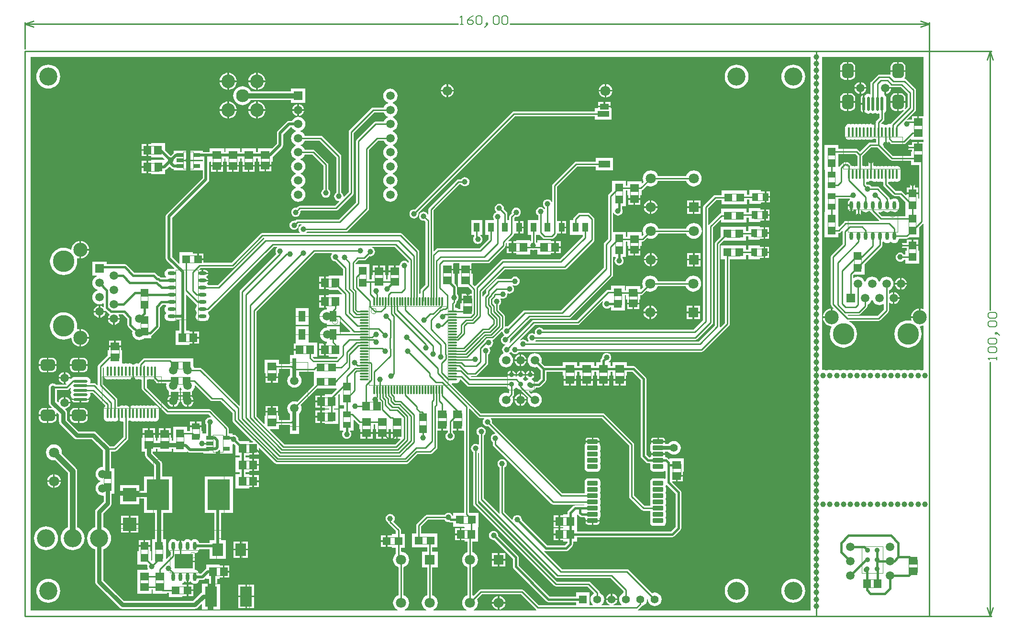
<source format=gtl>
G04 Layer_Physical_Order=1*
G04 Layer_Color=255*
%FSLAX44Y44*%
%MOMM*%
G71*
G01*
G75*
%ADD10R,1.4500X1.3500*%
%ADD11R,1.4000X1.0000*%
%ADD12C,0.9100*%
%ADD13R,1.5500X1.4000*%
%ADD14R,1.4000X1.5500*%
%ADD15R,1.3500X1.4500*%
%ADD16R,2.4500X2.4000*%
%ADD17R,2.1500X3.5500*%
%ADD18R,1.0000X1.4000*%
%ADD19R,1.9500X2.2500*%
%ADD20R,3.9500X5.5000*%
%ADD21O,0.3500X1.6500*%
%ADD22O,1.6500X0.3500*%
G04:AMPARAMS|DCode=23|XSize=0.8mm|YSize=1.8mm|CornerRadius=0.1mm|HoleSize=0mm|Usage=FLASHONLY|Rotation=270.000|XOffset=0mm|YOffset=0mm|HoleType=Round|Shape=RoundedRectangle|*
%AMROUNDEDRECTD23*
21,1,0.8000,1.6000,0,0,270.0*
21,1,0.6000,1.8000,0,0,270.0*
1,1,0.2000,-0.8000,-0.3000*
1,1,0.2000,-0.8000,0.3000*
1,1,0.2000,0.8000,0.3000*
1,1,0.2000,0.8000,-0.3000*
%
%ADD23ROUNDEDRECTD23*%
%ADD24O,0.6000X1.4500*%
%ADD25R,3.2000X2.5100*%
%ADD26R,1.2000X0.6500*%
%ADD27O,0.3000X1.8500*%
%ADD28R,0.6500X4.0000*%
%ADD29R,1.0000X1.6000*%
%ADD30R,2.0000X1.2000*%
%ADD31R,1.5500X1.0000*%
%ADD32R,2.0000X1.0000*%
%ADD33O,2.5000X0.5000*%
G04:AMPARAMS|DCode=34|XSize=2mm|YSize=2.5mm|CornerRadius=0.5mm|HoleSize=0mm|Usage=FLASHONLY|Rotation=270.000|XOffset=0mm|YOffset=0mm|HoleType=Round|Shape=RoundedRectangle|*
%AMROUNDEDRECTD34*
21,1,2.0000,1.5000,0,0,270.0*
21,1,1.0000,2.5000,0,0,270.0*
1,1,1.0000,-0.7500,-0.5000*
1,1,1.0000,-0.7500,0.5000*
1,1,1.0000,0.7500,0.5000*
1,1,1.0000,0.7500,-0.5000*
%
%ADD34ROUNDEDRECTD34*%
%ADD35R,1.3000X1.9000*%
%ADD36O,0.5000X2.5000*%
G04:AMPARAMS|DCode=37|XSize=2mm|YSize=2.5mm|CornerRadius=0.5mm|HoleSize=0mm|Usage=FLASHONLY|Rotation=180.000|XOffset=0mm|YOffset=0mm|HoleType=Round|Shape=RoundedRectangle|*
%AMROUNDEDRECTD37*
21,1,2.0000,1.5000,0,0,180.0*
21,1,1.0000,2.5000,0,0,180.0*
1,1,1.0000,-0.5000,0.7500*
1,1,1.0000,0.5000,0.7500*
1,1,1.0000,0.5000,-0.7500*
1,1,1.0000,-0.5000,-0.7500*
%
%ADD37ROUNDEDRECTD37*%
%ADD38O,1.4500X0.6000*%
%ADD39C,0.2500*%
%ADD40C,0.8000*%
%ADD41C,1.0000*%
%ADD42C,0.4000*%
%ADD43C,0.5000*%
%ADD44C,0.9000*%
%ADD45C,0.3000*%
%ADD46C,0.7000*%
%ADD47C,0.1000*%
%ADD48C,0.2540*%
%ADD49C,0.1524*%
%ADD50R,3.5000X0.8877*%
%ADD51R,0.9819X4.6000*%
%ADD52C,3.2000*%
%ADD53C,1.5000*%
%ADD54C,2.3000*%
%ADD55C,2.4000*%
%ADD56C,1.0000*%
%ADD57R,1.5000X1.5000*%
%ADD58C,1.4000*%
%ADD59C,1.8000*%
%ADD60R,1.8000X1.8000*%
%ADD61R,1.8000X1.8000*%
%ADD62R,1.4000X1.4000*%
%ADD63C,1.7000*%
%ADD64C,3.2000*%
%ADD65C,2.5000*%
%ADD66C,3.8000*%
%ADD67C,1.5000*%
%ADD68R,1.5000X1.5000*%
%ADD69R,1.5000X1.5000*%
G36*
X2961667Y1554205D02*
Y1531795D01*
X2957269Y1527397D01*
X2956312Y1528236D01*
X2956488Y1528466D01*
X2957294Y1530412D01*
X2957569Y1532500D01*
Y1538500D01*
X2946000D01*
Y1524431D01*
X2949500D01*
X2951588Y1524706D01*
X2953535Y1525512D01*
X2953764Y1525688D01*
X2954603Y1524731D01*
X2932686Y1502814D01*
X2931747Y1501408D01*
X2931318Y1501179D01*
X2930947Y1501333D01*
X2929250Y1501556D01*
X2927553Y1501333D01*
X2925972Y1500678D01*
X2924614Y1499636D01*
X2924336Y1499273D01*
X2922750Y1499588D01*
X2921165Y1499273D01*
X2920886Y1499636D01*
X2919528Y1500678D01*
X2917947Y1501333D01*
X2916250Y1501556D01*
X2915363Y1501439D01*
X2914771Y1502642D01*
X2919064Y1506936D01*
X2920003Y1508342D01*
X2920333Y1510000D01*
Y1520871D01*
X2921349Y1521651D01*
X2922551Y1523218D01*
X2923307Y1525042D01*
X2923565Y1527000D01*
Y1547000D01*
X2923307Y1548958D01*
X2922551Y1550782D01*
X2921349Y1552349D01*
X2919988Y1553393D01*
X2920178Y1554274D01*
X2920369Y1554624D01*
X2920500Y1554607D01*
Y1565000D01*
X2922000D01*
Y1566500D01*
X2933480D01*
X2933652Y1566667D01*
X2949205D01*
X2961667Y1554205D01*
D02*
G37*
G36*
X2990000Y1514500D02*
X2981500D01*
Y1504500D01*
X2978500D01*
Y1514500D01*
X2969250D01*
Y1508833D01*
X2963497D01*
X2961838Y1508503D01*
X2960600Y1507676D01*
X2959791Y1508663D01*
X2975064Y1523936D01*
X2976003Y1525342D01*
X2976333Y1527000D01*
Y1561000D01*
X2976003Y1562658D01*
X2975064Y1564064D01*
X2959064Y1580064D01*
X2957658Y1581003D01*
X2956393Y1581255D01*
X2955883Y1582192D01*
X2955826Y1582603D01*
X2956488Y1583466D01*
X2957294Y1585412D01*
X2957569Y1587500D01*
Y1593500D01*
X2944500D01*
X2931431D01*
Y1589014D01*
X2931260Y1588791D01*
X2930161Y1588102D01*
X2929000Y1588333D01*
X2911000D01*
X2909342Y1588003D01*
X2907936Y1587064D01*
X2896936Y1576064D01*
X2895997Y1574658D01*
X2895667Y1573000D01*
Y1554742D01*
X2894611Y1554037D01*
X2893958Y1554307D01*
X2892000Y1554565D01*
X2890042Y1554307D01*
X2888217Y1553551D01*
X2886651Y1552349D01*
X2886394Y1552015D01*
X2886146Y1552181D01*
X2885500Y1552309D01*
Y1550850D01*
X2885448Y1550782D01*
X2884692Y1548958D01*
X2884435Y1547000D01*
Y1537000D01*
Y1527000D01*
X2884692Y1525042D01*
X2885448Y1523217D01*
X2885500Y1523150D01*
Y1521691D01*
X2886146Y1521819D01*
X2886394Y1521985D01*
X2886651Y1521651D01*
X2888217Y1520449D01*
X2890042Y1519693D01*
X2892000Y1519435D01*
X2893958Y1519693D01*
X2895782Y1520449D01*
X2896000Y1520616D01*
X2896218Y1520449D01*
X2898042Y1519693D01*
X2900000Y1519435D01*
X2901958Y1519693D01*
X2903782Y1520449D01*
X2904000Y1520616D01*
X2904218Y1520449D01*
X2906042Y1519693D01*
X2908000Y1519435D01*
X2909958Y1519693D01*
X2910611Y1519964D01*
X2911667Y1519258D01*
Y1511795D01*
X2906686Y1506814D01*
X2906455Y1506469D01*
X2904820Y1506308D01*
X2903564Y1507564D01*
X2902158Y1508503D01*
X2900500Y1508833D01*
X2898842Y1508503D01*
X2897436Y1507564D01*
X2896497Y1506158D01*
X2896167Y1504500D01*
X2896497Y1502842D01*
X2896520Y1502807D01*
X2895903Y1501445D01*
X2895053Y1501333D01*
X2893500Y1500689D01*
X2891947Y1501333D01*
X2890250Y1501556D01*
X2888553Y1501333D01*
X2887000Y1500689D01*
X2885447Y1501333D01*
X2883750Y1501556D01*
X2882053Y1501333D01*
X2880500Y1500689D01*
X2878947Y1501333D01*
X2877250Y1501556D01*
X2875553Y1501333D01*
X2874000Y1500689D01*
X2872447Y1501333D01*
X2870750Y1501556D01*
X2869053Y1501333D01*
X2867500Y1500689D01*
X2865947Y1501333D01*
X2864250Y1501556D01*
X2862553Y1501333D01*
X2861000Y1500689D01*
X2859447Y1501333D01*
X2857750Y1501556D01*
X2856053Y1501333D01*
X2854472Y1500678D01*
X2853114Y1499636D01*
X2852072Y1498278D01*
X2851417Y1496697D01*
X2851194Y1495000D01*
Y1479500D01*
X2851417Y1477803D01*
X2852072Y1476222D01*
X2853114Y1474864D01*
X2854472Y1473822D01*
X2856053Y1473167D01*
X2857750Y1472944D01*
X2859447Y1473167D01*
X2861000Y1473811D01*
X2862553Y1473167D01*
X2864250Y1472944D01*
X2865947Y1473167D01*
X2867500Y1473811D01*
X2869053Y1473167D01*
X2870750Y1472944D01*
X2872447Y1473167D01*
X2874000Y1473811D01*
X2875553Y1473167D01*
X2877250Y1472944D01*
X2878947Y1473167D01*
X2880500Y1473811D01*
X2882053Y1473167D01*
X2883750Y1472944D01*
X2885447Y1473167D01*
X2887000Y1473811D01*
X2888553Y1473167D01*
X2890250Y1472944D01*
X2891947Y1473167D01*
X2893500Y1473811D01*
X2895053Y1473167D01*
X2896750Y1472944D01*
X2898447Y1473167D01*
X2900028Y1473822D01*
X2901386Y1474864D01*
X2901664Y1475227D01*
X2903250Y1474912D01*
X2904354Y1475131D01*
X2905417Y1474204D01*
Y1468583D01*
X2895250D01*
X2893592Y1468253D01*
X2892186Y1467314D01*
X2877250Y1452378D01*
X2874064Y1455564D01*
X2872658Y1456503D01*
X2871000Y1456833D01*
X2839250D01*
Y1464250D01*
X2814750D01*
Y1440750D01*
Y1419750D01*
X2815000D01*
Y1401250D01*
Y1382750D01*
Y1363250D01*
Y1345250D01*
X2814750D01*
Y1321750D01*
Y1300750D01*
X2839250D01*
Y1308167D01*
X2839500D01*
X2841158Y1308497D01*
X2842564Y1309436D01*
X2845681Y1312552D01*
X2846851Y1311927D01*
X2846667Y1311000D01*
Y1288795D01*
X2826936Y1269064D01*
X2825997Y1267658D01*
X2825667Y1266000D01*
Y1181809D01*
X2825997Y1180151D01*
X2826936Y1178745D01*
X2830139Y1175542D01*
X2829563Y1174323D01*
X2828500Y1174427D01*
Y1159000D01*
X2827000D01*
Y1157500D01*
X2811573D01*
X2811724Y1155962D01*
X2812610Y1153040D01*
X2814050Y1150347D01*
X2815987Y1147987D01*
X2818347Y1146050D01*
X2821040Y1144611D01*
X2823961Y1143724D01*
X2826632Y1143461D01*
X2827247Y1142646D01*
X2827392Y1142187D01*
X2825569Y1138779D01*
X2824197Y1134255D01*
X2823734Y1129550D01*
X2824197Y1124845D01*
X2825569Y1120321D01*
X2827798Y1116152D01*
X2830797Y1112497D01*
X2834452Y1109498D01*
X2838621Y1107270D01*
X2843145Y1105897D01*
X2847850Y1105434D01*
X2852555Y1105897D01*
X2857079Y1107270D01*
X2861248Y1109498D01*
X2864903Y1112497D01*
X2867902Y1116152D01*
X2870130Y1120321D01*
X2871503Y1124845D01*
X2871966Y1129550D01*
X2871503Y1134255D01*
X2870130Y1138779D01*
X2867902Y1142948D01*
X2864903Y1146603D01*
X2861248Y1149602D01*
X2857890Y1151397D01*
X2858208Y1152667D01*
X2910000D01*
X2911658Y1152997D01*
X2913064Y1153936D01*
X2927114Y1167986D01*
X2928053Y1169392D01*
X2928383Y1171050D01*
Y1184735D01*
X2929653Y1185261D01*
X2931455Y1183878D01*
X2934009Y1182820D01*
X2935250Y1182657D01*
Y1193050D01*
Y1203443D01*
X2934009Y1203280D01*
X2931455Y1202222D01*
X2929653Y1200839D01*
X2928383Y1201365D01*
Y1206715D01*
X2930354Y1207531D01*
X2932965Y1209535D01*
X2934969Y1212146D01*
X2936228Y1215187D01*
X2936658Y1218450D01*
X2936228Y1221713D01*
X2934969Y1224754D01*
X2932965Y1227365D01*
X2930354Y1229369D01*
X2927313Y1230628D01*
X2924050Y1231058D01*
X2920787Y1230628D01*
X2917746Y1229369D01*
X2915135Y1227365D01*
X2913131Y1224754D01*
X2912002Y1222027D01*
X2912000Y1222027D01*
X2910700D01*
X2910698Y1222027D01*
X2909569Y1224754D01*
X2907565Y1227365D01*
X2904954Y1229369D01*
X2901913Y1230628D01*
X2898650Y1231058D01*
X2895387Y1230628D01*
X2892346Y1229369D01*
X2889735Y1227365D01*
X2887731Y1224754D01*
X2886602Y1222027D01*
X2886600Y1222027D01*
X2885300D01*
X2885298Y1222027D01*
X2884169Y1224754D01*
X2882165Y1227365D01*
X2879554Y1229369D01*
X2876513Y1230628D01*
X2873250Y1231058D01*
X2869987Y1230628D01*
X2866946Y1229369D01*
X2866022Y1228660D01*
X2864883Y1229222D01*
Y1233255D01*
X2866378Y1234750D01*
X2885250D01*
Y1253122D01*
X2915764Y1283636D01*
X2916703Y1285042D01*
X2917033Y1286700D01*
Y1291741D01*
X2918405Y1292794D01*
X2918415Y1292807D01*
X2919685D01*
X2919694Y1292794D01*
X2921365Y1291512D01*
X2923311Y1290706D01*
X2925400Y1290431D01*
X2927488Y1290706D01*
X2929435Y1291512D01*
X2931106Y1292794D01*
X2931115Y1292807D01*
X2932385D01*
X2932394Y1292794D01*
X2934066Y1291512D01*
X2936012Y1290706D01*
X2938100Y1290431D01*
X2940188Y1290706D01*
X2942134Y1291512D01*
X2943806Y1292794D01*
X2945088Y1294465D01*
X2945894Y1296412D01*
X2946158Y1298417D01*
X2960250D01*
X2961908Y1298747D01*
X2963314Y1299686D01*
X2964378Y1300750D01*
X2982250D01*
Y1318622D01*
X2988730Y1325102D01*
X2990000Y1324629D01*
Y1174054D01*
X2988730Y1173459D01*
X2986039Y1174276D01*
X2984500Y1174427D01*
Y1159000D01*
X2983000D01*
Y1157500D01*
X2967573D01*
X2967724Y1155962D01*
X2968291Y1154094D01*
X2967272Y1153076D01*
X2966855Y1153203D01*
X2962150Y1153666D01*
X2957445Y1153203D01*
X2952921Y1151830D01*
X2948752Y1149602D01*
X2945097Y1146603D01*
X2942098Y1142948D01*
X2939870Y1138779D01*
X2938497Y1134255D01*
X2938034Y1129550D01*
X2938497Y1124845D01*
X2939870Y1120321D01*
X2942098Y1116152D01*
X2945097Y1112497D01*
X2948752Y1109498D01*
X2952921Y1107270D01*
X2957445Y1105897D01*
X2962150Y1105434D01*
X2966855Y1105897D01*
X2971379Y1107270D01*
X2975548Y1109498D01*
X2979203Y1112497D01*
X2982202Y1116152D01*
X2984431Y1120321D01*
X2985803Y1124845D01*
X2986266Y1129550D01*
X2985803Y1134255D01*
X2984431Y1138779D01*
X2982609Y1142187D01*
X2982753Y1142646D01*
X2983368Y1143461D01*
X2986039Y1143724D01*
X2988730Y1144541D01*
X2990000Y1143946D01*
Y1065823D01*
X2989390Y1065743D01*
X2987597Y1065000D01*
X2984403D01*
X2982610Y1065743D01*
X2980000Y1066086D01*
X2977390Y1065743D01*
X2975597Y1065000D01*
X2972403D01*
X2970610Y1065743D01*
X2968000Y1066086D01*
X2965389Y1065743D01*
X2963597Y1065000D01*
X2960403D01*
X2958611Y1065743D01*
X2956000Y1066086D01*
X2953390Y1065743D01*
X2951597Y1065000D01*
X2948403D01*
X2946610Y1065743D01*
X2944000Y1066086D01*
X2941389Y1065743D01*
X2939597Y1065000D01*
X2936403D01*
X2934611Y1065743D01*
X2932000Y1066086D01*
X2929390Y1065743D01*
X2927597Y1065000D01*
X2924403D01*
X2922610Y1065743D01*
X2920000Y1066086D01*
X2917390Y1065743D01*
X2915597Y1065000D01*
X2912403D01*
X2910610Y1065743D01*
X2908000Y1066086D01*
X2905389Y1065743D01*
X2903597Y1065000D01*
X2900403D01*
X2898611Y1065743D01*
X2896000Y1066086D01*
X2893390Y1065743D01*
X2891597Y1065000D01*
X2888403D01*
X2886610Y1065743D01*
X2884000Y1066086D01*
X2881389Y1065743D01*
X2879597Y1065000D01*
X2876403D01*
X2874611Y1065743D01*
X2872000Y1066086D01*
X2869390Y1065743D01*
X2867597Y1065000D01*
X2864403D01*
X2862610Y1065743D01*
X2860000Y1066086D01*
X2857390Y1065743D01*
X2855597Y1065000D01*
X2852403D01*
X2850610Y1065743D01*
X2848000Y1066086D01*
X2845389Y1065743D01*
X2843597Y1065000D01*
X2840403D01*
X2838611Y1065743D01*
X2836000Y1066086D01*
X2833390Y1065743D01*
X2831597Y1065000D01*
X2828403D01*
X2826610Y1065743D01*
X2824000Y1066086D01*
X2821389Y1065743D01*
X2819597Y1065000D01*
X2816403D01*
X2814611Y1065743D01*
X2812000Y1066086D01*
X2810955Y1065949D01*
X2810000Y1066786D01*
Y1067345D01*
X2810086Y1068000D01*
X2810000Y1068655D01*
Y1079345D01*
X2810086Y1080000D01*
X2810000Y1080655D01*
Y1091345D01*
X2810086Y1092000D01*
X2810000Y1092655D01*
Y1103345D01*
X2810086Y1104000D01*
X2810000Y1104655D01*
Y1115345D01*
X2810086Y1116000D01*
X2810000Y1116655D01*
Y1127345D01*
X2810086Y1128000D01*
X2810000Y1128655D01*
Y1139345D01*
X2810086Y1140000D01*
X2810000Y1140655D01*
Y1151345D01*
X2810086Y1152000D01*
X2810000Y1152655D01*
Y1163345D01*
X2810086Y1164000D01*
X2810000Y1164655D01*
Y1175345D01*
X2810086Y1176000D01*
X2810000Y1176655D01*
Y1187345D01*
X2810086Y1188000D01*
X2810000Y1188655D01*
Y1199345D01*
X2810086Y1200000D01*
X2810000Y1200655D01*
Y1211345D01*
X2810086Y1212000D01*
X2810000Y1212655D01*
Y1223345D01*
X2810086Y1224000D01*
X2810000Y1224655D01*
Y1235345D01*
X2810086Y1236000D01*
X2810000Y1236655D01*
Y1247345D01*
X2810086Y1248000D01*
X2810000Y1248655D01*
Y1259345D01*
X2810086Y1260000D01*
X2810000Y1260655D01*
Y1271345D01*
X2810086Y1272000D01*
X2810000Y1272655D01*
Y1283345D01*
X2810086Y1284000D01*
X2810000Y1284655D01*
Y1295345D01*
X2810086Y1296000D01*
X2810000Y1296655D01*
Y1307345D01*
X2810086Y1308000D01*
X2810000Y1308655D01*
Y1319345D01*
X2810086Y1320000D01*
X2810000Y1320655D01*
Y1331345D01*
X2810086Y1332000D01*
X2810000Y1332655D01*
Y1343345D01*
X2810086Y1344000D01*
X2810000Y1344655D01*
Y1355345D01*
X2810086Y1356000D01*
X2810000Y1356655D01*
Y1367345D01*
X2810086Y1368000D01*
X2810000Y1368655D01*
Y1379345D01*
X2810086Y1380000D01*
X2810000Y1380655D01*
Y1391345D01*
X2810086Y1392000D01*
X2810000Y1392655D01*
Y1403345D01*
X2810086Y1404000D01*
X2810000Y1404655D01*
Y1415345D01*
X2810086Y1416000D01*
X2810000Y1416655D01*
Y1427345D01*
X2810086Y1428000D01*
X2810000Y1428655D01*
Y1439345D01*
X2810086Y1440000D01*
X2810000Y1440655D01*
Y1451345D01*
X2810086Y1452000D01*
X2810000Y1452655D01*
Y1463345D01*
X2810086Y1464000D01*
X2810000Y1464655D01*
Y1475345D01*
X2810086Y1476000D01*
X2810000Y1476655D01*
Y1487345D01*
X2810086Y1488000D01*
X2810000Y1488655D01*
Y1499345D01*
X2810086Y1500000D01*
X2810000Y1500655D01*
Y1511345D01*
X2810086Y1512000D01*
X2810000Y1512655D01*
Y1523345D01*
X2810086Y1524000D01*
X2810000Y1524655D01*
Y1535345D01*
X2810086Y1536000D01*
X2810000Y1536655D01*
Y1547345D01*
X2810086Y1548000D01*
X2810000Y1548655D01*
Y1559345D01*
X2810086Y1560000D01*
X2810000Y1560655D01*
Y1571345D01*
X2810086Y1572000D01*
X2810000Y1572655D01*
Y1583345D01*
X2810086Y1584000D01*
X2810000Y1584655D01*
Y1595345D01*
X2810086Y1596000D01*
X2810000Y1596655D01*
Y1607345D01*
X2810086Y1608000D01*
X2810000Y1608655D01*
Y1619345D01*
X2810086Y1620000D01*
X2990000D01*
Y1514500D01*
D02*
G37*
G36*
X2967250Y1474462D02*
Y1473500D01*
X2990000D01*
Y1469500D01*
X2981500D01*
Y1459500D01*
X2978500D01*
Y1469500D01*
X2969250D01*
Y1463833D01*
X2959500D01*
X2957842Y1463503D01*
X2956436Y1462564D01*
X2955497Y1461158D01*
X2955167Y1459500D01*
X2955497Y1457842D01*
X2956436Y1456436D01*
X2957842Y1455497D01*
X2959500Y1455167D01*
X2969250D01*
Y1452500D01*
X2967250D01*
Y1444833D01*
X2935295D01*
X2919289Y1460839D01*
X2920099Y1461826D01*
X2921339Y1460997D01*
X2922997Y1460667D01*
X2924655Y1460997D01*
X2926061Y1461936D01*
X2927000Y1463342D01*
X2927330Y1465000D01*
X2927083Y1466242D01*
Y1469129D01*
X2928257Y1469615D01*
X2930936Y1466936D01*
X2932342Y1465997D01*
X2934000Y1465667D01*
X2955000D01*
X2956658Y1465997D01*
X2958064Y1466936D01*
X2966077Y1474949D01*
X2967250Y1474462D01*
D02*
G37*
G36*
X2872917Y1444455D02*
Y1427916D01*
X2871647Y1426938D01*
X2870750Y1427056D01*
X2869053Y1426833D01*
X2867500Y1426189D01*
X2865947Y1426833D01*
X2864250Y1427056D01*
X2862553Y1426833D01*
X2861898Y1427183D01*
X2861754Y1427908D01*
X2860814Y1429314D01*
X2858064Y1432064D01*
X2856658Y1433003D01*
X2855000Y1433333D01*
X2850000D01*
X2848342Y1433003D01*
X2846936Y1432064D01*
X2840936Y1426064D01*
X2840520Y1425441D01*
X2839250Y1425827D01*
Y1440750D01*
Y1448167D01*
X2869205D01*
X2872917Y1444455D01*
D02*
G37*
G36*
X2898614Y1400364D02*
X2899972Y1399322D01*
X2901553Y1398667D01*
X2903250Y1398444D01*
X2904947Y1398667D01*
X2906500Y1399311D01*
X2908053Y1398667D01*
X2909750Y1398444D01*
X2911447Y1398667D01*
X2913000Y1399311D01*
X2914553Y1398667D01*
X2916250Y1398444D01*
X2917147Y1398562D01*
X2918417Y1397584D01*
Y1393750D01*
X2918747Y1392092D01*
X2919686Y1390686D01*
X2935436Y1374936D01*
X2936842Y1373997D01*
X2938500Y1373667D01*
X2947705D01*
X2957750Y1363622D01*
Y1345750D01*
X2957750D01*
Y1345250D01*
X2957750D01*
Y1337833D01*
X2916295D01*
X2910407Y1343721D01*
X2910633Y1345092D01*
X2910734Y1345190D01*
X2912700Y1344931D01*
X2914789Y1345206D01*
X2916735Y1346012D01*
X2918405Y1347294D01*
X2918415Y1347307D01*
X2919685D01*
X2919694Y1347294D01*
X2921365Y1346012D01*
X2923311Y1345206D01*
X2925400Y1344931D01*
X2927488Y1345206D01*
X2929435Y1346012D01*
X2931106Y1347294D01*
X2931115Y1347307D01*
X2932385D01*
X2932394Y1347294D01*
X2934066Y1346012D01*
X2936012Y1345206D01*
X2938100Y1344931D01*
X2940188Y1345206D01*
X2942134Y1346012D01*
X2943806Y1347294D01*
X2945088Y1348965D01*
X2945894Y1350912D01*
X2946169Y1353000D01*
Y1361500D01*
X2945894Y1363588D01*
X2945088Y1365535D01*
X2943806Y1367206D01*
X2942134Y1368488D01*
X2940188Y1369294D01*
X2938100Y1369569D01*
X2936012Y1369294D01*
X2934066Y1368488D01*
X2932394Y1367206D01*
X2932385Y1367193D01*
X2931657D01*
X2930909Y1367356D01*
X2929733Y1368259D01*
Y1368600D01*
X2929403Y1370258D01*
X2928464Y1371664D01*
X2911064Y1389064D01*
X2909658Y1390003D01*
X2908000Y1390333D01*
X2897759D01*
X2896706Y1391706D01*
X2895034Y1392988D01*
X2893088Y1393794D01*
X2891000Y1394069D01*
X2889285Y1393843D01*
X2888083Y1395045D01*
Y1397584D01*
X2889353Y1398562D01*
X2890250Y1398444D01*
X2891947Y1398667D01*
X2893528Y1399322D01*
X2894886Y1400364D01*
X2895164Y1400727D01*
X2896750Y1400412D01*
X2898336Y1400727D01*
X2898614Y1400364D01*
D02*
G37*
G36*
X2930436Y1437436D02*
X2931842Y1436497D01*
X2933500Y1436167D01*
X2967250D01*
Y1428500D01*
X2981667D01*
Y1369250D01*
X2980250D01*
Y1377000D01*
X2959750D01*
Y1375537D01*
X2958577Y1375051D01*
X2952564Y1381064D01*
X2951158Y1382003D01*
X2949500Y1382333D01*
X2940295D01*
X2927083Y1395545D01*
Y1397584D01*
X2928353Y1398562D01*
X2929250Y1398444D01*
X2930947Y1398667D01*
X2932500Y1399311D01*
X2934053Y1398667D01*
X2935750Y1398444D01*
X2937447Y1398667D01*
X2939000Y1399311D01*
X2940553Y1398667D01*
X2942250Y1398444D01*
X2943947Y1398667D01*
X2945528Y1399322D01*
X2946886Y1400364D01*
X2947928Y1401722D01*
X2948583Y1403303D01*
X2948806Y1405000D01*
Y1420500D01*
X2948583Y1422197D01*
X2947928Y1423778D01*
X2946886Y1425136D01*
X2945528Y1426178D01*
X2943947Y1426833D01*
X2942250Y1427056D01*
X2940553Y1426833D01*
X2939000Y1426189D01*
X2937447Y1426833D01*
X2935750Y1427056D01*
X2934053Y1426833D01*
X2932500Y1426189D01*
X2930947Y1426833D01*
X2929250Y1427056D01*
X2927553Y1426833D01*
X2926000Y1426189D01*
X2924447Y1426833D01*
X2922750Y1427056D01*
X2921053Y1426833D01*
X2919500Y1426189D01*
X2917947Y1426833D01*
X2916250Y1427056D01*
X2914553Y1426833D01*
X2913000Y1426189D01*
X2911447Y1426833D01*
X2909750Y1427056D01*
X2908053Y1426833D01*
X2906500Y1426189D01*
X2904947Y1426833D01*
X2903250Y1427056D01*
X2902353Y1426938D01*
X2901083Y1427916D01*
Y1436250D01*
X2900753Y1437908D01*
X2899814Y1439314D01*
X2898408Y1440253D01*
X2896750Y1440583D01*
X2895092Y1440253D01*
X2893686Y1439314D01*
X2892747Y1437908D01*
X2892417Y1436250D01*
Y1427916D01*
X2891147Y1426938D01*
X2890250Y1427056D01*
X2888553Y1426833D01*
X2887000Y1426189D01*
X2885447Y1426833D01*
X2883750Y1427056D01*
X2882853Y1426938D01*
X2881583Y1427916D01*
Y1444455D01*
X2897045Y1459917D01*
X2907955D01*
X2930436Y1437436D01*
D02*
G37*
G36*
X2790000Y1619345D02*
Y1608655D01*
X2789914Y1608000D01*
X2790000Y1607345D01*
Y1596655D01*
X2789914Y1596000D01*
X2790000Y1595345D01*
Y1584655D01*
X2789914Y1584000D01*
X2790000Y1583345D01*
Y1572655D01*
X2789914Y1572000D01*
X2790000Y1571345D01*
Y1560655D01*
X2789914Y1560000D01*
X2790000Y1559345D01*
Y1548655D01*
X2789914Y1548000D01*
X2790000Y1547345D01*
Y1536655D01*
X2789914Y1536000D01*
X2790000Y1535345D01*
Y1524655D01*
X2789914Y1524000D01*
X2790000Y1523345D01*
Y1512655D01*
X2789914Y1512000D01*
X2790000Y1511345D01*
Y1500655D01*
X2789914Y1500000D01*
X2790000Y1499345D01*
Y1488655D01*
X2789914Y1488000D01*
X2790000Y1487345D01*
Y1476655D01*
X2789914Y1476000D01*
X2790000Y1475345D01*
Y1464655D01*
X2789914Y1464000D01*
X2790000Y1463345D01*
Y1452655D01*
X2789914Y1452000D01*
X2790000Y1451345D01*
Y1440655D01*
X2789914Y1440000D01*
X2790000Y1439345D01*
Y1428655D01*
X2789914Y1428000D01*
X2790000Y1427345D01*
Y1416655D01*
X2789914Y1416000D01*
X2790000Y1415345D01*
Y1404655D01*
X2789914Y1404000D01*
X2790000Y1403345D01*
Y1392655D01*
X2789914Y1392000D01*
X2790000Y1391345D01*
Y1380655D01*
X2789914Y1380000D01*
X2790000Y1379345D01*
Y1368655D01*
X2789914Y1368000D01*
X2790000Y1367345D01*
Y1356655D01*
X2789914Y1356000D01*
X2790000Y1355345D01*
Y1344655D01*
X2789914Y1344000D01*
X2790000Y1343345D01*
Y1332655D01*
X2789914Y1332000D01*
X2790000Y1331345D01*
Y1320655D01*
X2789914Y1320000D01*
X2790000Y1319345D01*
Y1308655D01*
X2789914Y1308000D01*
X2790000Y1307345D01*
Y1296655D01*
X2789914Y1296000D01*
X2790000Y1295345D01*
Y1284655D01*
X2789914Y1284000D01*
X2790000Y1283345D01*
Y1272655D01*
X2789914Y1272000D01*
X2790000Y1271345D01*
Y1260655D01*
X2789914Y1260000D01*
X2790000Y1259345D01*
Y1248655D01*
X2789914Y1248000D01*
X2790000Y1247345D01*
Y1236655D01*
X2789914Y1236000D01*
X2790000Y1235345D01*
Y1224655D01*
X2789914Y1224000D01*
X2790000Y1223345D01*
Y1212655D01*
X2789914Y1212000D01*
X2790000Y1211345D01*
Y1200655D01*
X2789914Y1200000D01*
X2790000Y1199345D01*
Y1188655D01*
X2789914Y1188000D01*
X2790000Y1187345D01*
Y1176655D01*
X2789914Y1176000D01*
X2790000Y1175345D01*
Y1164655D01*
X2789914Y1164000D01*
X2790000Y1163345D01*
Y1152655D01*
X2789914Y1152000D01*
X2790000Y1151345D01*
Y1140655D01*
X2789914Y1140000D01*
X2790000Y1139345D01*
X2790000Y1128655D01*
X2789914Y1128000D01*
X2790000Y1127345D01*
Y1116655D01*
X2789914Y1116000D01*
X2790000Y1115345D01*
Y1104655D01*
X2789914Y1104000D01*
X2790000Y1103345D01*
Y1092655D01*
X2789914Y1092000D01*
X2790000Y1091345D01*
Y1080655D01*
X2789914Y1080000D01*
X2790000Y1079345D01*
Y1068655D01*
X2789914Y1068000D01*
X2790000Y1067345D01*
Y1056655D01*
X2789914Y1056000D01*
X2790000Y1055345D01*
Y1044655D01*
X2789914Y1044000D01*
X2790000Y1043345D01*
Y1032655D01*
X2789914Y1032000D01*
X2790000Y1031345D01*
Y1020655D01*
X2789914Y1020000D01*
X2790000Y1019345D01*
Y1008655D01*
X2789914Y1008000D01*
X2790000Y1007345D01*
Y996655D01*
X2789914Y996000D01*
X2790000Y995345D01*
Y984655D01*
X2789914Y984000D01*
X2790000Y983345D01*
Y972655D01*
X2789914Y972000D01*
X2790000Y971345D01*
Y960655D01*
X2789914Y960000D01*
X2790000Y959345D01*
Y948655D01*
X2789914Y948000D01*
X2790000Y947345D01*
Y936655D01*
X2789914Y936000D01*
X2790000Y935345D01*
Y924655D01*
X2789914Y924000D01*
X2790000Y923345D01*
Y912655D01*
X2789914Y912000D01*
X2790000Y911345D01*
Y900655D01*
X2789914Y900000D01*
X2790000Y899345D01*
Y888655D01*
X2789914Y888000D01*
X2790000Y887345D01*
Y876655D01*
X2789914Y876000D01*
X2790000Y875345D01*
Y864655D01*
X2789914Y864000D01*
X2790000Y863345D01*
Y852655D01*
X2789914Y852000D01*
X2790000Y851345D01*
Y840655D01*
X2789914Y840000D01*
X2790000Y839345D01*
Y828655D01*
X2789914Y828000D01*
X2790000Y827345D01*
Y816655D01*
X2789914Y816000D01*
X2790000Y815345D01*
Y804655D01*
X2789914Y804000D01*
X2790000Y803345D01*
Y792655D01*
X2789914Y792000D01*
X2790000Y791345D01*
Y780655D01*
X2789914Y780000D01*
X2790000Y779345D01*
Y768655D01*
X2789914Y768000D01*
X2790000Y767345D01*
Y756655D01*
X2789914Y756000D01*
X2790000Y755345D01*
Y744655D01*
X2789914Y744000D01*
X2790000Y743345D01*
Y732655D01*
X2789914Y732000D01*
X2790000Y731345D01*
Y720655D01*
X2789914Y720000D01*
X2790000Y719345D01*
Y708655D01*
X2789914Y708000D01*
X2790000Y707345D01*
Y696655D01*
X2789914Y696000D01*
X2790000Y695345D01*
Y684655D01*
X2789914Y684000D01*
X2790000Y683345D01*
Y672655D01*
X2789914Y672000D01*
X2790000Y671345D01*
Y660655D01*
X2789914Y660000D01*
X2790000Y659345D01*
Y648655D01*
X2789914Y648000D01*
X2790000Y647345D01*
Y640000D01*
X2484453D01*
X2484067Y641270D01*
X2485064Y641936D01*
X2491392Y648264D01*
X2491733Y648309D01*
X2494652Y649518D01*
X2497159Y651441D01*
X2499082Y653948D01*
X2500291Y656867D01*
X2500659Y659666D01*
X2501940D01*
X2502309Y656867D01*
X2503518Y653948D01*
X2505441Y651441D01*
X2507948Y649518D01*
X2510867Y648309D01*
X2514000Y647896D01*
X2517133Y648309D01*
X2520052Y649518D01*
X2522558Y651441D01*
X2524482Y653948D01*
X2525691Y656867D01*
X2526104Y660000D01*
X2525691Y663133D01*
X2524482Y666052D01*
X2522558Y668559D01*
X2520052Y670482D01*
X2517133Y671691D01*
X2514000Y672104D01*
X2510867Y671691D01*
X2509149Y670979D01*
X2468064Y712064D01*
X2466658Y713003D01*
X2465000Y713333D01*
X2349795D01*
X2317989Y745139D01*
X2318798Y746126D01*
X2320049Y745290D01*
X2322000Y744902D01*
X2357000D01*
X2358951Y745290D01*
X2360605Y746395D01*
X2368105Y753895D01*
X2369210Y755549D01*
X2369598Y757500D01*
Y762250D01*
X2376500D01*
Y769902D01*
X2545000D01*
X2546951Y770290D01*
X2548605Y771395D01*
X2559605Y782395D01*
X2560710Y784049D01*
X2561098Y786000D01*
Y849000D01*
X2560710Y850951D01*
X2559605Y852605D01*
X2544883Y867327D01*
X2545369Y868500D01*
X2551500D01*
Y878500D01*
X2553000D01*
Y880000D01*
X2563750D01*
Y885500D01*
X2565750D01*
Y909500D01*
X2540250D01*
Y908619D01*
X2539077Y908133D01*
X2537605Y909605D01*
X2535951Y910710D01*
X2534000Y911098D01*
X2533700D01*
X2533652Y911341D01*
X2532326Y913326D01*
X2531989Y913551D01*
X2532078Y914000D01*
Y915500D01*
X2520000D01*
X2507922D01*
Y914000D01*
X2508011Y913551D01*
X2507674Y913326D01*
X2506348Y911341D01*
X2506300Y911098D01*
X2504112D01*
X2499098Y916112D01*
Y1050000D01*
X2498710Y1051951D01*
X2497605Y1053605D01*
X2480105Y1071105D01*
X2478451Y1072210D01*
X2476500Y1072598D01*
X2464750D01*
Y1079500D01*
X2439250D01*
Y1072598D01*
X2435750D01*
Y1079500D01*
X2432703D01*
X2432450Y1080770D01*
X2433035Y1081012D01*
X2434706Y1082294D01*
X2435988Y1083966D01*
X2436794Y1085912D01*
X2437069Y1088000D01*
X2436794Y1090088D01*
X2435988Y1092035D01*
X2434706Y1093706D01*
X2433035Y1094988D01*
X2431088Y1095794D01*
X2429000Y1096069D01*
X2426912Y1095794D01*
X2424966Y1094988D01*
X2423294Y1093706D01*
X2422012Y1092035D01*
X2421206Y1090088D01*
X2420931Y1088000D01*
X2421031Y1087241D01*
X2419395Y1085605D01*
X2418290Y1083951D01*
X2417902Y1082000D01*
Y1079500D01*
X2410250D01*
Y1072598D01*
X2406750D01*
Y1079500D01*
X2381250D01*
Y1072598D01*
X2376750D01*
Y1079500D01*
X2351250D01*
Y1072598D01*
X2319412D01*
X2313479Y1078531D01*
X2313978Y1079737D01*
X2314408Y1083000D01*
X2313978Y1086263D01*
X2312719Y1089304D01*
X2310715Y1091915D01*
X2308104Y1093919D01*
X2305063Y1095178D01*
X2301800Y1095608D01*
X2298537Y1095178D01*
X2295496Y1093919D01*
X2292885Y1091915D01*
X2290881Y1089304D01*
X2289622Y1086263D01*
X2289192Y1083000D01*
X2289622Y1079737D01*
X2290881Y1076696D01*
X2292885Y1074085D01*
X2295496Y1072081D01*
X2298537Y1070822D01*
X2301800Y1070392D01*
X2305063Y1070822D01*
X2306269Y1071321D01*
X2312202Y1065388D01*
Y1050412D01*
X2306888Y1045098D01*
X2301437D01*
X2300679Y1045679D01*
X2299811Y1046811D01*
X2297816Y1048342D01*
X2296429Y1048916D01*
Y1050291D01*
X2297308Y1050655D01*
X2298885Y1051865D01*
X2300095Y1053442D01*
X2300856Y1055279D01*
X2300918Y1055750D01*
X2293500D01*
X2286082D01*
X2286144Y1055279D01*
X2286905Y1053442D01*
X2288115Y1051865D01*
X2289692Y1050655D01*
X2290121Y1050478D01*
X2290071Y1049124D01*
X2288184Y1048342D01*
X2286189Y1046811D01*
X2285923Y1046464D01*
X2284653D01*
X2283811Y1047561D01*
X2281816Y1049092D01*
X2281084Y1049395D01*
X2280947Y1050019D01*
X2281002Y1050804D01*
X2282385Y1051865D01*
X2283595Y1053442D01*
X2284356Y1055279D01*
X2284418Y1055750D01*
X2277000D01*
X2269582D01*
X2269644Y1055279D01*
X2269772Y1054970D01*
X2268915Y1053820D01*
X2268479Y1053847D01*
X2267741Y1055003D01*
X2267856Y1055279D01*
X2267918Y1055750D01*
X2260500D01*
X2253082D01*
X2253144Y1055279D01*
X2253424Y1054603D01*
X2252576Y1053333D01*
X2188872D01*
X2188829Y1053397D01*
X2189508Y1054667D01*
X2196000D01*
X2197658Y1054997D01*
X2199064Y1055936D01*
X2218064Y1074936D01*
X2219003Y1076342D01*
X2219333Y1078000D01*
Y1093241D01*
X2220706Y1094294D01*
X2221988Y1095965D01*
X2222794Y1097912D01*
X2223069Y1100000D01*
X2222794Y1102088D01*
X2221988Y1104035D01*
X2221377Y1104831D01*
X2221938Y1106186D01*
X2222088Y1106206D01*
X2224034Y1107012D01*
X2225706Y1108294D01*
X2226988Y1109966D01*
X2227794Y1111912D01*
X2228069Y1114000D01*
X2227794Y1116088D01*
X2227112Y1117735D01*
X2227422Y1118688D01*
X2227730Y1119153D01*
X2228200Y1119247D01*
X2229606Y1120186D01*
X2242973Y1133553D01*
X2244175Y1133144D01*
X2244206Y1132912D01*
X2245012Y1130965D01*
X2246294Y1129294D01*
X2247888Y1128072D01*
X2247924Y1127395D01*
X2247749Y1126727D01*
X2245966Y1125988D01*
X2244294Y1124706D01*
X2243012Y1123035D01*
X2242206Y1121088D01*
X2241931Y1119000D01*
X2242206Y1116912D01*
X2243012Y1114966D01*
X2244294Y1113294D01*
X2245966Y1112012D01*
X2247912Y1111206D01*
X2249621Y1110981D01*
X2249709Y1110621D01*
X2249669Y1109694D01*
X2247966Y1108988D01*
X2246294Y1107706D01*
X2245012Y1106034D01*
X2244206Y1104088D01*
X2243931Y1102000D01*
X2244206Y1099912D01*
X2245012Y1097965D01*
X2246294Y1096294D01*
X2246581Y1096074D01*
X2246390Y1094620D01*
X2244696Y1093919D01*
X2242085Y1091915D01*
X2240081Y1089304D01*
X2238822Y1086263D01*
X2238392Y1083000D01*
X2238822Y1079737D01*
X2240081Y1076696D01*
X2242085Y1074085D01*
X2244696Y1072081D01*
X2247737Y1070822D01*
X2251000Y1070392D01*
X2254263Y1070822D01*
X2257304Y1072081D01*
X2259915Y1074085D01*
X2261919Y1076696D01*
X2263178Y1079737D01*
X2263608Y1083000D01*
X2263178Y1086263D01*
X2261919Y1089304D01*
X2259915Y1091915D01*
X2257304Y1093919D01*
X2256909Y1094082D01*
X2256718Y1095536D01*
X2257706Y1096294D01*
X2258760Y1097669D01*
X2259235Y1097781D01*
X2259765D01*
X2260240Y1097669D01*
X2261294Y1096294D01*
X2262966Y1095012D01*
X2264912Y1094206D01*
X2267000Y1093931D01*
X2269088Y1094206D01*
X2271035Y1095012D01*
X2272706Y1096294D01*
X2273759Y1097667D01*
X2597000D01*
X2598658Y1097997D01*
X2600064Y1098936D01*
X2645564Y1144436D01*
X2646503Y1145842D01*
X2646833Y1147500D01*
Y1261750D01*
X2675250D01*
Y1269667D01*
X2679750D01*
Y1262000D01*
X2699750D01*
Y1262937D01*
X2700250Y1264000D01*
X2701020Y1264000D01*
X2706750D01*
Y1274000D01*
Y1284000D01*
X2701020D01*
X2700250Y1284000D01*
X2699750Y1285063D01*
Y1286000D01*
X2679750D01*
Y1278333D01*
X2675250D01*
Y1286250D01*
X2630750D01*
Y1261750D01*
X2638167D01*
Y1149295D01*
X2630319Y1141447D01*
X2629149Y1142073D01*
X2629333Y1143000D01*
Y1287705D01*
X2636378Y1294750D01*
X2675250D01*
Y1302667D01*
X2679750D01*
Y1296000D01*
X2699750D01*
Y1296937D01*
X2700250Y1298000D01*
X2701020Y1298000D01*
X2706750D01*
Y1308000D01*
Y1318000D01*
X2701020D01*
X2700250Y1318000D01*
X2699750Y1319063D01*
Y1320000D01*
X2679750D01*
Y1311333D01*
X2675250D01*
Y1319250D01*
X2630750D01*
Y1301378D01*
X2621936Y1292564D01*
X2620997Y1291158D01*
X2620667Y1289500D01*
Y1144795D01*
X2592205Y1116333D01*
X2303388D01*
X2302943Y1117603D01*
X2303759Y1118667D01*
X2586000D01*
X2587658Y1118997D01*
X2589064Y1119936D01*
X2616064Y1146936D01*
X2617003Y1148342D01*
X2617333Y1150000D01*
Y1318205D01*
X2630576Y1331449D01*
X2631750Y1330963D01*
Y1326750D01*
X2676250D01*
Y1335667D01*
X2680750D01*
Y1328000D01*
X2700750D01*
Y1328937D01*
X2701250Y1330000D01*
X2702020Y1330000D01*
X2707750D01*
Y1340000D01*
Y1350000D01*
X2702020D01*
X2701250Y1350000D01*
X2700750Y1351063D01*
Y1352000D01*
X2680750D01*
Y1344333D01*
X2676250D01*
Y1351250D01*
X2631750D01*
Y1343284D01*
X2630342Y1343003D01*
X2628936Y1342064D01*
X2609936Y1323064D01*
X2609603Y1322566D01*
X2608333Y1322951D01*
Y1352205D01*
X2622795Y1366667D01*
X2632750D01*
Y1358750D01*
X2677250D01*
Y1367667D01*
X2681750D01*
Y1360000D01*
X2701750D01*
Y1360937D01*
X2702250Y1362000D01*
X2703020Y1362000D01*
X2708750D01*
Y1372000D01*
Y1382000D01*
X2703020D01*
X2702250Y1382000D01*
X2701750Y1383063D01*
Y1384000D01*
X2681750D01*
Y1376333D01*
X2677250D01*
Y1383250D01*
X2632750D01*
Y1375333D01*
X2621000D01*
X2619342Y1375003D01*
X2617936Y1374064D01*
X2600936Y1357064D01*
X2599997Y1355658D01*
X2599667Y1354000D01*
Y1153795D01*
X2583205Y1137333D01*
X2316759D01*
X2315706Y1138706D01*
X2314034Y1139988D01*
X2312088Y1140794D01*
X2310000Y1141069D01*
X2307912Y1140794D01*
X2305966Y1139988D01*
X2304294Y1138706D01*
X2303012Y1137035D01*
X2302206Y1135088D01*
X2301931Y1133000D01*
X2302206Y1130912D01*
X2302341Y1130587D01*
X2301297Y1129786D01*
X2301035Y1129988D01*
X2299088Y1130794D01*
X2297000Y1131069D01*
X2294912Y1130794D01*
X2292966Y1129988D01*
X2291294Y1128706D01*
X2290012Y1127035D01*
X2289206Y1125088D01*
X2288931Y1123000D01*
X2289206Y1120912D01*
X2290012Y1118966D01*
X2291057Y1117603D01*
X2290612Y1116333D01*
X2287759D01*
X2286706Y1117706D01*
X2285034Y1118988D01*
X2283088Y1119794D01*
X2281000Y1120069D01*
X2278912Y1119794D01*
X2276965Y1118988D01*
X2276736Y1118812D01*
X2275897Y1119769D01*
X2301795Y1145667D01*
X2378000D01*
X2379658Y1145997D01*
X2381064Y1146936D01*
X2421731Y1187603D01*
X2422688Y1186764D01*
X2422512Y1186535D01*
X2421706Y1184588D01*
X2421431Y1182500D01*
X2421706Y1180412D01*
X2422512Y1178465D01*
X2423794Y1176794D01*
X2425466Y1175512D01*
X2427412Y1174706D01*
X2429500Y1174431D01*
X2431588Y1174706D01*
X2433535Y1175512D01*
X2435206Y1176794D01*
X2435480Y1177152D01*
X2436750Y1176892D01*
Y1170750D01*
X2461250D01*
Y1191750D01*
Y1198167D01*
X2463250D01*
Y1190500D01*
X2465250D01*
Y1185000D01*
X2486750D01*
Y1190500D01*
X2488750D01*
Y1198167D01*
X2489850D01*
X2491508Y1198497D01*
X2492914Y1199436D01*
X2499588Y1206110D01*
X2502315Y1204980D01*
X2505970Y1204499D01*
X2509625Y1204980D01*
X2513030Y1206391D01*
X2515955Y1208635D01*
X2518199Y1211559D01*
X2519329Y1214287D01*
X2568811D01*
X2569941Y1211559D01*
X2572185Y1208635D01*
X2575110Y1206391D01*
X2578515Y1204980D01*
X2582170Y1204499D01*
X2585825Y1204980D01*
X2589230Y1206391D01*
X2592155Y1208635D01*
X2594399Y1211559D01*
X2595810Y1214965D01*
X2596291Y1218620D01*
X2595810Y1222274D01*
X2594399Y1225680D01*
X2592155Y1228605D01*
X2589230Y1230849D01*
X2585825Y1232259D01*
X2582170Y1232741D01*
X2578515Y1232259D01*
X2575110Y1230849D01*
X2572185Y1228605D01*
X2569941Y1225680D01*
X2568811Y1222953D01*
X2519329D01*
X2518199Y1225680D01*
X2515955Y1228605D01*
X2513030Y1230849D01*
X2509625Y1232259D01*
X2505970Y1232741D01*
X2502315Y1232259D01*
X2498910Y1230849D01*
X2495985Y1228605D01*
X2493741Y1225680D01*
X2492330Y1222274D01*
X2491849Y1218620D01*
X2492330Y1214965D01*
X2493460Y1212238D01*
X2489923Y1208701D01*
X2488750Y1209187D01*
Y1214500D01*
X2463250D01*
Y1206833D01*
X2461250D01*
Y1215250D01*
X2436750D01*
Y1207833D01*
X2431500D01*
X2429842Y1207503D01*
X2428436Y1206564D01*
X2376205Y1154333D01*
X2300000D01*
X2298342Y1154003D01*
X2296936Y1153064D01*
X2257769Y1113897D01*
X2256812Y1114736D01*
X2256988Y1114966D01*
X2257794Y1116912D01*
X2258069Y1119000D01*
X2257843Y1120715D01*
X2293795Y1156667D01*
X2363000D01*
X2364658Y1156997D01*
X2366064Y1157936D01*
X2439064Y1230936D01*
X2440003Y1232342D01*
X2440333Y1234000D01*
Y1265750D01*
X2444569D01*
X2444889Y1265290D01*
X2445121Y1264480D01*
X2444012Y1263035D01*
X2443206Y1261088D01*
X2442931Y1259000D01*
X2443206Y1256912D01*
X2444012Y1254966D01*
X2445294Y1253294D01*
X2446965Y1252012D01*
X2448912Y1251206D01*
X2451000Y1250931D01*
X2453088Y1251206D01*
X2455034Y1252012D01*
X2456706Y1253294D01*
X2457988Y1254966D01*
X2458794Y1256912D01*
X2459069Y1259000D01*
X2458794Y1261088D01*
X2457988Y1263035D01*
X2456879Y1264480D01*
X2457111Y1265290D01*
X2457431Y1265750D01*
X2463250D01*
Y1286750D01*
Y1293167D01*
X2465250D01*
Y1285500D01*
X2467250D01*
Y1280000D01*
X2488750D01*
Y1285500D01*
X2490750D01*
Y1293167D01*
X2492600D01*
X2494258Y1293497D01*
X2495664Y1294436D01*
X2500588Y1299360D01*
X2503315Y1298230D01*
X2506970Y1297749D01*
X2510625Y1298230D01*
X2514030Y1299641D01*
X2516955Y1301885D01*
X2519199Y1304810D01*
X2520329Y1307537D01*
X2569811D01*
X2570941Y1304810D01*
X2573185Y1301885D01*
X2576110Y1299641D01*
X2579515Y1298230D01*
X2583170Y1297749D01*
X2586825Y1298230D01*
X2590230Y1299641D01*
X2593155Y1301885D01*
X2595399Y1304810D01*
X2596810Y1308215D01*
X2597291Y1311870D01*
X2596810Y1315525D01*
X2595399Y1318930D01*
X2593155Y1321855D01*
X2590230Y1324099D01*
X2586825Y1325510D01*
X2583170Y1325991D01*
X2579515Y1325510D01*
X2576110Y1324099D01*
X2573185Y1321855D01*
X2570941Y1318930D01*
X2569811Y1316203D01*
X2520329D01*
X2519199Y1318930D01*
X2516955Y1321855D01*
X2514030Y1324099D01*
X2510625Y1325510D01*
X2506970Y1325991D01*
X2503315Y1325510D01*
X2499910Y1324099D01*
X2496985Y1321855D01*
X2494741Y1318930D01*
X2493330Y1315525D01*
X2492849Y1311870D01*
X2493330Y1308215D01*
X2494460Y1305488D01*
X2492020Y1303048D01*
X2490750Y1303574D01*
Y1309500D01*
X2465250D01*
Y1301833D01*
X2463250D01*
Y1310250D01*
X2440333D01*
Y1343700D01*
X2441603Y1343952D01*
X2442012Y1342966D01*
X2443294Y1341294D01*
X2444966Y1340012D01*
X2446912Y1339206D01*
X2449000Y1338931D01*
X2451088Y1339206D01*
X2453035Y1340012D01*
X2454706Y1341294D01*
X2455988Y1342966D01*
X2456794Y1344912D01*
X2457069Y1347000D01*
X2456794Y1349088D01*
X2456098Y1350769D01*
Y1355750D01*
X2463250D01*
Y1376750D01*
Y1383167D01*
X2465250D01*
Y1375500D01*
X2467250D01*
Y1370000D01*
X2488750D01*
Y1375500D01*
X2490750D01*
Y1383415D01*
X2491158Y1383497D01*
X2492564Y1384436D01*
X2500418Y1392290D01*
X2503145Y1391160D01*
X2506800Y1390679D01*
X2510455Y1391160D01*
X2513860Y1392571D01*
X2516785Y1394815D01*
X2519029Y1397740D01*
X2520159Y1400467D01*
X2569641D01*
X2570771Y1397740D01*
X2573015Y1394815D01*
X2575940Y1392571D01*
X2579345Y1391160D01*
X2583000Y1390679D01*
X2586655Y1391160D01*
X2590060Y1392571D01*
X2592985Y1394815D01*
X2595229Y1397740D01*
X2596640Y1401145D01*
X2597121Y1404800D01*
X2596640Y1408455D01*
X2595229Y1411860D01*
X2592985Y1414785D01*
X2590060Y1417029D01*
X2586655Y1418440D01*
X2583000Y1418921D01*
X2579345Y1418440D01*
X2575940Y1417029D01*
X2573015Y1414785D01*
X2570771Y1411860D01*
X2569641Y1409133D01*
X2520159D01*
X2519029Y1411860D01*
X2516785Y1414785D01*
X2513860Y1417029D01*
X2510455Y1418440D01*
X2506800Y1418921D01*
X2503145Y1418440D01*
X2499740Y1417029D01*
X2496815Y1414785D01*
X2494571Y1411860D01*
X2493160Y1408455D01*
X2492679Y1404800D01*
X2493160Y1401145D01*
X2494290Y1398418D01*
X2491923Y1396051D01*
X2490750Y1396537D01*
Y1399500D01*
X2465250D01*
Y1391833D01*
X2463250D01*
Y1400250D01*
X2438750D01*
Y1382378D01*
X2432936Y1376564D01*
X2431997Y1375158D01*
X2431667Y1373500D01*
Y1297795D01*
X2424936Y1291064D01*
X2423997Y1289658D01*
X2423667Y1288000D01*
Y1246795D01*
X2348205Y1171333D01*
X2284000D01*
X2282342Y1171003D01*
X2280936Y1170064D01*
X2253715Y1142843D01*
X2252000Y1143069D01*
X2249912Y1142794D01*
X2249638Y1142681D01*
X2248582Y1143386D01*
Y1161046D01*
X2248252Y1162704D01*
X2247312Y1164110D01*
X2238333Y1173089D01*
Y1180241D01*
X2239706Y1181294D01*
X2240988Y1182965D01*
X2241794Y1184912D01*
X2242069Y1187000D01*
X2241794Y1189088D01*
X2240988Y1191034D01*
X2240596Y1191545D01*
X2240666Y1191762D01*
X2242233Y1192487D01*
X2242912Y1192206D01*
X2245000Y1191931D01*
X2247088Y1192206D01*
X2249034Y1193012D01*
X2250706Y1194294D01*
X2251988Y1195965D01*
X2252794Y1197912D01*
X2253069Y1200000D01*
X2252986Y1200629D01*
X2254150Y1201522D01*
X2254912Y1201206D01*
X2257000Y1200931D01*
X2259088Y1201206D01*
X2261035Y1202012D01*
X2262706Y1203294D01*
X2263988Y1204966D01*
X2264794Y1206912D01*
X2265069Y1209000D01*
X2264794Y1211088D01*
X2263988Y1213035D01*
X2262706Y1214706D01*
X2262594Y1214791D01*
X2263235Y1215900D01*
X2264912Y1215206D01*
X2267000Y1214931D01*
X2269088Y1215206D01*
X2271035Y1216012D01*
X2272706Y1217294D01*
X2273988Y1218966D01*
X2274794Y1220912D01*
X2275069Y1223000D01*
X2274794Y1225088D01*
X2273988Y1227035D01*
X2272706Y1228706D01*
X2271035Y1229988D01*
X2269088Y1230794D01*
X2267000Y1231069D01*
X2264912Y1230794D01*
X2262966Y1229988D01*
X2261294Y1228706D01*
X2260241Y1227333D01*
X2237000D01*
X2235342Y1227003D01*
X2233936Y1226064D01*
X2216936Y1209064D01*
X2215997Y1207658D01*
X2215667Y1206000D01*
Y1202018D01*
X2211686Y1198038D01*
X2210747Y1196632D01*
X2210603Y1195911D01*
X2209333Y1196036D01*
Y1204205D01*
X2248795Y1243667D01*
X2355000D01*
X2356658Y1243997D01*
X2358064Y1244936D01*
X2406064Y1292936D01*
X2407003Y1294342D01*
X2407333Y1296000D01*
Y1332500D01*
X2407003Y1334158D01*
X2406064Y1335564D01*
X2398814Y1342814D01*
X2397408Y1343753D01*
X2395750Y1344083D01*
X2381250D01*
X2379592Y1343753D01*
X2378186Y1342814D01*
X2371236Y1335864D01*
X2370297Y1334458D01*
X2369967Y1332800D01*
Y1331000D01*
X2364300D01*
Y1305000D01*
X2386467D01*
Y1301595D01*
X2346205Y1261333D01*
X2245000D01*
X2243342Y1261003D01*
X2241936Y1260064D01*
X2196936Y1215064D01*
X2196705Y1214719D01*
X2195070Y1214558D01*
X2191750Y1217878D01*
Y1236500D01*
X2189750D01*
Y1242000D01*
X2179000D01*
X2168250D01*
Y1236500D01*
X2166250D01*
Y1212500D01*
X2184872D01*
X2190667Y1206705D01*
Y1200500D01*
X2184500D01*
Y1190500D01*
X2183000D01*
Y1189000D01*
X2172250D01*
Y1183500D01*
X2170250D01*
Y1173333D01*
X2167933D01*
X2167564Y1173814D01*
X2166154Y1174896D01*
X2164512Y1175576D01*
X2162750Y1175808D01*
X2160583D01*
Y1181455D01*
X2162064Y1182936D01*
X2163003Y1184342D01*
X2163333Y1186000D01*
Y1187241D01*
X2164706Y1188294D01*
X2165988Y1189966D01*
X2166794Y1191912D01*
X2167069Y1194000D01*
X2166794Y1196088D01*
X2165988Y1198035D01*
X2164706Y1199706D01*
X2164098Y1200172D01*
Y1212500D01*
X2163710Y1214451D01*
X2162605Y1216105D01*
X2159750Y1218960D01*
Y1236500D01*
X2157750D01*
Y1242000D01*
X2147000D01*
Y1245000D01*
X2157750D01*
Y1253500D01*
X2157750D01*
X2157999Y1254667D01*
X2168001D01*
X2168250Y1253500D01*
X2168250D01*
Y1245000D01*
X2179000D01*
X2189750D01*
Y1253500D01*
X2189750D01*
X2189999Y1254667D01*
X2219000D01*
X2220658Y1254997D01*
X2222064Y1255936D01*
X2249064Y1282936D01*
X2250003Y1284342D01*
X2250333Y1286000D01*
Y1290205D01*
X2251327Y1291199D01*
X2252500Y1290713D01*
Y1284500D01*
X2261000D01*
Y1293750D01*
X2255537D01*
X2255051Y1294923D01*
X2264064Y1303936D01*
X2265003Y1305342D01*
X2265202Y1306342D01*
X2266200Y1307000D01*
X2266603Y1307000D01*
X2272700D01*
Y1318000D01*
Y1329000D01*
X2266603D01*
X2266200Y1329000D01*
X2265333Y1329911D01*
Y1335205D01*
X2267285Y1337157D01*
X2269000Y1336931D01*
X2271088Y1337206D01*
X2273035Y1338012D01*
X2274706Y1339294D01*
X2275988Y1340966D01*
X2276794Y1342912D01*
X2277069Y1345000D01*
X2276794Y1347088D01*
X2275988Y1349034D01*
X2274706Y1350706D01*
X2273035Y1351988D01*
X2271088Y1352794D01*
X2269000Y1353069D01*
X2266912Y1352794D01*
X2264966Y1351988D01*
X2263294Y1350706D01*
X2262012Y1349034D01*
X2261206Y1347088D01*
X2260931Y1345000D01*
X2261157Y1343285D01*
X2257936Y1340064D01*
X2256997Y1338658D01*
X2256667Y1337000D01*
Y1331000D01*
X2253333D01*
Y1342000D01*
X2253003Y1343658D01*
X2252064Y1345064D01*
X2246843Y1350285D01*
X2247069Y1352000D01*
X2246794Y1354088D01*
X2245988Y1356035D01*
X2244706Y1357706D01*
X2243035Y1358988D01*
X2241088Y1359794D01*
X2239000Y1360069D01*
X2236912Y1359794D01*
X2234966Y1358988D01*
X2233294Y1357706D01*
X2232012Y1356035D01*
X2231206Y1354088D01*
X2230931Y1352000D01*
X2231206Y1349912D01*
X2232012Y1347966D01*
X2233294Y1346294D01*
X2233667Y1346008D01*
X2233697Y1345860D01*
X2233426Y1344593D01*
X2231965Y1343988D01*
X2230294Y1342706D01*
X2229012Y1341035D01*
X2228206Y1339088D01*
X2227931Y1337000D01*
X2228206Y1334912D01*
X2229012Y1332966D01*
X2229546Y1332270D01*
X2228919Y1331000D01*
X2214200D01*
Y1305000D01*
X2219867D01*
Y1296995D01*
X2204205Y1281333D01*
X2131000D01*
X2129342Y1281003D01*
X2127936Y1280064D01*
X2123506Y1275635D01*
X2122333Y1276121D01*
Y1348205D01*
X2168795Y1394667D01*
X2171241D01*
X2172294Y1393294D01*
X2173965Y1392012D01*
X2175912Y1391206D01*
X2178000Y1390931D01*
X2180088Y1391206D01*
X2182034Y1392012D01*
X2183706Y1393294D01*
X2184988Y1394966D01*
X2185794Y1396912D01*
X2186069Y1399000D01*
X2185794Y1401088D01*
X2184988Y1403035D01*
X2183706Y1404706D01*
X2182034Y1405988D01*
X2180088Y1406794D01*
X2178000Y1407069D01*
X2175912Y1406794D01*
X2173965Y1405988D01*
X2172294Y1404706D01*
X2171241Y1403333D01*
X2167000D01*
X2165342Y1403003D01*
X2163936Y1402064D01*
X2114936Y1353064D01*
X2113997Y1351658D01*
X2113667Y1350000D01*
Y1341300D01*
X2112397Y1341048D01*
X2111988Y1342034D01*
X2110706Y1343706D01*
X2109034Y1344988D01*
X2107088Y1345794D01*
X2105000Y1346069D01*
X2102912Y1345794D01*
X2100966Y1344988D01*
X2099294Y1343706D01*
X2098012Y1342034D01*
X2097206Y1340088D01*
X2096931Y1338000D01*
X2097206Y1335912D01*
X2098012Y1333965D01*
X2099294Y1332294D01*
X2100966Y1331012D01*
X2102912Y1330206D01*
X2105000Y1329931D01*
X2106715Y1330157D01*
X2108667Y1328205D01*
Y1216795D01*
X2100686Y1208814D01*
X2099747Y1207408D01*
X2099417Y1205750D01*
Y1201335D01*
X2098462Y1200497D01*
X2098000Y1200558D01*
X2097333Y1201143D01*
Y1275000D01*
X2097003Y1276658D01*
X2096064Y1278064D01*
X2067314Y1306814D01*
X2065908Y1307753D01*
X2064250Y1308083D01*
X1898103D01*
X1897822Y1308911D01*
X1897751Y1309353D01*
X1898759Y1310667D01*
X1968000D01*
X1969658Y1310997D01*
X1971064Y1311936D01*
X2007064Y1347936D01*
X2008003Y1349342D01*
X2008333Y1351000D01*
Y1455205D01*
X2024795Y1471667D01*
X2034415D01*
X2035231Y1469696D01*
X2037235Y1467085D01*
X2039846Y1465081D01*
X2042004Y1464187D01*
Y1462813D01*
X2039846Y1461919D01*
X2037235Y1459915D01*
X2035231Y1457304D01*
X2033972Y1454263D01*
X2033542Y1451000D01*
X2033972Y1447737D01*
X2035231Y1444696D01*
X2037235Y1442085D01*
X2039846Y1440081D01*
X2042004Y1439187D01*
Y1437813D01*
X2039846Y1436919D01*
X2037235Y1434915D01*
X2035231Y1432304D01*
X2033972Y1429263D01*
X2033542Y1426000D01*
X2033972Y1422737D01*
X2035231Y1419696D01*
X2037235Y1417085D01*
X2039846Y1415081D01*
X2042004Y1414187D01*
Y1412813D01*
X2039846Y1411919D01*
X2037235Y1409915D01*
X2035231Y1407304D01*
X2033972Y1404263D01*
X2033542Y1401000D01*
X2033972Y1397737D01*
X2035231Y1394696D01*
X2037235Y1392085D01*
X2039846Y1390081D01*
X2042004Y1389187D01*
Y1387813D01*
X2039846Y1386919D01*
X2037235Y1384915D01*
X2035231Y1382304D01*
X2033972Y1379263D01*
X2033542Y1376000D01*
X2033972Y1372737D01*
X2035231Y1369696D01*
X2037235Y1367085D01*
X2039846Y1365081D01*
X2042887Y1363822D01*
X2046150Y1363392D01*
X2049413Y1363822D01*
X2052454Y1365081D01*
X2055065Y1367085D01*
X2057069Y1369696D01*
X2058328Y1372737D01*
X2058758Y1376000D01*
X2058328Y1379263D01*
X2057069Y1382304D01*
X2055065Y1384915D01*
X2052454Y1386919D01*
X2050296Y1387813D01*
Y1389187D01*
X2052454Y1390081D01*
X2055065Y1392085D01*
X2057069Y1394696D01*
X2058328Y1397737D01*
X2058758Y1401000D01*
X2058328Y1404263D01*
X2057069Y1407304D01*
X2055065Y1409915D01*
X2052454Y1411919D01*
X2050296Y1412813D01*
Y1414187D01*
X2052454Y1415081D01*
X2055065Y1417085D01*
X2057069Y1419696D01*
X2058328Y1422737D01*
X2058758Y1426000D01*
X2058328Y1429263D01*
X2057069Y1432304D01*
X2055065Y1434915D01*
X2052454Y1436919D01*
X2050296Y1437813D01*
Y1439187D01*
X2052454Y1440081D01*
X2055065Y1442085D01*
X2057069Y1444696D01*
X2058328Y1447737D01*
X2058758Y1451000D01*
X2058328Y1454263D01*
X2057069Y1457304D01*
X2055065Y1459915D01*
X2052454Y1461919D01*
X2050296Y1462813D01*
Y1464187D01*
X2052454Y1465081D01*
X2055065Y1467085D01*
X2057069Y1469696D01*
X2058328Y1472737D01*
X2058758Y1476000D01*
X2058328Y1479263D01*
X2057069Y1482304D01*
X2055065Y1484915D01*
X2052454Y1486919D01*
X2050296Y1487813D01*
Y1489187D01*
X2052454Y1490081D01*
X2055065Y1492085D01*
X2057069Y1494696D01*
X2058328Y1497737D01*
X2058758Y1501000D01*
X2058328Y1504263D01*
X2057069Y1507304D01*
X2055065Y1509915D01*
X2052454Y1511919D01*
X2050296Y1512813D01*
Y1514187D01*
X2052454Y1515081D01*
X2055065Y1517085D01*
X2057069Y1519696D01*
X2058328Y1522737D01*
X2058758Y1526000D01*
X2058328Y1529263D01*
X2057069Y1532304D01*
X2055065Y1534915D01*
X2052454Y1536919D01*
X2050296Y1537813D01*
Y1539187D01*
X2052454Y1540081D01*
X2055065Y1542085D01*
X2057069Y1544696D01*
X2058328Y1547737D01*
X2058758Y1551000D01*
X2058328Y1554263D01*
X2057069Y1557304D01*
X2055065Y1559915D01*
X2052454Y1561919D01*
X2049413Y1563178D01*
X2046150Y1563608D01*
X2042887Y1563178D01*
X2039846Y1561919D01*
X2037235Y1559915D01*
X2035231Y1557304D01*
X2033972Y1554263D01*
X2033542Y1551000D01*
X2033972Y1547737D01*
X2035231Y1544696D01*
X2037235Y1542085D01*
X2039846Y1540081D01*
X2042004Y1539187D01*
Y1537813D01*
X2039846Y1536919D01*
X2037235Y1534915D01*
X2035231Y1532304D01*
X2034415Y1530333D01*
X2016000D01*
X2014342Y1530003D01*
X2012936Y1529064D01*
X1973936Y1490064D01*
X1972997Y1488658D01*
X1972667Y1487000D01*
Y1380795D01*
X1964193Y1372321D01*
X1963054Y1372882D01*
X1963069Y1373000D01*
X1962794Y1375088D01*
X1961988Y1377034D01*
X1960706Y1378706D01*
X1959333Y1379759D01*
Y1444000D01*
X1959003Y1445658D01*
X1958064Y1447064D01*
X1926064Y1479064D01*
X1924658Y1480003D01*
X1923000Y1480333D01*
X1894985D01*
X1894169Y1482304D01*
X1892165Y1484915D01*
X1889554Y1486919D01*
X1887396Y1487813D01*
Y1489187D01*
X1889554Y1490081D01*
X1892165Y1492085D01*
X1894169Y1494696D01*
X1895428Y1497737D01*
X1895858Y1501000D01*
X1895428Y1504263D01*
X1894169Y1507304D01*
X1892165Y1509915D01*
X1889554Y1511919D01*
X1886513Y1513178D01*
X1883250Y1513608D01*
X1879987Y1513178D01*
X1876946Y1511919D01*
X1874335Y1509915D01*
X1872331Y1507304D01*
X1872043Y1506608D01*
X1867000D01*
X1864854Y1506181D01*
X1863035Y1504965D01*
X1847035Y1488965D01*
X1845819Y1487146D01*
X1845392Y1485000D01*
Y1466323D01*
X1837569Y1458500D01*
X1812250D01*
Y1451608D01*
X1808250D01*
Y1458000D01*
X1782750D01*
Y1451608D01*
X1780250D01*
Y1458000D01*
X1754750D01*
Y1451608D01*
X1752250D01*
Y1458000D01*
X1726750D01*
Y1451608D01*
X1714250D01*
Y1454250D01*
X1692250D01*
Y1437750D01*
X1714250D01*
X1714392Y1436539D01*
Y1436461D01*
X1714250Y1435250D01*
X1713122Y1435250D01*
X1692250D01*
Y1418750D01*
X1713122D01*
X1714250Y1418750D01*
X1714392Y1417539D01*
Y1405323D01*
X1650535Y1341465D01*
X1649319Y1339646D01*
X1648892Y1337500D01*
Y1263500D01*
X1649319Y1261354D01*
X1650535Y1259535D01*
X1664045Y1246024D01*
X1663739Y1245403D01*
X1663354Y1244919D01*
X1655000D01*
X1652912Y1244644D01*
X1650966Y1243838D01*
X1649294Y1242556D01*
X1648012Y1240884D01*
X1647206Y1238938D01*
X1646931Y1236850D01*
X1647206Y1234762D01*
X1648012Y1232815D01*
X1649294Y1231144D01*
X1649005Y1230001D01*
X1648292Y1229248D01*
X1640404D01*
X1639097Y1230555D01*
X1637443Y1231660D01*
X1635492Y1232048D01*
X1635412D01*
X1630705Y1236755D01*
X1629051Y1237860D01*
X1627100Y1238248D01*
X1593212D01*
X1580105Y1251355D01*
X1578451Y1252460D01*
X1576500Y1252848D01*
X1544050D01*
Y1257700D01*
X1519050D01*
Y1232700D01*
X1526711D01*
X1526963Y1231430D01*
X1525246Y1230719D01*
X1522635Y1228715D01*
X1520631Y1226104D01*
X1519372Y1223063D01*
X1518942Y1219800D01*
X1519372Y1216537D01*
X1520631Y1213496D01*
X1522635Y1210885D01*
X1525246Y1208881D01*
X1527973Y1207752D01*
X1527973Y1207750D01*
Y1206450D01*
X1527973Y1206448D01*
X1525246Y1205319D01*
X1522635Y1203315D01*
X1520631Y1200704D01*
X1519372Y1197663D01*
X1518942Y1194400D01*
X1519372Y1191137D01*
X1520631Y1188096D01*
X1522635Y1185485D01*
X1525246Y1183481D01*
X1528287Y1182222D01*
X1531550Y1181792D01*
X1534813Y1182222D01*
X1537854Y1183481D01*
X1538213Y1183757D01*
X1539352Y1183195D01*
Y1177849D01*
X1538082Y1177223D01*
X1536845Y1178172D01*
X1534291Y1179230D01*
X1533050Y1179393D01*
Y1170500D01*
X1543128D01*
X1543218Y1170545D01*
X1548168Y1165595D01*
X1549002Y1165037D01*
X1549139Y1164665D01*
X1549180Y1163421D01*
X1547778Y1161595D01*
X1546720Y1159041D01*
X1546557Y1157800D01*
X1556950D01*
X1567343D01*
X1567180Y1159041D01*
X1566122Y1161595D01*
X1565173Y1162832D01*
X1565799Y1164102D01*
X1573388D01*
X1580902Y1156588D01*
Y1146000D01*
X1581290Y1144049D01*
X1582395Y1142395D01*
X1590018Y1134772D01*
X1589932Y1134563D01*
X1589502Y1131300D01*
X1589932Y1128037D01*
X1591191Y1124996D01*
X1593195Y1122385D01*
X1595806Y1120381D01*
X1598847Y1119122D01*
X1602110Y1118692D01*
X1605373Y1119122D01*
X1608414Y1120381D01*
X1610198Y1121750D01*
X1623250D01*
Y1126590D01*
X1623251Y1126590D01*
X1624905Y1127695D01*
X1636605Y1139395D01*
X1637710Y1141049D01*
X1638098Y1143000D01*
Y1175888D01*
X1643162Y1180952D01*
X1648828D01*
X1649294Y1180344D01*
X1649306Y1180335D01*
Y1179065D01*
X1649294Y1179056D01*
X1648012Y1177384D01*
X1647206Y1175438D01*
X1646931Y1173350D01*
X1647206Y1171262D01*
X1648012Y1169315D01*
X1649294Y1167644D01*
X1649306Y1167635D01*
Y1166365D01*
X1649294Y1166356D01*
X1648012Y1164685D01*
X1647206Y1162738D01*
X1646931Y1160650D01*
X1647206Y1158562D01*
X1648012Y1156616D01*
X1649294Y1154944D01*
X1650966Y1153662D01*
X1652912Y1152856D01*
X1655000Y1152581D01*
X1663500D01*
X1665588Y1152856D01*
X1667534Y1153662D01*
X1669206Y1154944D01*
X1669281Y1155042D01*
X1673392D01*
Y1135750D01*
X1666500D01*
Y1110250D01*
X1690500D01*
Y1112250D01*
X1696000D01*
Y1123000D01*
Y1133750D01*
X1690500D01*
Y1135750D01*
X1684608D01*
Y1163050D01*
Y1198855D01*
X1685781Y1199341D01*
X1702092Y1183030D01*
X1702512Y1182016D01*
X1703794Y1180344D01*
X1703806Y1180335D01*
Y1179065D01*
X1703794Y1179056D01*
X1702512Y1177384D01*
X1701706Y1175438D01*
X1701431Y1173350D01*
X1701706Y1171262D01*
X1702512Y1169315D01*
X1703644Y1167841D01*
X1703806Y1167093D01*
Y1166907D01*
X1703644Y1166159D01*
X1702512Y1164685D01*
X1701706Y1162738D01*
X1701431Y1160650D01*
X1701706Y1158562D01*
X1702512Y1156616D01*
X1703794Y1154944D01*
X1705466Y1153662D01*
X1707412Y1152856D01*
X1709500Y1152581D01*
X1718000D01*
X1720088Y1152856D01*
X1722034Y1153662D01*
X1723706Y1154944D01*
X1724988Y1156616D01*
X1725794Y1158562D01*
X1726069Y1160650D01*
X1725794Y1162738D01*
X1724988Y1164685D01*
X1723856Y1166159D01*
X1723694Y1166907D01*
Y1167093D01*
X1723856Y1167841D01*
X1724988Y1169315D01*
X1725094Y1169571D01*
X1726164Y1170286D01*
X1839545Y1283667D01*
X1845764D01*
X1846195Y1282397D01*
X1845294Y1281706D01*
X1844012Y1280034D01*
X1843206Y1278088D01*
X1842931Y1276000D01*
X1843206Y1273912D01*
X1844012Y1271965D01*
X1844805Y1270933D01*
X1780936Y1207064D01*
X1779997Y1205658D01*
X1779667Y1204000D01*
Y1003121D01*
X1778493Y1002635D01*
X1712954Y1068174D01*
X1711548Y1069113D01*
X1709890Y1069443D01*
X1699435D01*
X1698619Y1071414D01*
X1697250Y1073198D01*
Y1086250D01*
X1656919D01*
X1656500Y1086333D01*
X1611000D01*
X1609342Y1086003D01*
X1607936Y1085064D01*
X1601186Y1078314D01*
X1600295Y1076981D01*
X1599447Y1077333D01*
X1597750Y1077556D01*
X1596053Y1077333D01*
X1594472Y1076678D01*
X1593114Y1075636D01*
X1592836Y1075273D01*
X1591250Y1075588D01*
X1589664Y1075273D01*
X1589386Y1075636D01*
X1588028Y1076678D01*
X1586447Y1077333D01*
X1584750Y1077556D01*
X1583053Y1077333D01*
X1581500Y1076689D01*
X1579947Y1077333D01*
X1578250Y1077556D01*
X1576553Y1077333D01*
X1575000Y1076689D01*
X1573447Y1077333D01*
X1571750Y1077556D01*
X1571750Y1077556D01*
Y1100500D01*
X1569750D01*
Y1106000D01*
X1559000D01*
X1548250D01*
Y1100500D01*
X1546250D01*
Y1091378D01*
X1529936Y1075064D01*
X1528997Y1073658D01*
X1528667Y1072000D01*
Y1039257D01*
X1528049Y1038848D01*
X1527432Y1038696D01*
X1525064Y1041064D01*
X1523658Y1042003D01*
X1522000Y1042333D01*
X1515742D01*
X1515036Y1043389D01*
X1515307Y1044042D01*
X1515565Y1046000D01*
X1515307Y1047958D01*
X1514551Y1049782D01*
X1513349Y1051349D01*
X1511782Y1052551D01*
X1509958Y1053307D01*
X1508000Y1053565D01*
X1488000D01*
X1486042Y1053307D01*
X1484218Y1052551D01*
X1482651Y1051349D01*
X1481607Y1049988D01*
X1480726Y1050178D01*
X1480376Y1050369D01*
X1480393Y1050500D01*
X1471500D01*
Y1041607D01*
X1472447Y1041731D01*
X1473007Y1040921D01*
X1473108Y1040597D01*
X1472099Y1039588D01*
X1454303D01*
X1453992Y1039992D01*
X1452530Y1041115D01*
X1450827Y1041820D01*
X1449000Y1042060D01*
X1447173Y1041820D01*
X1445470Y1041115D01*
X1444008Y1039992D01*
X1442885Y1038530D01*
X1442180Y1036827D01*
X1441940Y1035000D01*
Y1008000D01*
X1442180Y1006173D01*
X1442885Y1004470D01*
X1444008Y1003008D01*
X1447176Y999839D01*
X1446650Y998569D01*
X1441500D01*
Y987000D01*
X1455569D01*
Y989650D01*
X1456839Y990176D01*
X1459940Y987076D01*
Y974500D01*
X1460180Y972673D01*
X1460885Y970970D01*
X1462007Y969508D01*
X1486508Y945007D01*
X1487970Y943885D01*
X1489673Y943180D01*
X1491500Y942940D01*
X1518076D01*
X1537940Y923075D01*
Y895035D01*
X1537110Y894308D01*
X1533847Y893878D01*
X1530806Y892619D01*
X1528195Y890615D01*
X1526191Y888004D01*
X1524932Y884963D01*
X1524502Y881700D01*
X1524932Y878437D01*
X1526191Y875396D01*
X1528195Y872785D01*
X1530806Y870781D01*
X1533630Y869612D01*
Y868389D01*
X1530806Y867219D01*
X1528195Y865215D01*
X1526191Y862604D01*
X1524932Y859563D01*
X1524502Y856300D01*
X1524932Y853037D01*
X1526191Y849996D01*
X1528195Y847385D01*
X1530806Y845381D01*
X1533847Y844122D01*
X1537110Y843692D01*
X1537985Y843807D01*
X1538940Y842970D01*
Y832924D01*
X1526008Y819992D01*
X1524886Y818530D01*
X1524180Y816827D01*
X1523940Y815000D01*
Y787803D01*
X1522925Y787495D01*
X1519277Y785545D01*
X1516079Y782921D01*
X1513455Y779723D01*
X1511505Y776075D01*
X1510304Y772117D01*
X1509898Y768000D01*
X1510304Y763883D01*
X1511505Y759925D01*
X1513455Y756277D01*
X1516079Y753079D01*
X1519277Y750455D01*
X1522925Y748505D01*
X1523940Y748197D01*
Y691000D01*
X1524180Y689173D01*
X1524886Y687470D01*
X1526008Y686008D01*
X1567007Y645007D01*
X1568470Y643885D01*
X1570173Y643180D01*
X1572000Y642940D01*
X1700000D01*
X1701827Y643180D01*
X1703530Y643885D01*
X1704992Y645007D01*
X1712077Y652092D01*
X1713250Y651606D01*
Y642250D01*
X1744750D01*
Y687750D01*
X1739560D01*
Y696250D01*
X1744500D01*
Y698250D01*
X1750000D01*
Y709000D01*
Y719750D01*
X1744500D01*
Y721750D01*
X1720500D01*
Y713944D01*
X1719035Y712965D01*
X1711427Y705358D01*
X1707940D01*
X1707844Y706088D01*
X1707038Y708035D01*
X1705756Y709706D01*
X1704084Y710988D01*
X1702138Y711794D01*
X1700050Y712069D01*
X1700000Y712113D01*
Y725500D01*
X1681000D01*
Y728500D01*
X1700000D01*
Y741887D01*
X1700050Y741931D01*
X1702138Y742206D01*
X1704084Y743012D01*
X1705756Y744294D01*
X1707038Y745965D01*
X1707844Y747912D01*
X1707940Y748642D01*
X1726000D01*
Y731750D01*
X1755500D01*
Y764250D01*
X1746358D01*
Y812500D01*
X1767500D01*
Y877500D01*
X1718000D01*
Y812500D01*
X1735142D01*
Y764250D01*
X1726000D01*
Y759858D01*
X1707940D01*
X1707844Y760588D01*
X1707038Y762534D01*
X1705756Y764206D01*
X1704084Y765488D01*
X1702138Y766294D01*
X1700050Y766569D01*
X1697962Y766294D01*
X1696015Y765488D01*
X1694344Y764206D01*
X1694335Y764193D01*
X1693065D01*
X1693056Y764206D01*
X1691384Y765488D01*
X1689438Y766294D01*
X1687350Y766569D01*
X1685262Y766294D01*
X1683315Y765488D01*
X1681644Y764206D01*
X1680542Y762768D01*
X1679154Y762559D01*
X1678976Y762826D01*
X1676991Y764152D01*
X1676150Y764319D01*
Y754250D01*
X1673150D01*
Y764319D01*
X1672309Y764152D01*
X1670324Y762826D01*
X1670146Y762559D01*
X1668759Y762768D01*
X1667656Y764206D01*
X1665984Y765488D01*
X1664038Y766294D01*
X1661950Y766569D01*
X1659862Y766294D01*
X1657915Y765488D01*
X1656244Y764206D01*
X1654962Y762534D01*
X1654156Y760588D01*
X1653881Y758500D01*
Y750000D01*
X1654156Y747912D01*
X1654962Y745965D01*
X1656244Y744294D01*
X1657617Y743241D01*
Y738745D01*
X1650423Y731551D01*
X1649250Y732037D01*
Y742750D01*
Y766250D01*
X1644060D01*
Y812500D01*
X1660000D01*
Y877500D01*
X1642310D01*
Y899750D01*
X1642070Y901577D01*
X1641364Y903280D01*
X1640242Y904742D01*
X1626060Y918924D01*
Y921500D01*
X1631750D01*
Y926440D01*
X1634250D01*
Y921500D01*
X1659750D01*
Y926440D01*
X1661750D01*
Y920750D01*
X1686250D01*
Y921160D01*
X1687423Y921646D01*
X1688035Y921035D01*
X1689854Y919819D01*
X1692000Y919392D01*
X1715250D01*
Y918250D01*
X1737250D01*
Y920892D01*
X1737500D01*
X1739646Y921319D01*
X1741465Y922535D01*
X1743480Y924549D01*
X1744750Y924023D01*
Y918250D01*
X1766750D01*
Y933948D01*
X1767884Y935079D01*
X1768999Y934932D01*
X1769759Y935032D01*
X1772500Y932291D01*
Y914250D01*
X1779402D01*
Y910750D01*
X1772500D01*
Y885250D01*
X1779402D01*
Y881750D01*
X1772500D01*
Y856250D01*
X1796500D01*
Y858250D01*
X1802000D01*
Y869000D01*
Y879750D01*
X1796500D01*
Y881750D01*
X1789598D01*
Y885250D01*
X1796500D01*
Y887250D01*
X1802000D01*
Y898000D01*
Y908750D01*
X1796500D01*
Y910750D01*
X1789598D01*
Y914250D01*
X1796500D01*
Y916250D01*
X1802000D01*
Y927000D01*
X1805000D01*
Y916250D01*
X1813500D01*
Y927642D01*
X1814673Y928128D01*
X1841865Y900936D01*
X1843271Y899997D01*
X1844929Y899667D01*
X2075071D01*
X2076729Y899997D01*
X2078135Y900936D01*
X2093866Y916667D01*
X2117000D01*
X2118658Y916997D01*
X2120064Y917936D01*
X2128064Y925936D01*
X2129003Y927342D01*
X2129333Y929000D01*
Y958500D01*
X2136500D01*
Y968500D01*
X2139500D01*
Y958500D01*
X2147667D01*
Y955759D01*
X2146294Y954706D01*
X2145012Y953035D01*
X2144206Y951088D01*
X2143931Y949000D01*
X2144206Y946912D01*
X2145012Y944966D01*
X2146294Y943294D01*
X2147966Y942012D01*
X2149912Y941206D01*
X2152000Y940931D01*
X2154088Y941206D01*
X2156035Y942012D01*
X2157706Y943294D01*
X2158988Y944966D01*
X2159794Y946912D01*
X2160069Y949000D01*
X2159794Y951088D01*
X2158988Y953035D01*
X2157706Y954706D01*
X2156333Y955759D01*
Y958500D01*
X2163500D01*
Y968500D01*
X2166500D01*
Y958500D01*
X2175750D01*
X2176667Y957647D01*
Y813250D01*
X2157750D01*
Y808099D01*
X2156480Y807847D01*
X2155988Y809035D01*
X2154706Y810706D01*
X2153035Y811988D01*
X2151088Y812794D01*
X2149000Y813069D01*
X2146912Y812794D01*
X2144966Y811988D01*
X2143294Y810706D01*
X2142241Y809333D01*
X2111000D01*
X2109342Y809003D01*
X2107936Y808064D01*
X2093436Y793564D01*
X2092497Y792158D01*
X2092167Y790500D01*
Y776250D01*
X2084750D01*
Y751750D01*
X2111667D01*
Y744000D01*
X2102000D01*
Y716000D01*
X2111667D01*
Y667159D01*
X2108940Y666029D01*
X2106015Y663785D01*
X2103771Y660860D01*
X2102360Y657455D01*
X2101879Y653800D01*
X2102360Y650145D01*
X2103771Y646740D01*
X2106015Y643815D01*
X2108940Y641571D01*
X2109666Y641270D01*
X2109414Y640000D01*
X2071786D01*
X2071534Y641270D01*
X2072260Y641571D01*
X2075185Y643815D01*
X2077429Y646740D01*
X2078840Y650145D01*
X2079321Y653800D01*
X2078840Y657455D01*
X2077429Y660860D01*
X2075185Y663785D01*
X2072260Y666029D01*
X2069533Y667159D01*
Y716641D01*
X2072260Y717771D01*
X2075185Y720015D01*
X2077429Y722940D01*
X2078840Y726345D01*
X2079321Y730000D01*
X2078840Y733655D01*
X2077429Y737060D01*
X2075185Y739985D01*
X2072260Y742229D01*
X2068855Y743640D01*
X2065200Y744121D01*
X2064833Y744442D01*
Y750750D01*
X2072250D01*
Y775250D01*
X2064833D01*
Y782500D01*
X2064503Y784158D01*
X2063564Y785564D01*
X2051761Y797367D01*
X2052988Y798966D01*
X2053794Y800912D01*
X2054069Y803000D01*
X2053794Y805088D01*
X2052988Y807035D01*
X2051706Y808706D01*
X2050034Y809988D01*
X2048088Y810794D01*
X2046000Y811069D01*
X2043912Y810794D01*
X2041965Y809988D01*
X2040294Y808706D01*
X2039012Y807035D01*
X2038206Y805088D01*
X2037931Y803000D01*
X2038206Y800912D01*
X2039012Y798966D01*
X2040294Y797294D01*
X2041845Y796105D01*
X2041997Y795342D01*
X2042936Y793936D01*
X2056167Y780705D01*
Y775250D01*
X2048750D01*
Y773250D01*
X2041000D01*
Y763000D01*
Y752750D01*
X2048750D01*
Y750750D01*
X2056167D01*
Y740715D01*
X2055215Y739985D01*
X2052971Y737060D01*
X2051560Y733655D01*
X2051079Y730000D01*
X2051560Y726345D01*
X2052971Y722940D01*
X2055215Y720015D01*
X2058140Y717771D01*
X2060867Y716641D01*
Y667159D01*
X2058140Y666029D01*
X2055215Y663785D01*
X2052971Y660860D01*
X2051560Y657455D01*
X2051079Y653800D01*
X2051560Y650145D01*
X2052971Y646740D01*
X2055215Y643815D01*
X2058140Y641571D01*
X2058866Y641270D01*
X2058614Y640000D01*
X1410000D01*
X1410000Y1620000D01*
X2789914D01*
X2790000Y1619345D01*
D02*
G37*
G36*
X2035231Y1519696D02*
X2037235Y1517085D01*
X2039846Y1515081D01*
X2042004Y1514187D01*
Y1512813D01*
X2039846Y1511919D01*
X2037235Y1509915D01*
X2035231Y1507304D01*
X2034415Y1505333D01*
X2020000D01*
X2018342Y1505003D01*
X2016936Y1504064D01*
X1986936Y1474064D01*
X1985997Y1472658D01*
X1985667Y1471000D01*
Y1362795D01*
X1955205Y1332333D01*
X1882000D01*
X1880342Y1332003D01*
X1878936Y1331064D01*
X1877715Y1329843D01*
X1876000Y1330069D01*
X1873912Y1329794D01*
X1871965Y1328988D01*
X1870294Y1327706D01*
X1869012Y1326035D01*
X1868206Y1324088D01*
X1867931Y1322000D01*
X1868206Y1319912D01*
X1869012Y1317966D01*
X1870294Y1316294D01*
X1871965Y1315012D01*
X1873912Y1314206D01*
X1876000Y1313931D01*
X1878088Y1314206D01*
X1880034Y1315012D01*
X1881706Y1316294D01*
X1882988Y1317966D01*
X1883794Y1319912D01*
X1884069Y1322000D01*
X1883975Y1322712D01*
X1884813Y1323667D01*
X1888700D01*
X1888952Y1322397D01*
X1887966Y1321988D01*
X1886294Y1320706D01*
X1885012Y1319034D01*
X1884206Y1317088D01*
X1883931Y1315000D01*
X1884206Y1312912D01*
X1885012Y1310966D01*
X1886249Y1309353D01*
X1886178Y1308911D01*
X1885897Y1308083D01*
X1819500D01*
X1817842Y1307753D01*
X1816436Y1306814D01*
X1764955Y1255333D01*
X1715750D01*
Y1260250D01*
X1706000D01*
Y1261750D01*
X1704500D01*
Y1272000D01*
X1696750D01*
Y1274000D01*
X1673250D01*
Y1254340D01*
X1672077Y1253854D01*
X1660108Y1265823D01*
Y1335177D01*
X1723965Y1399035D01*
X1725181Y1400854D01*
X1725608Y1403000D01*
Y1433692D01*
X1726750Y1434000D01*
Y1434000D01*
X1728750D01*
Y1428500D01*
X1750250D01*
Y1434000D01*
X1752250D01*
Y1440392D01*
X1754750D01*
Y1434000D01*
X1756750D01*
Y1428500D01*
X1778250D01*
Y1434000D01*
X1780250D01*
Y1440392D01*
X1782750D01*
Y1434000D01*
X1784750D01*
Y1428500D01*
X1806250D01*
Y1434000D01*
X1808250D01*
Y1440392D01*
X1812250D01*
Y1434500D01*
X1814250D01*
Y1429000D01*
X1835750D01*
Y1434500D01*
X1837750D01*
Y1442819D01*
X1854965Y1460035D01*
X1856181Y1461854D01*
X1856608Y1464000D01*
Y1482677D01*
X1869323Y1495392D01*
X1872043D01*
X1872331Y1494696D01*
X1874335Y1492085D01*
X1876946Y1490081D01*
X1879104Y1489187D01*
Y1487813D01*
X1876946Y1486919D01*
X1874335Y1484915D01*
X1872331Y1482304D01*
X1871072Y1479263D01*
X1870642Y1476000D01*
X1871072Y1472737D01*
X1872331Y1469696D01*
X1874335Y1467085D01*
X1876946Y1465081D01*
X1879104Y1464187D01*
Y1462813D01*
X1876946Y1461919D01*
X1874335Y1459915D01*
X1872331Y1457304D01*
X1871072Y1454263D01*
X1870642Y1451000D01*
X1871072Y1447737D01*
X1872331Y1444696D01*
X1874335Y1442085D01*
X1876946Y1440081D01*
X1879104Y1439187D01*
Y1437813D01*
X1876946Y1436919D01*
X1874335Y1434915D01*
X1872331Y1432304D01*
X1871072Y1429263D01*
X1870642Y1426000D01*
X1871072Y1422737D01*
X1872331Y1419696D01*
X1874335Y1417085D01*
X1876946Y1415081D01*
X1879104Y1414187D01*
Y1412813D01*
X1876946Y1411919D01*
X1874335Y1409915D01*
X1872331Y1407304D01*
X1871072Y1404263D01*
X1870642Y1401000D01*
X1871072Y1397737D01*
X1872331Y1394696D01*
X1874335Y1392085D01*
X1876946Y1390081D01*
X1879104Y1389187D01*
Y1387813D01*
X1876946Y1386919D01*
X1874335Y1384915D01*
X1872331Y1382304D01*
X1871072Y1379263D01*
X1870642Y1376000D01*
X1871072Y1372737D01*
X1872331Y1369696D01*
X1874335Y1367085D01*
X1876946Y1365081D01*
X1879987Y1363822D01*
X1883250Y1363392D01*
X1886513Y1363822D01*
X1889554Y1365081D01*
X1892165Y1367085D01*
X1894169Y1369696D01*
X1895428Y1372737D01*
X1895858Y1376000D01*
X1895428Y1379263D01*
X1894169Y1382304D01*
X1892165Y1384915D01*
X1889554Y1386919D01*
X1887396Y1387813D01*
Y1389187D01*
X1889554Y1390081D01*
X1892165Y1392085D01*
X1894169Y1394696D01*
X1895428Y1397737D01*
X1895858Y1401000D01*
X1895428Y1404263D01*
X1894169Y1407304D01*
X1892165Y1409915D01*
X1889554Y1411919D01*
X1887396Y1412813D01*
Y1414187D01*
X1889554Y1415081D01*
X1892165Y1417085D01*
X1894169Y1419696D01*
X1895428Y1422737D01*
X1895858Y1426000D01*
X1895428Y1429263D01*
X1894169Y1432304D01*
X1892165Y1434915D01*
X1889554Y1436919D01*
X1887396Y1437813D01*
Y1439187D01*
X1889554Y1440081D01*
X1892165Y1442085D01*
X1894169Y1444696D01*
X1894985Y1446667D01*
X1908205D01*
X1927667Y1427205D01*
Y1385759D01*
X1926294Y1384706D01*
X1925012Y1383035D01*
X1924206Y1381088D01*
X1923931Y1379000D01*
X1924206Y1376912D01*
X1925012Y1374966D01*
X1926294Y1373294D01*
X1927966Y1372012D01*
X1929912Y1371206D01*
X1932000Y1370931D01*
X1934088Y1371206D01*
X1936035Y1372012D01*
X1937706Y1373294D01*
X1938988Y1374966D01*
X1939794Y1376912D01*
X1940069Y1379000D01*
X1939794Y1381088D01*
X1938988Y1383035D01*
X1937706Y1384706D01*
X1936333Y1385759D01*
Y1429000D01*
X1936003Y1430658D01*
X1935064Y1432064D01*
X1913064Y1454064D01*
X1911658Y1455003D01*
X1910000Y1455333D01*
X1894985D01*
X1894169Y1457304D01*
X1892165Y1459915D01*
X1889554Y1461919D01*
X1887396Y1462813D01*
Y1464187D01*
X1889554Y1465081D01*
X1892165Y1467085D01*
X1894169Y1469696D01*
X1894985Y1471667D01*
X1921205D01*
X1950667Y1442205D01*
Y1379759D01*
X1949294Y1378706D01*
X1948012Y1377034D01*
X1947206Y1375088D01*
X1946931Y1373000D01*
X1947206Y1370912D01*
X1948012Y1368965D01*
X1949294Y1367294D01*
X1950966Y1366012D01*
X1952912Y1365206D01*
X1955000Y1364931D01*
X1955118Y1364946D01*
X1955679Y1363807D01*
X1948205Y1356333D01*
X1886000D01*
X1884342Y1356003D01*
X1882936Y1355064D01*
X1880715Y1352843D01*
X1879000Y1353069D01*
X1876912Y1352794D01*
X1874966Y1351988D01*
X1873294Y1350706D01*
X1872012Y1349034D01*
X1871206Y1347088D01*
X1870931Y1345000D01*
X1871206Y1342912D01*
X1872012Y1340966D01*
X1873294Y1339294D01*
X1874966Y1338012D01*
X1876912Y1337206D01*
X1879000Y1336931D01*
X1881088Y1337206D01*
X1883035Y1338012D01*
X1884706Y1339294D01*
X1885988Y1340966D01*
X1886794Y1342912D01*
X1887069Y1345000D01*
X1886843Y1346715D01*
X1887795Y1347667D01*
X1950000D01*
X1951658Y1347997D01*
X1953064Y1348936D01*
X1980064Y1375936D01*
X1981003Y1377342D01*
X1981333Y1379000D01*
Y1485205D01*
X2017795Y1521667D01*
X2034415D01*
X2035231Y1519696D01*
D02*
G37*
G36*
X2859449Y1368425D02*
X2859473Y1368149D01*
X2859150Y1366879D01*
X2857574Y1365826D01*
X2856248Y1363841D01*
X2855782Y1361500D01*
Y1358750D01*
X2861900D01*
Y1357250D01*
X2863400D01*
Y1347181D01*
X2864241Y1347348D01*
X2866226Y1348674D01*
X2867552Y1350659D01*
X2867603Y1350914D01*
X2868897D01*
X2868948Y1350659D01*
X2870267Y1348685D01*
Y1337600D01*
X2870597Y1335942D01*
X2871536Y1334536D01*
X2872942Y1333597D01*
X2874600Y1333267D01*
X2876258Y1333597D01*
X2877664Y1334536D01*
X2878604Y1335942D01*
X2878933Y1337600D01*
Y1347682D01*
X2879437Y1348132D01*
X2881075Y1347970D01*
X2881594Y1347294D01*
X2883265Y1346012D01*
X2885211Y1345206D01*
X2887300Y1344931D01*
X2889388Y1345206D01*
X2891335Y1346012D01*
X2893006Y1347294D01*
X2893015Y1347307D01*
X2894285D01*
X2894294Y1347294D01*
X2895966Y1346012D01*
X2896313Y1345868D01*
X2896936Y1344936D01*
X2911269Y1330603D01*
X2911143Y1329927D01*
X2910800Y1329333D01*
X2852000D01*
X2850342Y1329003D01*
X2848936Y1328064D01*
X2840423Y1319551D01*
X2839250Y1320037D01*
Y1345250D01*
X2839000D01*
Y1363250D01*
Y1368917D01*
X2859024D01*
X2859449Y1368425D01*
D02*
G37*
G36*
X2078667Y1259205D02*
Y1256235D01*
X2077397Y1255804D01*
X2076704Y1256706D01*
X2075033Y1257989D01*
X2073087Y1258795D01*
X2070999Y1259070D01*
X2068910Y1258795D01*
X2066964Y1257989D01*
X2065293Y1256706D01*
X2064011Y1255035D01*
X2063205Y1253089D01*
X2062930Y1251001D01*
X2062491Y1250500D01*
X2055500D01*
Y1240500D01*
X2054000D01*
Y1239000D01*
X2043250D01*
Y1233500D01*
X2041250D01*
Y1225833D01*
X2038750D01*
Y1233500D01*
X2036750D01*
Y1239000D01*
X2026000D01*
X2015250D01*
Y1233500D01*
X2013250D01*
Y1225833D01*
X2009250D01*
Y1229750D01*
Y1253250D01*
X1985093D01*
X1984576Y1254448D01*
X1989795Y1259667D01*
X2000000D01*
X2001658Y1259997D01*
X2003064Y1260936D01*
X2009285Y1267157D01*
X2011000Y1266931D01*
X2013088Y1267206D01*
X2015034Y1268012D01*
X2016706Y1269294D01*
X2017988Y1270965D01*
X2018794Y1272912D01*
X2019069Y1275000D01*
X2018794Y1277088D01*
X2017988Y1279035D01*
X2016706Y1280706D01*
X2015034Y1281988D01*
X2014048Y1282397D01*
X2014300Y1283667D01*
X2054205D01*
X2078667Y1259205D01*
D02*
G37*
G36*
X1823184Y1298147D02*
X1822686Y1297814D01*
X1740655Y1215783D01*
X1724759D01*
X1723706Y1217156D01*
X1722268Y1218259D01*
X1722059Y1219646D01*
X1722326Y1219824D01*
X1723652Y1221809D01*
X1723819Y1222650D01*
X1713750D01*
Y1225650D01*
X1723819D01*
X1723652Y1226491D01*
X1722326Y1228476D01*
X1720341Y1229802D01*
X1720086Y1229853D01*
Y1231147D01*
X1720341Y1231198D01*
X1722326Y1232524D01*
X1723652Y1234509D01*
X1723819Y1235350D01*
X1713750D01*
Y1236850D01*
X1712250D01*
Y1242968D01*
X1709500D01*
X1708429Y1242754D01*
X1707803Y1243925D01*
X1710545Y1246667D01*
X1766750D01*
X1768408Y1246997D01*
X1769814Y1247936D01*
X1821295Y1299417D01*
X1822799D01*
X1823184Y1298147D01*
D02*
G37*
G36*
X2899302Y1189473D02*
X2900431Y1186746D01*
X2902435Y1184135D01*
X2905046Y1182131D01*
X2908087Y1180872D01*
X2911350Y1180442D01*
X2914613Y1180872D01*
X2917654Y1182131D01*
X2918578Y1182840D01*
X2919717Y1182278D01*
Y1172845D01*
X2908205Y1161333D01*
X2856604D01*
X2855444Y1162493D01*
X2855930Y1163667D01*
X2875000D01*
X2876658Y1163997D01*
X2878064Y1164936D01*
X2889014Y1175886D01*
X2889953Y1177292D01*
X2890283Y1178950D01*
Y1181315D01*
X2892254Y1182131D01*
X2894865Y1184135D01*
X2896869Y1186746D01*
X2897998Y1189473D01*
X2898000Y1189473D01*
X2899300D01*
X2899302Y1189473D01*
D02*
G37*
G36*
X1943057Y1271397D02*
X1942012Y1270034D01*
X1941206Y1268088D01*
X1940931Y1266000D01*
X1941206Y1263912D01*
X1942012Y1261965D01*
X1943294Y1260294D01*
X1944966Y1259012D01*
X1946912Y1258206D01*
X1948932Y1257940D01*
X1962667Y1244205D01*
Y1232999D01*
X1961500Y1232750D01*
Y1232750D01*
X1937500D01*
Y1230750D01*
X1932000D01*
Y1220000D01*
Y1209250D01*
X1937500D01*
Y1207250D01*
X1954480D01*
X1960710Y1201020D01*
X1960184Y1199750D01*
X1937500D01*
Y1197750D01*
X1932000D01*
Y1187000D01*
Y1176250D01*
X1933452D01*
X1933500Y1175000D01*
X1933500D01*
Y1173108D01*
X1933500Y1173108D01*
X1930237Y1172678D01*
X1927196Y1171419D01*
X1924585Y1169415D01*
X1922581Y1166804D01*
X1921322Y1163763D01*
X1920892Y1160500D01*
X1921322Y1157237D01*
X1922581Y1154196D01*
X1924585Y1151585D01*
X1927196Y1149581D01*
X1930237Y1148322D01*
X1933500Y1147892D01*
X1933500Y1147892D01*
Y1146000D01*
X1956500D01*
Y1151713D01*
X1957673Y1152199D01*
X1975365Y1134507D01*
X1974879Y1133333D01*
X1956500D01*
Y1143000D01*
X1933500D01*
Y1140976D01*
X1931237Y1140678D01*
X1928196Y1139419D01*
X1925585Y1137415D01*
X1923581Y1134804D01*
X1922322Y1131763D01*
X1921892Y1128500D01*
X1922322Y1125237D01*
X1923581Y1122196D01*
X1925585Y1119585D01*
X1928196Y1117581D01*
X1931237Y1116322D01*
X1933500Y1116024D01*
Y1114000D01*
X1933500D01*
X1933452Y1112750D01*
X1932000D01*
Y1102000D01*
Y1091250D01*
X1937500D01*
Y1089250D01*
X1952462D01*
X1952948Y1088077D01*
X1950455Y1085583D01*
X1911545D01*
X1909148Y1087980D01*
X1909593Y1089250D01*
X1916500D01*
Y1114750D01*
X1901500D01*
Y1143000D01*
X1878500D01*
Y1114000D01*
X1878500D01*
X1878452Y1112750D01*
X1875500D01*
Y1103500D01*
X1885500D01*
Y1100500D01*
X1875500D01*
Y1092000D01*
X1868250D01*
Y1076333D01*
X1849250D01*
Y1084000D01*
X1823750D01*
Y1060000D01*
X1825750D01*
Y1054500D01*
X1847250D01*
Y1060000D01*
X1849250D01*
Y1067667D01*
X1868250D01*
Y1056425D01*
X1867585Y1055915D01*
X1865581Y1053304D01*
X1864322Y1050263D01*
X1863892Y1047000D01*
X1864322Y1043737D01*
X1865581Y1040696D01*
X1867585Y1038085D01*
X1870196Y1036081D01*
X1873237Y1034822D01*
X1876500Y1034392D01*
X1879763Y1034822D01*
X1882804Y1036081D01*
X1885415Y1038085D01*
X1887419Y1040696D01*
X1888678Y1043737D01*
X1889108Y1047000D01*
X1888678Y1050263D01*
X1887419Y1053304D01*
X1885415Y1055915D01*
X1884750Y1056425D01*
Y1062667D01*
X1910750D01*
Y1058250D01*
X1910750Y1058250D01*
Y1057250D01*
X1910750D01*
X1910750Y1056980D01*
Y1039378D01*
X1881027Y1009655D01*
X1879763Y1010178D01*
X1876500Y1010608D01*
X1873237Y1010178D01*
X1870196Y1008919D01*
X1867585Y1006915D01*
X1865581Y1004304D01*
X1864322Y1001263D01*
X1863892Y998000D01*
X1864322Y994737D01*
X1865581Y991696D01*
X1867585Y989085D01*
X1868250Y988575D01*
Y977333D01*
X1849250D01*
Y985000D01*
X1847250D01*
Y990500D01*
X1836500D01*
X1825750D01*
Y985000D01*
X1823750D01*
Y971037D01*
X1822577Y970551D01*
X1809333Y983795D01*
Y1169205D01*
X1912795Y1272667D01*
X1942612D01*
X1943057Y1271397D01*
D02*
G37*
G36*
X2488902Y1047888D02*
Y914000D01*
X2489290Y912049D01*
X2490395Y910395D01*
X2498395Y902395D01*
X2500049Y901290D01*
X2502000Y900902D01*
X2505263D01*
X2505340Y900863D01*
X2506207Y899632D01*
X2505883Y898000D01*
Y892000D01*
X2506348Y889659D01*
X2507674Y887674D01*
X2509659Y886348D01*
X2512000Y885882D01*
X2528000D01*
X2530341Y886348D01*
X2531632Y887211D01*
X2532902Y886532D01*
Y873468D01*
X2531632Y872789D01*
X2530341Y873652D01*
X2528000Y874118D01*
X2512000D01*
X2509659Y873652D01*
X2507674Y872326D01*
X2506348Y870341D01*
X2505883Y868000D01*
Y862000D01*
X2506348Y859659D01*
X2506454Y859500D01*
X2506348Y859341D01*
X2505883Y857000D01*
Y851000D01*
X2506348Y848659D01*
X2506454Y848500D01*
X2506348Y848341D01*
X2505883Y846000D01*
Y840000D01*
X2506348Y837659D01*
X2506454Y837500D01*
X2506348Y837341D01*
X2505883Y835000D01*
Y829000D01*
X2506348Y826659D01*
X2506454Y826500D01*
X2506348Y826341D01*
X2506148Y825333D01*
X2495795D01*
X2477333Y843795D01*
Y934000D01*
X2477003Y935658D01*
X2476064Y937064D01*
X2425064Y988064D01*
X2423658Y989003D01*
X2422000Y989333D01*
X2206795D01*
X2155110Y1041019D01*
X2155596Y1042192D01*
X2162750D01*
X2164512Y1042424D01*
X2166154Y1043104D01*
X2167564Y1044186D01*
X2168646Y1045596D01*
X2169326Y1047238D01*
X2169502Y1048574D01*
X2170582Y1049065D01*
X2170794Y1049078D01*
X2182186Y1037686D01*
X2183592Y1036747D01*
X2185250Y1036417D01*
X2251958D01*
X2252158Y1035934D01*
X2253689Y1033939D01*
X2255684Y1032408D01*
X2256167Y1032208D01*
Y1025533D01*
X2255111Y1024827D01*
X2254263Y1025178D01*
X2251000Y1025608D01*
X2247737Y1025178D01*
X2244696Y1023919D01*
X2242085Y1021915D01*
X2240081Y1019304D01*
X2238822Y1016263D01*
X2238392Y1013000D01*
X2238822Y1009737D01*
X2240081Y1006696D01*
X2242085Y1004085D01*
X2244696Y1002081D01*
X2247737Y1000822D01*
X2251000Y1000392D01*
X2254263Y1000822D01*
X2257304Y1002081D01*
X2259915Y1004085D01*
X2261919Y1006696D01*
X2263178Y1009737D01*
X2263608Y1013000D01*
X2263178Y1016263D01*
X2262362Y1018234D01*
X2263564Y1019436D01*
X2264503Y1020842D01*
X2264833Y1022500D01*
Y1032208D01*
X2265316Y1032408D01*
X2267311Y1033939D01*
X2268115Y1034986D01*
X2269385D01*
X2270189Y1033939D01*
X2272184Y1032408D01*
X2274507Y1031446D01*
X2275565Y1031306D01*
X2289911Y1016961D01*
X2289622Y1016263D01*
X2289192Y1013000D01*
X2289622Y1009737D01*
X2290881Y1006696D01*
X2292885Y1004085D01*
X2295496Y1002081D01*
X2298537Y1000822D01*
X2301800Y1000392D01*
X2305063Y1000822D01*
X2308104Y1002081D01*
X2310715Y1004085D01*
X2312719Y1006696D01*
X2313978Y1009737D01*
X2314408Y1013000D01*
X2313978Y1016263D01*
X2312719Y1019304D01*
X2310715Y1021915D01*
X2308104Y1023919D01*
X2305063Y1025178D01*
X2301800Y1025608D01*
X2298537Y1025178D01*
X2295496Y1023919D01*
X2295334Y1023794D01*
X2291312Y1027816D01*
X2292031Y1028893D01*
X2292507Y1028696D01*
X2295000Y1028368D01*
X2297493Y1028696D01*
X2299816Y1029658D01*
X2301811Y1031189D01*
X2303342Y1033184D01*
X2304054Y1034902D01*
X2309000D01*
X2310951Y1035290D01*
X2312605Y1036395D01*
X2320905Y1044695D01*
X2322010Y1046349D01*
X2322398Y1048300D01*
Y1062402D01*
X2351250D01*
Y1055500D01*
X2353250D01*
Y1050000D01*
X2374750D01*
Y1055500D01*
X2376750D01*
Y1062402D01*
X2381250D01*
Y1055500D01*
X2383250D01*
Y1050000D01*
X2404750D01*
Y1055500D01*
X2406750D01*
Y1062402D01*
X2410250D01*
Y1055500D01*
X2412250D01*
Y1050000D01*
X2433750D01*
Y1055500D01*
X2435750D01*
Y1062402D01*
X2439250D01*
Y1055500D01*
X2441250D01*
Y1050000D01*
X2462750D01*
Y1055500D01*
X2464750D01*
Y1062402D01*
X2474388D01*
X2488902Y1047888D01*
D02*
G37*
G36*
X1622053Y1049167D02*
X1623750Y1048944D01*
X1625447Y1049167D01*
X1626452Y1049584D01*
X1627006Y1048756D01*
X1632006Y1043756D01*
X1633494Y1042761D01*
X1635250Y1042412D01*
X1649428D01*
X1649569Y1042200D01*
X1650091Y1041142D01*
X1649692Y1038110D01*
X1650122Y1034847D01*
X1651381Y1031806D01*
X1653385Y1029195D01*
X1654750Y1028147D01*
Y1021500D01*
X1664500D01*
X1674250D01*
Y1030250D01*
X1673460D01*
X1672899Y1031389D01*
X1673219Y1031806D01*
X1674388Y1034630D01*
X1675612D01*
X1676781Y1031806D01*
X1677101Y1031389D01*
X1676540Y1030250D01*
X1675750D01*
Y1021500D01*
X1685500D01*
X1695250D01*
Y1028147D01*
X1696615Y1029195D01*
X1698619Y1031806D01*
X1699878Y1034847D01*
X1700268Y1037808D01*
X1701435Y1038437D01*
X1727936Y1011936D01*
X1729342Y1010997D01*
X1731000Y1010667D01*
X1746205D01*
X1766667Y990205D01*
Y977000D01*
X1766997Y975342D01*
X1767936Y973936D01*
X1801971Y939900D01*
X1803289Y939020D01*
X1803301Y938928D01*
X1802542Y937750D01*
X1796500D01*
Y939750D01*
X1779460D01*
X1776968Y942242D01*
X1777068Y943001D01*
X1776793Y945090D01*
X1775987Y947036D01*
X1774705Y948707D01*
X1773034Y949989D01*
X1771088Y950795D01*
X1768999Y951070D01*
X1768020Y950941D01*
X1766750Y952055D01*
Y953750D01*
X1760083D01*
Y962250D01*
X1759753Y963908D01*
X1758814Y965314D01*
X1729064Y995064D01*
X1727658Y996003D01*
X1726000Y996333D01*
X1653795D01*
X1615083Y1035045D01*
Y1048084D01*
X1616353Y1049062D01*
X1617250Y1048944D01*
X1618947Y1049167D01*
X1620500Y1049811D01*
X1622053Y1049167D01*
D02*
G37*
G36*
X1539194Y1069550D02*
Y1055500D01*
X1539417Y1053803D01*
X1540072Y1052222D01*
X1541114Y1050864D01*
X1542472Y1049822D01*
X1544053Y1049167D01*
X1545750Y1048944D01*
X1547447Y1049167D01*
X1549000Y1049811D01*
X1550553Y1049167D01*
X1552250Y1048944D01*
X1553947Y1049167D01*
X1555500Y1049811D01*
X1557053Y1049167D01*
X1558750Y1048944D01*
X1560447Y1049167D01*
X1562000Y1049811D01*
X1563553Y1049167D01*
X1565250Y1048944D01*
X1566947Y1049167D01*
X1568500Y1049811D01*
X1570053Y1049167D01*
X1571750Y1048944D01*
X1573447Y1049167D01*
X1575000Y1049811D01*
X1576553Y1049167D01*
X1578250Y1048944D01*
X1579947Y1049167D01*
X1581500Y1049811D01*
X1583053Y1049167D01*
X1584750Y1048944D01*
X1586447Y1049167D01*
X1588028Y1049822D01*
X1589386Y1050864D01*
X1589664Y1051227D01*
X1591250Y1050912D01*
X1592836Y1051227D01*
X1593114Y1050864D01*
X1594472Y1049822D01*
X1596053Y1049167D01*
X1597750Y1048944D01*
X1599447Y1049167D01*
X1601000Y1049811D01*
X1602553Y1049167D01*
X1604250Y1048944D01*
X1605147Y1049062D01*
X1606417Y1048084D01*
Y1033250D01*
X1606747Y1031592D01*
X1607686Y1030186D01*
X1648936Y988936D01*
X1650342Y987997D01*
X1652000Y987667D01*
X1724205D01*
X1728753Y983119D01*
X1728159Y981916D01*
X1727000Y982069D01*
X1724912Y981794D01*
X1722966Y980988D01*
X1721294Y979706D01*
X1720012Y978035D01*
X1719206Y976088D01*
X1718931Y974000D01*
X1719206Y971912D01*
X1720012Y969966D01*
X1720642Y969144D01*
Y953750D01*
X1715250D01*
Y953750D01*
X1714000Y953798D01*
Y957750D01*
X1713063D01*
X1712000Y958250D01*
X1712000Y959020D01*
Y964750D01*
X1692000D01*
Y959103D01*
X1692000Y958250D01*
X1690903Y957833D01*
X1686250D01*
Y965250D01*
X1661750D01*
Y940560D01*
X1659750D01*
Y945500D01*
X1657750D01*
Y951000D01*
X1647000D01*
X1636250D01*
Y945500D01*
X1634250D01*
Y940560D01*
X1631750D01*
Y945500D01*
X1629750D01*
Y951000D01*
X1619000D01*
X1608250D01*
Y945500D01*
X1606250D01*
Y921500D01*
X1611940D01*
Y916000D01*
X1612180Y914173D01*
X1612885Y912470D01*
X1614008Y911008D01*
X1628190Y896825D01*
Y877500D01*
X1610500D01*
Y852060D01*
X1602250D01*
Y862000D01*
X1567750D01*
Y828000D01*
X1602250D01*
Y837940D01*
X1610500D01*
Y812500D01*
X1629940D01*
Y766250D01*
X1624750D01*
Y742750D01*
Y728953D01*
X1623480Y728274D01*
X1623250Y728428D01*
Y745250D01*
X1621250D01*
Y753000D01*
X1611000D01*
X1600750D01*
Y745250D01*
X1598750D01*
Y721750D01*
X1615520D01*
X1616368Y720480D01*
X1616206Y720088D01*
X1615931Y718000D01*
X1616206Y715912D01*
X1617012Y713966D01*
X1617263Y713639D01*
X1616701Y712500D01*
X1598250D01*
Y688500D01*
Y669500D01*
X1623750D01*
Y677167D01*
X1625250D01*
Y669500D01*
X1650750D01*
Y671667D01*
X1654750D01*
Y663750D01*
X1678250D01*
Y665750D01*
X1686000D01*
Y676000D01*
Y686250D01*
X1678250D01*
Y688250D01*
X1678542Y688453D01*
X1678685Y688512D01*
X1680356Y689794D01*
X1681458Y691232D01*
X1682846Y691441D01*
X1683024Y691174D01*
X1685009Y689848D01*
X1685850Y689681D01*
Y699750D01*
X1688850D01*
Y689681D01*
X1689691Y689848D01*
X1691676Y691174D01*
X1691854Y691441D01*
X1693241Y691232D01*
X1694344Y689794D01*
X1696015Y688512D01*
X1697962Y687706D01*
X1700050Y687431D01*
X1702138Y687706D01*
X1704084Y688512D01*
X1705756Y689794D01*
X1707038Y691466D01*
X1707844Y693412D01*
X1707940Y694142D01*
X1713750D01*
X1715896Y694569D01*
X1717715Y695785D01*
X1719327Y697396D01*
X1720500Y696910D01*
Y696250D01*
X1725440D01*
Y687750D01*
X1713250D01*
Y671830D01*
X1713173Y671820D01*
X1711470Y671115D01*
X1710008Y669992D01*
X1697076Y657060D01*
X1574924D01*
X1538060Y693924D01*
Y748197D01*
X1539075Y748505D01*
X1542723Y750455D01*
X1545921Y753079D01*
X1548545Y756277D01*
X1550495Y759925D01*
X1551696Y763883D01*
X1552102Y768000D01*
X1551696Y772117D01*
X1550495Y776075D01*
X1548545Y779723D01*
X1545921Y782921D01*
X1542723Y785545D01*
X1539075Y787495D01*
X1538060Y787803D01*
Y812076D01*
X1550992Y825007D01*
X1552114Y826470D01*
X1552820Y828173D01*
X1553060Y830000D01*
Y846750D01*
X1558250D01*
Y867750D01*
Y891250D01*
X1552060D01*
Y921667D01*
X1559000D01*
X1560658Y921997D01*
X1562064Y922936D01*
X1581314Y942186D01*
X1582253Y943592D01*
X1582583Y945250D01*
Y975704D01*
X1583646Y976631D01*
X1584750Y976412D01*
X1586336Y976727D01*
X1586614Y976364D01*
X1587972Y975322D01*
X1589553Y974667D01*
X1591250Y974444D01*
X1592947Y974667D01*
X1594500Y975311D01*
X1596053Y974667D01*
X1597750Y974444D01*
X1599447Y974667D01*
X1601000Y975311D01*
X1602553Y974667D01*
X1604250Y974444D01*
X1605947Y974667D01*
X1607500Y975311D01*
X1609053Y974667D01*
X1610750Y974444D01*
X1612447Y974667D01*
X1614000Y975311D01*
X1615553Y974667D01*
X1617250Y974444D01*
X1618947Y974667D01*
X1620500Y975311D01*
X1622053Y974667D01*
X1623750Y974444D01*
X1625447Y974667D01*
X1627000Y975311D01*
X1628553Y974667D01*
X1630250Y974444D01*
X1631947Y974667D01*
X1633528Y975322D01*
X1634886Y976364D01*
X1635928Y977722D01*
X1636583Y979303D01*
X1636806Y981000D01*
Y996500D01*
X1636583Y998197D01*
X1635928Y999778D01*
X1634886Y1001136D01*
X1633528Y1002178D01*
X1631947Y1002833D01*
X1630250Y1003056D01*
X1628553Y1002833D01*
X1627000Y1002189D01*
X1625447Y1002833D01*
X1623750Y1003056D01*
X1622053Y1002833D01*
X1620500Y1002189D01*
X1618947Y1002833D01*
X1617250Y1003056D01*
X1615553Y1002833D01*
X1614000Y1002189D01*
X1612447Y1002833D01*
X1610750Y1003056D01*
X1609053Y1002833D01*
X1607500Y1002189D01*
X1605947Y1002833D01*
X1604250Y1003056D01*
X1602553Y1002833D01*
X1601000Y1002189D01*
X1599447Y1002833D01*
X1597750Y1003056D01*
X1596053Y1002833D01*
X1594500Y1002189D01*
X1592947Y1002833D01*
X1591250Y1003056D01*
X1589553Y1002833D01*
X1587972Y1002178D01*
X1586614Y1001136D01*
X1586336Y1000773D01*
X1584750Y1001088D01*
X1583164Y1000773D01*
X1582886Y1001136D01*
X1581528Y1002178D01*
X1579947Y1002833D01*
X1578250Y1003056D01*
X1576553Y1002833D01*
X1575000Y1002189D01*
X1573447Y1002833D01*
X1571750Y1003056D01*
X1570053Y1002833D01*
X1568472Y1002178D01*
X1567114Y1001136D01*
X1566836Y1000773D01*
X1565250Y1001088D01*
X1564146Y1000869D01*
X1563083Y1001796D01*
Y1013250D01*
X1562753Y1014908D01*
X1561814Y1016314D01*
X1537333Y1040795D01*
Y1069727D01*
X1537924Y1070178D01*
X1539194Y1069550D01*
D02*
G37*
G36*
X1951449Y1031577D02*
X1942622Y1022750D01*
X1930500D01*
Y1020750D01*
X1925000D01*
Y1010000D01*
Y999250D01*
X1930500D01*
Y997250D01*
X1938167D01*
Y995750D01*
X1930500D01*
Y993750D01*
X1925000D01*
Y983000D01*
Y972250D01*
X1930500D01*
Y970250D01*
X1954500D01*
Y995750D01*
X1946833D01*
Y997250D01*
X1954500D01*
Y1022372D01*
X1955577Y1023448D01*
X1956750Y1022962D01*
Y1003750D01*
X1964667D01*
Y997250D01*
X1957000D01*
Y977250D01*
Y958750D01*
X1962569D01*
X1962889Y958290D01*
X1963121Y957480D01*
X1962012Y956034D01*
X1961206Y954088D01*
X1960931Y952000D01*
X1961206Y949912D01*
X1962012Y947965D01*
X1963294Y946294D01*
X1964966Y945012D01*
X1966912Y944206D01*
X1969000Y943931D01*
X1971088Y944206D01*
X1973035Y945012D01*
X1974706Y946294D01*
X1975988Y947965D01*
X1976794Y949912D01*
X1977069Y952000D01*
X1976794Y954088D01*
X1975988Y956034D01*
X1974879Y957480D01*
X1975111Y958290D01*
X1975431Y958750D01*
X1981000D01*
Y977076D01*
X1981505Y977459D01*
X1982147Y977725D01*
X1989436Y970436D01*
X1990842Y969497D01*
X1991250Y969415D01*
Y961500D01*
X1993250D01*
Y956000D01*
X2004000D01*
X2014750D01*
Y961500D01*
X2016750D01*
Y969167D01*
X2019250D01*
Y961500D01*
X2021250D01*
Y956000D01*
X2032000D01*
X2042750D01*
Y961500D01*
X2044750D01*
Y961500D01*
X2045250Y961500D01*
Y961500D01*
X2045980Y961500D01*
X2047250Y961404D01*
Y956000D01*
X2058000D01*
Y954500D01*
X2059500D01*
Y944500D01*
X2063713D01*
X2064199Y943327D01*
X2055205Y934333D01*
X1858795D01*
X1833301Y959827D01*
X1833787Y961000D01*
X1849250D01*
Y968667D01*
X1868250D01*
Y953000D01*
X1884750D01*
Y988575D01*
X1885415Y989085D01*
X1887419Y991696D01*
X1888678Y994737D01*
X1889108Y998000D01*
X1888678Y1001263D01*
X1887569Y1003941D01*
X1916378Y1032750D01*
X1950963D01*
X1951449Y1031577D01*
D02*
G37*
G36*
X1480960Y1033729D02*
X1481211Y1033207D01*
X1480693Y1031958D01*
X1480435Y1030000D01*
X1480693Y1028042D01*
X1481449Y1026218D01*
X1481616Y1026000D01*
X1481449Y1025782D01*
X1480693Y1023958D01*
X1480435Y1022000D01*
X1480693Y1020042D01*
X1481449Y1018218D01*
X1482651Y1016651D01*
X1482985Y1016395D01*
X1482819Y1016146D01*
X1482691Y1015500D01*
X1484150D01*
X1484217Y1015448D01*
X1486042Y1014693D01*
X1488000Y1014435D01*
X1498000D01*
X1508000D01*
X1509958Y1014693D01*
X1511783Y1015448D01*
X1511850Y1015500D01*
X1513309D01*
X1513181Y1016146D01*
X1513015Y1016395D01*
X1513349Y1016651D01*
X1514551Y1018218D01*
X1515307Y1020042D01*
X1515565Y1022000D01*
X1515307Y1023958D01*
X1515036Y1024611D01*
X1515742Y1025667D01*
X1519205D01*
X1541417Y1003455D01*
Y1001368D01*
X1541114Y1001136D01*
X1540072Y999778D01*
X1539417Y998197D01*
X1539194Y996500D01*
Y981000D01*
X1539417Y979303D01*
X1540072Y977722D01*
X1541114Y976364D01*
X1542472Y975322D01*
X1544053Y974667D01*
X1545750Y974444D01*
X1547447Y974667D01*
X1549000Y975311D01*
X1550553Y974667D01*
X1552250Y974444D01*
X1553947Y974667D01*
X1555500Y975311D01*
X1557053Y974667D01*
X1558750Y974444D01*
X1560447Y974667D01*
X1562028Y975322D01*
X1563386Y976364D01*
X1563664Y976727D01*
X1565250Y976412D01*
X1566836Y976727D01*
X1567114Y976364D01*
X1568472Y975322D01*
X1570053Y974667D01*
X1571750Y974444D01*
X1572647Y974562D01*
X1573917Y973584D01*
Y947045D01*
X1557205Y930333D01*
X1550498D01*
X1549992Y930992D01*
X1525992Y954992D01*
X1524530Y956114D01*
X1522827Y956820D01*
X1521000Y957060D01*
X1494424D01*
X1474060Y977424D01*
Y990000D01*
X1473820Y991827D01*
X1473114Y993530D01*
X1471992Y994992D01*
X1470757Y996228D01*
X1471212Y997569D01*
X1472741Y997770D01*
X1475295Y998828D01*
X1477489Y1000511D01*
X1479172Y1002705D01*
X1480230Y1005259D01*
X1480393Y1006500D01*
X1470000D01*
Y1008000D01*
X1468500D01*
Y1018393D01*
X1467259Y1018230D01*
X1464705Y1017172D01*
X1462511Y1015489D01*
X1460828Y1013295D01*
X1459770Y1010741D01*
X1459569Y1009212D01*
X1458228Y1008757D01*
X1456060Y1010925D01*
Y1030412D01*
X1474000D01*
X1475756Y1030761D01*
X1477244Y1031756D01*
X1479464Y1033975D01*
X1480960Y1033729D01*
D02*
G37*
G36*
X2468667Y932205D02*
Y842000D01*
X2468997Y840342D01*
X2469936Y838936D01*
X2490936Y817936D01*
X2492342Y816997D01*
X2494000Y816667D01*
X2506148D01*
X2506348Y815659D01*
X2506454Y815500D01*
X2506348Y815341D01*
X2505883Y813000D01*
Y807000D01*
X2506348Y804659D01*
X2506454Y804500D01*
X2506348Y804341D01*
X2505883Y802000D01*
Y796000D01*
X2506348Y793659D01*
X2507674Y791674D01*
X2509659Y790348D01*
X2512000Y789882D01*
X2528000D01*
X2530341Y790348D01*
X2532326Y791674D01*
X2533652Y793659D01*
X2534117Y796000D01*
Y802000D01*
X2533652Y804341D01*
X2533546Y804500D01*
X2533652Y804659D01*
X2534117Y807000D01*
Y813000D01*
X2533652Y815341D01*
X2533546Y815500D01*
X2533652Y815659D01*
X2534117Y818000D01*
Y824000D01*
X2533652Y826341D01*
X2533546Y826500D01*
X2533652Y826659D01*
X2534117Y829000D01*
Y835000D01*
X2533652Y837341D01*
X2533546Y837500D01*
X2533652Y837659D01*
X2534117Y840000D01*
Y846000D01*
X2533652Y848341D01*
X2533546Y848500D01*
X2533652Y848659D01*
X2534117Y851000D01*
Y857000D01*
X2533652Y859341D01*
X2533546Y859500D01*
X2533652Y859659D01*
X2534097Y861897D01*
X2534400Y862090D01*
X2535388Y862403D01*
X2550902Y846888D01*
Y788112D01*
X2542888Y780098D01*
X2376500D01*
Y785250D01*
Y809946D01*
X2377770Y810331D01*
X2378395Y809395D01*
X2381395Y806395D01*
X2383049Y805290D01*
X2385000Y804902D01*
X2390300D01*
X2390348Y804659D01*
X2391674Y802674D01*
X2392011Y802449D01*
X2391922Y802000D01*
Y800500D01*
X2404000D01*
X2416078D01*
Y802000D01*
X2415989Y802449D01*
X2416326Y802674D01*
X2417652Y804659D01*
X2418118Y807000D01*
Y813000D01*
X2417652Y815341D01*
X2417546Y815500D01*
X2417652Y815659D01*
X2418118Y818000D01*
Y824000D01*
X2417652Y826341D01*
X2417546Y826500D01*
X2417652Y826659D01*
X2418118Y829000D01*
Y835000D01*
X2417652Y837341D01*
X2417546Y837500D01*
X2417652Y837659D01*
X2418118Y840000D01*
Y846000D01*
X2417652Y848341D01*
X2417546Y848500D01*
X2417652Y848659D01*
X2418118Y851000D01*
Y857000D01*
X2417652Y859341D01*
X2417546Y859500D01*
X2417652Y859659D01*
X2418118Y862000D01*
Y868000D01*
X2417652Y870341D01*
X2416326Y872326D01*
X2414341Y873652D01*
X2412000Y874118D01*
X2396000D01*
X2393659Y873652D01*
X2391674Y872326D01*
X2390348Y870341D01*
X2389882Y868000D01*
Y862000D01*
X2390348Y859659D01*
X2390454Y859500D01*
X2390348Y859341D01*
X2389882Y857000D01*
Y851000D01*
X2390348Y848659D01*
X2390454Y848500D01*
X2390348Y848341D01*
X2390148Y847333D01*
X2350795D01*
X2225843Y972285D01*
X2226069Y974000D01*
X2225794Y976088D01*
X2224988Y978035D01*
X2223943Y979397D01*
X2224388Y980667D01*
X2420205D01*
X2468667Y932205D01*
D02*
G37*
G36*
X2201936Y981936D02*
X2203342Y980997D01*
X2205000Y980667D01*
X2211612D01*
X2212057Y979397D01*
X2211012Y978035D01*
X2210206Y976088D01*
X2209931Y974000D01*
X2210206Y971912D01*
X2211012Y969966D01*
X2212294Y968294D01*
X2213965Y967012D01*
X2215912Y966206D01*
X2218000Y965931D01*
X2219715Y966157D01*
X2231577Y954294D01*
X2231122Y952953D01*
X2229912Y952794D01*
X2227966Y951988D01*
X2226294Y950706D01*
X2225012Y949035D01*
X2224206Y947088D01*
X2223931Y945000D01*
X2224206Y942912D01*
X2225012Y940965D01*
X2226294Y939294D01*
X2227667Y938241D01*
Y934000D01*
X2227997Y932342D01*
X2228936Y930936D01*
X2330936Y828936D01*
X2332342Y827997D01*
X2334000Y827667D01*
X2388864D01*
X2389019Y827368D01*
X2388247Y826098D01*
X2373000D01*
X2371049Y825710D01*
X2369395Y824605D01*
X2360895Y816105D01*
X2359790Y814451D01*
X2359402Y812500D01*
Y810750D01*
X2352500D01*
Y808750D01*
X2347000D01*
Y798000D01*
Y787250D01*
X2352500D01*
Y785750D01*
X2347000D01*
Y775000D01*
Y764250D01*
X2352500D01*
Y762250D01*
X2359402D01*
Y759612D01*
X2354888Y755098D01*
X2324112D01*
X2278969Y800241D01*
X2279069Y801000D01*
X2278794Y803088D01*
X2277988Y805034D01*
X2276706Y806706D01*
X2275034Y807988D01*
X2273088Y808794D01*
X2271000Y809069D01*
X2268912Y808794D01*
X2266965Y807988D01*
X2265294Y806706D01*
X2264012Y805034D01*
X2263206Y803088D01*
X2263047Y801878D01*
X2261706Y801423D01*
X2248333Y814795D01*
Y893241D01*
X2249706Y894294D01*
X2250988Y895965D01*
X2251794Y897912D01*
X2252069Y900000D01*
X2251794Y902088D01*
X2250988Y904035D01*
X2249706Y905706D01*
X2248035Y906988D01*
X2246088Y907794D01*
X2244000Y908069D01*
X2241912Y907794D01*
X2239966Y906988D01*
X2238294Y905706D01*
X2237012Y904035D01*
X2236206Y902088D01*
X2235931Y900000D01*
X2236206Y897912D01*
X2237012Y895965D01*
X2238294Y894294D01*
X2239667Y893241D01*
Y813000D01*
X2239851Y812073D01*
X2238681Y811447D01*
X2211333Y838795D01*
Y950241D01*
X2212706Y951294D01*
X2213988Y952965D01*
X2214794Y954912D01*
X2215069Y957000D01*
X2214794Y959088D01*
X2213988Y961034D01*
X2212706Y962706D01*
X2211035Y963988D01*
X2209088Y964794D01*
X2207000Y965069D01*
X2204912Y964794D01*
X2202966Y963988D01*
X2201294Y962706D01*
X2200012Y961034D01*
X2199206Y959088D01*
X2198931Y957000D01*
X2199206Y954912D01*
X2200012Y952965D01*
X2201294Y951294D01*
X2202667Y950241D01*
Y934171D01*
X2201528Y933610D01*
X2201033Y933989D01*
X2199087Y934796D01*
X2196998Y935070D01*
X2194910Y934796D01*
X2192964Y933989D01*
X2191293Y932707D01*
X2190010Y931036D01*
X2189204Y929090D01*
X2188929Y927001D01*
X2189204Y924913D01*
X2190010Y922967D01*
X2191293Y921296D01*
X2192665Y920243D01*
Y829002D01*
X2192995Y827343D01*
X2193934Y825938D01*
X2335936Y683936D01*
X2337342Y682997D01*
X2339000Y682667D01*
X2395205D01*
X2406212Y671660D01*
X2405921Y670154D01*
X2403842Y668559D01*
X2401918Y666052D01*
X2400709Y663133D01*
X2400296Y660000D01*
X2400709Y656867D01*
X2401918Y653948D01*
X2403842Y651441D01*
X2404934Y650603D01*
X2404503Y649333D01*
X2399000D01*
Y672000D01*
X2375000D01*
Y665098D01*
X2328112D01*
X2273098Y720112D01*
Y734000D01*
X2272710Y735951D01*
X2271605Y737605D01*
X2236969Y772241D01*
X2237069Y773000D01*
X2236794Y775088D01*
X2235988Y777035D01*
X2234706Y778706D01*
X2233035Y779988D01*
X2231088Y780794D01*
X2229000Y781069D01*
X2226912Y780794D01*
X2224966Y779988D01*
X2223294Y778706D01*
X2222012Y777035D01*
X2221206Y775088D01*
X2220931Y773000D01*
X2221206Y770912D01*
X2222012Y768966D01*
X2223294Y767294D01*
X2224966Y766012D01*
X2226912Y765206D01*
X2229000Y764931D01*
X2229759Y765031D01*
X2262902Y731888D01*
Y718000D01*
X2263290Y716049D01*
X2264395Y714395D01*
X2322395Y656395D01*
X2324049Y655290D01*
X2326000Y654902D01*
X2375000D01*
Y649333D01*
X2308795D01*
X2282064Y676064D01*
X2280658Y677003D01*
X2279000Y677333D01*
X2206400D01*
X2204742Y677003D01*
X2203336Y676064D01*
X2193582Y666310D01*
X2191533Y667159D01*
Y716641D01*
X2194260Y717771D01*
X2197185Y720015D01*
X2199429Y722940D01*
X2200840Y726345D01*
X2201321Y730000D01*
X2200840Y733655D01*
X2199429Y737060D01*
X2197185Y739985D01*
X2194260Y742229D01*
X2191533Y743359D01*
Y762250D01*
X2201500D01*
Y787750D01*
X2202152Y788750D01*
X2202250D01*
Y813250D01*
X2185333D01*
Y996879D01*
X2186507Y997365D01*
X2201936Y981936D01*
D02*
G37*
G36*
X2202667Y918409D02*
Y837000D01*
X2202997Y835342D01*
X2203936Y833936D01*
X2338936Y698936D01*
X2340342Y697997D01*
X2342000Y697667D01*
X2436205D01*
X2458867Y675005D01*
Y671194D01*
X2457148Y670482D01*
X2454642Y668559D01*
X2452718Y666052D01*
X2451509Y663133D01*
X2451096Y660000D01*
X2451509Y656867D01*
X2452718Y653948D01*
X2454642Y651441D01*
X2455734Y650603D01*
X2455303Y649333D01*
X2441498D01*
X2441245Y650603D01*
X2442843Y651265D01*
X2444932Y652868D01*
X2446535Y654957D01*
X2447543Y657390D01*
X2447689Y658500D01*
X2427911D01*
X2428057Y657390D01*
X2429065Y654957D01*
X2430668Y652868D01*
X2432757Y651265D01*
X2434355Y650603D01*
X2434102Y649333D01*
X2420297D01*
X2419866Y650603D01*
X2420959Y651441D01*
X2422882Y653948D01*
X2424091Y656867D01*
X2424503Y660000D01*
X2424091Y663133D01*
X2422882Y666052D01*
X2420959Y668559D01*
X2418452Y670482D01*
X2416733Y671194D01*
Y671600D01*
X2416403Y673258D01*
X2415464Y674664D01*
X2400064Y690064D01*
X2398658Y691003D01*
X2397000Y691333D01*
X2340795D01*
X2201332Y830796D01*
Y919074D01*
X2201397Y919114D01*
X2202667Y918409D01*
D02*
G37*
G36*
X2303936Y641936D02*
X2304933Y641270D01*
X2304547Y640000D01*
X2193786D01*
X2193534Y641270D01*
X2194260Y641571D01*
X2197185Y643815D01*
X2199429Y646740D01*
X2200840Y650145D01*
X2201321Y653800D01*
X2200840Y657455D01*
X2199710Y660182D01*
X2208195Y668667D01*
X2277205D01*
X2303936Y641936D01*
D02*
G37*
G36*
X2143294Y799294D02*
X2144966Y798012D01*
X2146912Y797206D01*
X2149000Y796931D01*
X2149910Y797051D01*
X2151049Y796290D01*
X2153000Y795902D01*
X2157750D01*
Y788750D01*
X2176848D01*
X2177500Y787750D01*
Y785750D01*
X2172000D01*
Y775000D01*
Y764250D01*
X2177500D01*
Y762250D01*
X2182867D01*
Y743359D01*
X2180140Y742229D01*
X2177215Y739985D01*
X2174971Y737060D01*
X2173560Y733655D01*
X2173079Y730000D01*
X2173560Y726345D01*
X2174971Y722940D01*
X2177215Y720015D01*
X2180140Y717771D01*
X2182867Y716641D01*
Y667159D01*
X2180140Y666029D01*
X2177215Y663785D01*
X2174971Y660860D01*
X2173560Y657455D01*
X2173079Y653800D01*
X2173560Y650145D01*
X2174971Y646740D01*
X2177215Y643815D01*
X2180140Y641571D01*
X2180866Y641270D01*
X2180614Y640000D01*
X2122586D01*
X2122334Y641270D01*
X2123060Y641571D01*
X2125985Y643815D01*
X2128229Y646740D01*
X2129640Y650145D01*
X2130121Y653800D01*
X2129640Y657455D01*
X2128229Y660860D01*
X2125985Y663785D01*
X2123060Y666029D01*
X2120333Y667159D01*
Y716000D01*
X2130000D01*
Y744000D01*
X2120333D01*
Y751750D01*
X2129250D01*
Y776250D01*
X2100833D01*
Y788705D01*
X2112795Y800667D01*
X2142241D01*
X2143294Y799294D01*
D02*
G37*
%LPC*%
G36*
X2932393Y1563500D02*
X2923500D01*
Y1554607D01*
X2924741Y1554770D01*
X2927295Y1555828D01*
X2929489Y1557511D01*
X2931172Y1559705D01*
X2932230Y1562259D01*
X2932393Y1563500D01*
D02*
G37*
G36*
X2949500Y1555569D02*
X2946000D01*
Y1541500D01*
X2957569D01*
Y1547500D01*
X2957294Y1549588D01*
X2956488Y1551534D01*
X2955206Y1553206D01*
X2953535Y1554488D01*
X2951588Y1555294D01*
X2949500Y1555569D01*
D02*
G37*
G36*
X2943000D02*
X2939500D01*
X2937411Y1555294D01*
X2935465Y1554488D01*
X2933794Y1553206D01*
X2932512Y1551534D01*
X2931706Y1549588D01*
X2931431Y1547500D01*
Y1541500D01*
X2943000D01*
Y1555569D01*
D02*
G37*
G36*
Y1538500D02*
X2931431D01*
Y1532500D01*
X2931706Y1530412D01*
X2932512Y1528466D01*
X2933794Y1526794D01*
X2935465Y1525512D01*
X2937411Y1524706D01*
X2939500Y1524431D01*
X2943000D01*
Y1538500D01*
D02*
G37*
G36*
X2949500Y1610569D02*
X2946000D01*
Y1596500D01*
X2957569D01*
Y1602500D01*
X2957294Y1604588D01*
X2956488Y1606534D01*
X2955206Y1608206D01*
X2953535Y1609488D01*
X2951588Y1610294D01*
X2949500Y1610569D01*
D02*
G37*
G36*
X2860500D02*
X2857000D01*
Y1596500D01*
X2868569D01*
Y1602500D01*
X2868294Y1604588D01*
X2867488Y1606534D01*
X2866206Y1608206D01*
X2864535Y1609488D01*
X2862589Y1610294D01*
X2860500Y1610569D01*
D02*
G37*
G36*
X2854000D02*
X2850500D01*
X2848412Y1610294D01*
X2846465Y1609488D01*
X2844794Y1608206D01*
X2843512Y1606534D01*
X2842706Y1604588D01*
X2842431Y1602500D01*
Y1596500D01*
X2854000D01*
Y1610569D01*
D02*
G37*
G36*
X2943000D02*
X2939500D01*
X2937411Y1610294D01*
X2935465Y1609488D01*
X2933794Y1608206D01*
X2932512Y1606534D01*
X2931706Y1604588D01*
X2931431Y1602500D01*
Y1596500D01*
X2943000D01*
Y1610569D01*
D02*
G37*
G36*
X2868569Y1593500D02*
X2857000D01*
Y1579431D01*
X2860500D01*
X2862589Y1579706D01*
X2864535Y1580512D01*
X2866206Y1581794D01*
X2867488Y1583466D01*
X2868294Y1585412D01*
X2868569Y1587500D01*
Y1593500D01*
D02*
G37*
G36*
X2854000D02*
X2842431D01*
Y1587500D01*
X2842706Y1585412D01*
X2843512Y1583466D01*
X2844794Y1581794D01*
X2846465Y1580512D01*
X2848412Y1579706D01*
X2850500Y1579431D01*
X2854000D01*
Y1593500D01*
D02*
G37*
G36*
X2879500Y1575393D02*
Y1566500D01*
X2888393D01*
X2888230Y1567741D01*
X2887172Y1570295D01*
X2885489Y1572489D01*
X2883295Y1574172D01*
X2880741Y1575230D01*
X2879500Y1575393D01*
D02*
G37*
G36*
X2876500Y1575393D02*
X2875259Y1575230D01*
X2872705Y1574172D01*
X2870511Y1572489D01*
X2868828Y1570295D01*
X2867770Y1567741D01*
X2867607Y1566500D01*
X2876500D01*
Y1575393D01*
D02*
G37*
G36*
X2888393Y1563500D02*
X2879500D01*
Y1554607D01*
X2880741Y1554770D01*
X2883295Y1555828D01*
X2885489Y1557511D01*
X2887172Y1559705D01*
X2888230Y1562259D01*
X2888393Y1563500D01*
D02*
G37*
G36*
X2876500D02*
X2867607D01*
X2867770Y1562259D01*
X2868828Y1559705D01*
X2870511Y1557511D01*
X2872705Y1555828D01*
X2875259Y1554770D01*
X2876500Y1554607D01*
Y1563500D01*
D02*
G37*
G36*
X2860500Y1555569D02*
X2857000D01*
Y1541500D01*
X2868569D01*
Y1547500D01*
X2868294Y1549588D01*
X2867488Y1551534D01*
X2866206Y1553206D01*
X2864535Y1554488D01*
X2862589Y1555294D01*
X2860500Y1555569D01*
D02*
G37*
G36*
X2854000D02*
X2850500D01*
X2848412Y1555294D01*
X2846465Y1554488D01*
X2844794Y1553206D01*
X2843512Y1551534D01*
X2842706Y1549588D01*
X2842431Y1547500D01*
Y1541500D01*
X2854000D01*
Y1555569D01*
D02*
G37*
G36*
X2882500Y1552309D02*
X2881854Y1552181D01*
X2880035Y1550965D01*
X2878819Y1549146D01*
X2878392Y1547000D01*
Y1538500D01*
X2882500D01*
Y1552309D01*
D02*
G37*
G36*
X2868569Y1538500D02*
X2857000D01*
Y1524431D01*
X2860500D01*
X2862589Y1524706D01*
X2864535Y1525512D01*
X2866206Y1526794D01*
X2867488Y1528466D01*
X2868294Y1530412D01*
X2868569Y1532500D01*
Y1538500D01*
D02*
G37*
G36*
X2854000D02*
X2842431D01*
Y1532500D01*
X2842706Y1530412D01*
X2843512Y1528466D01*
X2844794Y1526794D01*
X2846465Y1525512D01*
X2848412Y1524706D01*
X2850500Y1524431D01*
X2854000D01*
Y1538500D01*
D02*
G37*
G36*
X2882500Y1535500D02*
X2878392D01*
Y1527000D01*
X2878819Y1524854D01*
X2880035Y1523035D01*
X2881854Y1521819D01*
X2882500Y1521691D01*
Y1535500D01*
D02*
G37*
G36*
X2980250Y1296250D02*
X2971500D01*
Y1288000D01*
X2980250D01*
Y1296250D01*
D02*
G37*
G36*
X2968500D02*
X2959750D01*
Y1290833D01*
X2948500D01*
X2946842Y1290503D01*
X2945436Y1289564D01*
X2944496Y1288158D01*
X2944167Y1286500D01*
X2944496Y1284842D01*
X2945436Y1283436D01*
X2946842Y1282497D01*
X2948500Y1282167D01*
X2959750D01*
Y1277250D01*
X2957750D01*
Y1269833D01*
X2955259D01*
X2954206Y1271206D01*
X2952534Y1272488D01*
X2950588Y1273294D01*
X2948500Y1273569D01*
X2946412Y1273294D01*
X2944466Y1272488D01*
X2942794Y1271206D01*
X2941512Y1269535D01*
X2940706Y1267588D01*
X2940431Y1265500D01*
X2940706Y1263412D01*
X2941512Y1261466D01*
X2942794Y1259794D01*
X2944466Y1258512D01*
X2946412Y1257706D01*
X2948500Y1257431D01*
X2950588Y1257706D01*
X2952534Y1258512D01*
X2954206Y1259794D01*
X2955259Y1261167D01*
X2957750D01*
Y1253750D01*
X2982250D01*
Y1277250D01*
X2980250D01*
Y1285000D01*
X2970000D01*
Y1286500D01*
X2968500D01*
Y1296250D01*
D02*
G37*
G36*
X2950950Y1228843D02*
Y1219950D01*
X2959843D01*
X2959680Y1221191D01*
X2958622Y1223745D01*
X2956939Y1225939D01*
X2954745Y1227622D01*
X2952191Y1228680D01*
X2950950Y1228843D01*
D02*
G37*
G36*
X2947950Y1228843D02*
X2946709Y1228680D01*
X2944155Y1227622D01*
X2941961Y1225939D01*
X2940278Y1223745D01*
X2939220Y1221191D01*
X2939057Y1219950D01*
X2947950D01*
Y1228843D01*
D02*
G37*
G36*
X2959843Y1216950D02*
X2950950D01*
Y1208057D01*
X2952191Y1208220D01*
X2954745Y1209278D01*
X2956939Y1210961D01*
X2958622Y1213155D01*
X2959680Y1215709D01*
X2959843Y1216950D01*
D02*
G37*
G36*
X2947950D02*
X2939057D01*
X2939220Y1215709D01*
X2940278Y1213155D01*
X2941961Y1210961D01*
X2944155Y1209278D01*
X2946709Y1208220D01*
X2947950Y1208057D01*
Y1216950D01*
D02*
G37*
G36*
X2938250Y1203443D02*
Y1194550D01*
X2947143D01*
X2946980Y1195791D01*
X2945922Y1198345D01*
X2944239Y1200539D01*
X2942045Y1202222D01*
X2939491Y1203280D01*
X2938250Y1203443D01*
D02*
G37*
G36*
X2947143Y1191550D02*
X2938250D01*
Y1182657D01*
X2939491Y1182820D01*
X2942045Y1183878D01*
X2944239Y1185561D01*
X2945922Y1187755D01*
X2946980Y1190309D01*
X2947143Y1191550D01*
D02*
G37*
G36*
X2825500Y1174427D02*
X2823961Y1174276D01*
X2821040Y1173389D01*
X2818347Y1171950D01*
X2815987Y1170013D01*
X2814050Y1167653D01*
X2812610Y1164960D01*
X2811724Y1162038D01*
X2811573Y1160500D01*
X2825500D01*
Y1174427D01*
D02*
G37*
G36*
X2981500D02*
X2979962Y1174276D01*
X2977040Y1173389D01*
X2974347Y1171950D01*
X2971987Y1170013D01*
X2970050Y1167653D01*
X2968611Y1164960D01*
X2967724Y1162038D01*
X2967573Y1160500D01*
X2981500D01*
Y1174427D01*
D02*
G37*
G36*
X2970000Y1400333D02*
X2968342Y1400003D01*
X2966936Y1399064D01*
X2965997Y1397658D01*
X2965667Y1396000D01*
Y1388250D01*
X2959750D01*
Y1380000D01*
X2980250D01*
Y1388250D01*
X2974333D01*
Y1396000D01*
X2974003Y1397658D01*
X2973064Y1399064D01*
X2971658Y1400003D01*
X2970000Y1400333D01*
D02*
G37*
G36*
X1811650Y1591575D02*
Y1578150D01*
X1825075D01*
X1824933Y1579590D01*
X1824075Y1582418D01*
X1822682Y1585024D01*
X1820808Y1587308D01*
X1818524Y1589182D01*
X1815918Y1590575D01*
X1813091Y1591433D01*
X1811650Y1591575D01*
D02*
G37*
G36*
X1760850D02*
Y1578150D01*
X1774275D01*
X1774133Y1579590D01*
X1773275Y1582418D01*
X1771882Y1585024D01*
X1770008Y1587308D01*
X1767724Y1589182D01*
X1765118Y1590575D01*
X1762290Y1591433D01*
X1760850Y1591575D01*
D02*
G37*
G36*
X1808650Y1591575D02*
X1807209Y1591433D01*
X1804382Y1590575D01*
X1801776Y1589182D01*
X1799492Y1587308D01*
X1797618Y1585024D01*
X1796225Y1582418D01*
X1795367Y1579590D01*
X1795225Y1578150D01*
X1808650D01*
Y1591575D01*
D02*
G37*
G36*
X1757850D02*
X1756409Y1591433D01*
X1753582Y1590575D01*
X1750976Y1589182D01*
X1748692Y1587308D01*
X1746818Y1585024D01*
X1745425Y1582418D01*
X1744567Y1579590D01*
X1744425Y1578150D01*
X1757850D01*
Y1591575D01*
D02*
G37*
G36*
X2759000Y1606102D02*
X2754883Y1605696D01*
X2750924Y1604495D01*
X2747276Y1602545D01*
X2744078Y1599921D01*
X2741454Y1596723D01*
X2739504Y1593075D01*
X2738304Y1589117D01*
X2737898Y1585000D01*
X2738304Y1580883D01*
X2739504Y1576925D01*
X2741454Y1573277D01*
X2744078Y1570079D01*
X2747276Y1567455D01*
X2750924Y1565505D01*
X2754883Y1564304D01*
X2759000Y1563898D01*
X2763116Y1564304D01*
X2767075Y1565505D01*
X2770723Y1567455D01*
X2773921Y1570079D01*
X2776545Y1573277D01*
X2778495Y1576925D01*
X2779696Y1580883D01*
X2780101Y1585000D01*
X2779696Y1589117D01*
X2778495Y1593075D01*
X2776545Y1596723D01*
X2773921Y1599921D01*
X2770723Y1602545D01*
X2767075Y1604495D01*
X2763116Y1605696D01*
X2759000Y1606102D01*
D02*
G37*
G36*
X2659000D02*
X2654883Y1605696D01*
X2650924Y1604495D01*
X2647276Y1602545D01*
X2644078Y1599921D01*
X2641454Y1596723D01*
X2639504Y1593075D01*
X2638304Y1589117D01*
X2637898Y1585000D01*
X2638304Y1580883D01*
X2639504Y1576925D01*
X2641454Y1573277D01*
X2644078Y1570079D01*
X2647276Y1567455D01*
X2650924Y1565505D01*
X2654883Y1564304D01*
X2659000Y1563898D01*
X2663116Y1564304D01*
X2667075Y1565505D01*
X2670723Y1567455D01*
X2673921Y1570079D01*
X2676545Y1573277D01*
X2678495Y1576925D01*
X2679696Y1580883D01*
X2680101Y1585000D01*
X2679696Y1589117D01*
X2678495Y1593075D01*
X2676545Y1596723D01*
X2673921Y1599921D01*
X2670723Y1602545D01*
X2667075Y1604495D01*
X2663116Y1605696D01*
X2659000Y1606102D01*
D02*
G37*
G36*
X1441000D02*
X1436883Y1605696D01*
X1432924Y1604495D01*
X1429276Y1602545D01*
X1426079Y1599921D01*
X1423454Y1596723D01*
X1421504Y1593075D01*
X1420304Y1589117D01*
X1419898Y1585000D01*
X1420304Y1580883D01*
X1421504Y1576925D01*
X1423454Y1573277D01*
X1426079Y1570079D01*
X1429276Y1567455D01*
X1432924Y1565505D01*
X1436883Y1564304D01*
X1441000Y1563898D01*
X1445116Y1564304D01*
X1449075Y1565505D01*
X1452723Y1567455D01*
X1455921Y1570079D01*
X1458545Y1573277D01*
X1460495Y1576925D01*
X1461696Y1580883D01*
X1462101Y1585000D01*
X1461696Y1589117D01*
X1460495Y1593075D01*
X1458545Y1596723D01*
X1455921Y1599921D01*
X1452723Y1602545D01*
X1449075Y1604495D01*
X1445116Y1605696D01*
X1441000Y1606102D01*
D02*
G37*
G36*
X1808650Y1575150D02*
X1795225D01*
X1795367Y1573710D01*
X1796225Y1570882D01*
X1797618Y1568276D01*
X1799492Y1565992D01*
X1801776Y1564118D01*
X1804382Y1562725D01*
X1807209Y1561867D01*
X1808650Y1561725D01*
Y1575150D01*
D02*
G37*
G36*
X1757850D02*
X1744425D01*
X1744567Y1573710D01*
X1745425Y1570882D01*
X1746818Y1568276D01*
X1748692Y1565992D01*
X1750976Y1564118D01*
X1753582Y1562725D01*
X1756409Y1561867D01*
X1757850Y1561725D01*
Y1575150D01*
D02*
G37*
G36*
X1825075D02*
X1811650D01*
Y1561725D01*
X1813091Y1561867D01*
X1815918Y1562725D01*
X1818524Y1564118D01*
X1820808Y1565992D01*
X1822682Y1568276D01*
X1824075Y1570882D01*
X1824933Y1573710D01*
X1825075Y1575150D01*
D02*
G37*
G36*
X1774275D02*
X1760850D01*
Y1561725D01*
X1762290Y1561867D01*
X1765118Y1562725D01*
X1767724Y1564118D01*
X1770008Y1565992D01*
X1771882Y1568276D01*
X1773275Y1570882D01*
X1774133Y1573710D01*
X1774275Y1575150D01*
D02*
G37*
G36*
X2428500Y1571906D02*
Y1561500D01*
X2438906D01*
X2438691Y1563133D01*
X2437482Y1566052D01*
X2435558Y1568559D01*
X2433052Y1570482D01*
X2430133Y1571691D01*
X2428500Y1571906D01*
D02*
G37*
G36*
X2148500Y1571402D02*
Y1561500D01*
X2158402D01*
X2158204Y1563002D01*
X2157045Y1565800D01*
X2155202Y1568202D01*
X2152800Y1570045D01*
X2150002Y1571204D01*
X2148500Y1571402D01*
D02*
G37*
G36*
X2145500Y1571402D02*
X2143998Y1571204D01*
X2141200Y1570045D01*
X2138798Y1568202D01*
X2136955Y1565800D01*
X2135796Y1563002D01*
X2135598Y1561500D01*
X2145500D01*
Y1571402D01*
D02*
G37*
G36*
X2425500Y1571906D02*
X2423867Y1571691D01*
X2420948Y1570482D01*
X2418441Y1568559D01*
X2416518Y1566052D01*
X2415309Y1563133D01*
X2415094Y1561500D01*
X2425500D01*
Y1571906D01*
D02*
G37*
G36*
X2158402Y1558500D02*
X2148500D01*
Y1548598D01*
X2150002Y1548796D01*
X2152800Y1549955D01*
X2155202Y1551798D01*
X2157045Y1554200D01*
X2158204Y1556998D01*
X2158402Y1558500D01*
D02*
G37*
G36*
X2145500D02*
X2135598D01*
X2135796Y1556998D01*
X2136955Y1554200D01*
X2138798Y1551798D01*
X2141200Y1549955D01*
X2143998Y1548796D01*
X2145500Y1548598D01*
Y1558500D01*
D02*
G37*
G36*
X2438906D02*
X2428500D01*
Y1548094D01*
X2430133Y1548309D01*
X2433052Y1549518D01*
X2435558Y1551441D01*
X2437482Y1553948D01*
X2438691Y1556867D01*
X2438906Y1558500D01*
D02*
G37*
G36*
X2425500D02*
X2415094D01*
X2415309Y1556867D01*
X2416518Y1553948D01*
X2418441Y1551441D01*
X2420948Y1549518D01*
X2423867Y1548309D01*
X2425500Y1548094D01*
Y1558500D01*
D02*
G37*
G36*
X1784750Y1567830D02*
X1781515Y1567511D01*
X1778405Y1566568D01*
X1775539Y1565036D01*
X1773026Y1562974D01*
X1770964Y1560461D01*
X1769432Y1557595D01*
X1768489Y1554485D01*
X1768170Y1551250D01*
X1768489Y1548015D01*
X1769432Y1544905D01*
X1770964Y1542039D01*
X1773026Y1539526D01*
X1775539Y1537464D01*
X1778405Y1535932D01*
X1781515Y1534989D01*
X1784750Y1534670D01*
X1787985Y1534989D01*
X1791095Y1535932D01*
X1793961Y1537464D01*
X1796474Y1539526D01*
X1798536Y1542039D01*
X1799282Y1543435D01*
X1870750D01*
Y1538500D01*
X1895750D01*
Y1563500D01*
X1870750D01*
Y1558565D01*
X1799549D01*
X1798536Y1560461D01*
X1796474Y1562974D01*
X1793961Y1565036D01*
X1791095Y1566568D01*
X1787985Y1567511D01*
X1784750Y1567830D01*
D02*
G37*
G36*
X2435750Y1540000D02*
X2426500D01*
Y1533500D01*
X2435750D01*
Y1540000D01*
D02*
G37*
G36*
X2423500D02*
X2414250D01*
Y1533500D01*
X2423500D01*
Y1540000D01*
D02*
G37*
G36*
X1884750Y1536393D02*
Y1527500D01*
X1893643D01*
X1893480Y1528741D01*
X1892422Y1531295D01*
X1890739Y1533489D01*
X1888545Y1535172D01*
X1885991Y1536230D01*
X1884750Y1536393D01*
D02*
G37*
G36*
X1881750D02*
X1880509Y1536230D01*
X1877955Y1535172D01*
X1875761Y1533489D01*
X1874078Y1531295D01*
X1873020Y1528741D01*
X1872857Y1527500D01*
X1881750D01*
Y1536393D01*
D02*
G37*
G36*
X1811650Y1540775D02*
Y1527350D01*
X1825075D01*
X1824933Y1528790D01*
X1824075Y1531618D01*
X1822682Y1534224D01*
X1820808Y1536508D01*
X1818524Y1538382D01*
X1815918Y1539775D01*
X1813091Y1540633D01*
X1811650Y1540775D01*
D02*
G37*
G36*
X1760850D02*
Y1527350D01*
X1774275D01*
X1774133Y1528790D01*
X1773275Y1531618D01*
X1771882Y1534224D01*
X1770008Y1536508D01*
X1767724Y1538382D01*
X1765118Y1539775D01*
X1762290Y1540633D01*
X1760850Y1540775D01*
D02*
G37*
G36*
X1808650Y1540775D02*
X1807209Y1540633D01*
X1804382Y1539775D01*
X1801776Y1538382D01*
X1799492Y1536508D01*
X1797618Y1534224D01*
X1796225Y1531618D01*
X1795367Y1528790D01*
X1795225Y1527350D01*
X1808650D01*
Y1540775D01*
D02*
G37*
G36*
X1757850D02*
X1756409Y1540633D01*
X1753582Y1539775D01*
X1750976Y1538382D01*
X1748692Y1536508D01*
X1746818Y1534224D01*
X1745425Y1531618D01*
X1744567Y1528790D01*
X1744425Y1527350D01*
X1757850D01*
Y1540775D01*
D02*
G37*
G36*
X1893643Y1524500D02*
X1884750D01*
Y1515607D01*
X1885991Y1515770D01*
X1888545Y1516828D01*
X1890739Y1518511D01*
X1892422Y1520705D01*
X1893480Y1523259D01*
X1893643Y1524500D01*
D02*
G37*
G36*
X1881750D02*
X1872857D01*
X1873020Y1523259D01*
X1874078Y1520705D01*
X1875761Y1518511D01*
X1877955Y1516828D01*
X1880509Y1515770D01*
X1881750Y1515607D01*
Y1524500D01*
D02*
G37*
G36*
X1808650Y1524350D02*
X1795225D01*
X1795367Y1522910D01*
X1796225Y1520082D01*
X1797618Y1517476D01*
X1799492Y1515192D01*
X1801776Y1513318D01*
X1804382Y1511925D01*
X1807209Y1511067D01*
X1808650Y1510925D01*
Y1524350D01*
D02*
G37*
G36*
X1757850D02*
X1744425D01*
X1744567Y1522910D01*
X1745425Y1520082D01*
X1746818Y1517476D01*
X1748692Y1515192D01*
X1750976Y1513318D01*
X1753582Y1511925D01*
X1756409Y1511067D01*
X1757850Y1510925D01*
Y1524350D01*
D02*
G37*
G36*
X1825075D02*
X1811650D01*
Y1510925D01*
X1813091Y1511067D01*
X1815918Y1511925D01*
X1818524Y1513318D01*
X1820808Y1515192D01*
X1822682Y1517476D01*
X1824075Y1520082D01*
X1824933Y1522910D01*
X1825075Y1524350D01*
D02*
G37*
G36*
X1774275D02*
X1760850D01*
Y1510925D01*
X1762290Y1511067D01*
X1765118Y1511925D01*
X1767724Y1513318D01*
X1770008Y1515192D01*
X1771882Y1517476D01*
X1773275Y1520082D01*
X1774133Y1522910D01*
X1774275Y1524350D01*
D02*
G37*
G36*
X2435750Y1530500D02*
X2425000D01*
X2414250D01*
Y1529000D01*
X2408000D01*
Y1523333D01*
X2265000D01*
X2263342Y1523003D01*
X2261936Y1522064D01*
X2089715Y1349843D01*
X2088000Y1350069D01*
X2085912Y1349794D01*
X2083965Y1348988D01*
X2082294Y1347706D01*
X2081012Y1346035D01*
X2080206Y1344088D01*
X2079931Y1342000D01*
X2080206Y1339912D01*
X2081012Y1337966D01*
X2082294Y1336294D01*
X2083965Y1335012D01*
X2085912Y1334206D01*
X2088000Y1333931D01*
X2090088Y1334206D01*
X2092034Y1335012D01*
X2093706Y1336294D01*
X2094988Y1337966D01*
X2095794Y1339912D01*
X2096069Y1342000D01*
X2095843Y1343715D01*
X2266795Y1514667D01*
X2408000D01*
Y1509000D01*
X2438000D01*
Y1529000D01*
X2435750D01*
Y1530500D01*
D02*
G37*
G36*
X1614750Y1465750D02*
X1606250D01*
Y1456500D01*
X1614750D01*
Y1465750D01*
D02*
G37*
G36*
Y1453500D02*
X1606250D01*
Y1444250D01*
X1614750D01*
Y1453500D01*
D02*
G37*
G36*
X1615000Y1435750D02*
X1606500D01*
Y1426500D01*
X1615000D01*
Y1435750D01*
D02*
G37*
G36*
X2440000Y1441000D02*
X2410000D01*
Y1434333D01*
X2375000D01*
X2373342Y1434003D01*
X2371936Y1433064D01*
X2333936Y1395064D01*
X2332997Y1393658D01*
X2332667Y1392000D01*
Y1363725D01*
X2331397Y1363472D01*
X2331288Y1363734D01*
X2330006Y1365406D01*
X2328335Y1366688D01*
X2326388Y1367494D01*
X2324300Y1367769D01*
X2322212Y1367494D01*
X2320266Y1366688D01*
X2318594Y1365406D01*
X2317312Y1363734D01*
X2316506Y1361788D01*
X2316231Y1359700D01*
X2316506Y1357612D01*
X2317312Y1355665D01*
X2318594Y1353994D01*
X2319967Y1352941D01*
Y1350845D01*
X2318697Y1350414D01*
X2317706Y1351706D01*
X2316035Y1352988D01*
X2314088Y1353794D01*
X2312000Y1354069D01*
X2309912Y1353794D01*
X2307966Y1352988D01*
X2306294Y1351706D01*
X2305012Y1350034D01*
X2304206Y1348088D01*
X2303931Y1346000D01*
X2304206Y1343912D01*
X2305012Y1341965D01*
X2306294Y1340294D01*
X2307667Y1339241D01*
Y1331000D01*
X2289300D01*
Y1305000D01*
X2294967D01*
Y1293992D01*
X2294770Y1293869D01*
X2293500Y1294575D01*
Y1295750D01*
X2269500D01*
Y1293750D01*
X2264000D01*
Y1283000D01*
Y1272250D01*
X2269500D01*
Y1270250D01*
X2293500D01*
Y1278667D01*
X2295799D01*
X2296912Y1278206D01*
X2299000Y1277931D01*
X2301088Y1278206D01*
X2302201Y1278667D01*
X2306500D01*
Y1270250D01*
X2330500D01*
Y1272250D01*
X2336000D01*
Y1283000D01*
Y1293750D01*
X2330500D01*
Y1295750D01*
X2306500D01*
Y1291453D01*
X2305230Y1291022D01*
X2304706Y1291706D01*
X2303633Y1292529D01*
Y1305000D01*
X2309300D01*
X2309300Y1305000D01*
Y1305000D01*
X2310371Y1304501D01*
X2315936Y1298936D01*
X2317342Y1297997D01*
X2319000Y1297667D01*
X2332000D01*
X2333658Y1297997D01*
X2335064Y1298936D01*
X2340064Y1303936D01*
X2341003Y1305342D01*
X2341333Y1307000D01*
X2347800D01*
Y1318000D01*
Y1329000D01*
X2341333D01*
Y1390205D01*
X2376795Y1425667D01*
X2410000D01*
Y1419000D01*
X2440000D01*
Y1441000D01*
D02*
G37*
G36*
X1647250Y1467750D02*
X1623250D01*
Y1465750D01*
X1617750D01*
Y1455000D01*
Y1444250D01*
X1623250D01*
Y1442250D01*
X1643819D01*
X1647050Y1439020D01*
X1646523Y1437750D01*
X1623500D01*
Y1435750D01*
X1618000D01*
Y1425000D01*
Y1414250D01*
X1623500D01*
Y1412250D01*
X1647500D01*
Y1419691D01*
X1648146Y1419819D01*
X1649965Y1421035D01*
X1655250Y1426319D01*
X1658535Y1423035D01*
X1660354Y1421819D01*
X1662500Y1421392D01*
X1662750D01*
Y1418750D01*
X1684750D01*
Y1435250D01*
X1682750D01*
Y1437750D01*
X1684750D01*
Y1454250D01*
X1662750D01*
Y1449681D01*
X1657622Y1444553D01*
X1657500Y1444569D01*
X1657378Y1444553D01*
X1647250Y1454681D01*
Y1467750D01*
D02*
G37*
G36*
X1615000Y1423500D02*
X1606500D01*
Y1414250D01*
X1615000D01*
Y1423500D01*
D02*
G37*
G36*
X2711750Y1382000D02*
Y1373500D01*
X2718250D01*
Y1382000D01*
X2711750D01*
D02*
G37*
G36*
X2718250Y1370500D02*
X2711750D01*
Y1362000D01*
X2718250D01*
Y1370500D01*
D02*
G37*
G36*
X2488750Y1367000D02*
X2479500D01*
Y1358500D01*
X2488750D01*
Y1367000D01*
D02*
G37*
G36*
X2476500D02*
X2467250D01*
Y1358500D01*
X2476500D01*
Y1367000D01*
D02*
G37*
G36*
X2595000Y1366000D02*
X2584500D01*
Y1355500D01*
X2595000D01*
Y1366000D01*
D02*
G37*
G36*
X2508300Y1365906D02*
Y1355500D01*
X2518706D01*
X2518491Y1357133D01*
X2517282Y1360052D01*
X2515358Y1362558D01*
X2512852Y1364482D01*
X2509933Y1365691D01*
X2508300Y1365906D01*
D02*
G37*
G36*
X2505300D02*
X2503667Y1365691D01*
X2500748Y1364482D01*
X2498241Y1362558D01*
X2496318Y1360052D01*
X2495109Y1357133D01*
X2494894Y1355500D01*
X2505300D01*
Y1365906D01*
D02*
G37*
G36*
X2581500Y1366000D02*
X2571000D01*
Y1355500D01*
X2581500D01*
Y1366000D01*
D02*
G37*
G36*
X2518706Y1352500D02*
X2508300D01*
Y1342094D01*
X2509933Y1342309D01*
X2512852Y1343518D01*
X2515358Y1345441D01*
X2517282Y1347948D01*
X2518491Y1350867D01*
X2518706Y1352500D01*
D02*
G37*
G36*
X2505300D02*
X2494894D01*
X2495109Y1350867D01*
X2496318Y1347948D01*
X2498241Y1345441D01*
X2500748Y1343518D01*
X2503667Y1342309D01*
X2505300Y1342094D01*
Y1352500D01*
D02*
G37*
G36*
X2595000D02*
X2584500D01*
Y1342000D01*
X2595000D01*
Y1352500D01*
D02*
G37*
G36*
X2581500D02*
X2571000D01*
Y1342000D01*
X2581500D01*
Y1352500D01*
D02*
G37*
G36*
X2710750Y1350000D02*
Y1341500D01*
X2717250D01*
Y1350000D01*
X2710750D01*
D02*
G37*
G36*
X2717250Y1338500D02*
X2710750D01*
Y1330000D01*
X2717250D01*
Y1338500D01*
D02*
G37*
G36*
X2357300Y1329000D02*
X2350800D01*
Y1319500D01*
X2357300D01*
Y1329000D01*
D02*
G37*
G36*
X2275700D02*
Y1319500D01*
X2282200D01*
Y1329000D01*
X2275700D01*
D02*
G37*
G36*
X2709750Y1318000D02*
Y1309500D01*
X2716250D01*
Y1318000D01*
X2709750D01*
D02*
G37*
G36*
X2357300Y1316500D02*
X2350800D01*
Y1307000D01*
X2357300D01*
Y1316500D01*
D02*
G37*
G36*
X2282200D02*
X2275700D01*
Y1307000D01*
X2282200D01*
Y1316500D01*
D02*
G37*
G36*
X2716250Y1306500D02*
X2709750D01*
Y1298000D01*
X2716250D01*
Y1306500D01*
D02*
G37*
G36*
X2209200Y1331000D02*
X2189200D01*
Y1305000D01*
X2194867D01*
Y1302148D01*
X2194012Y1301035D01*
X2193206Y1299088D01*
X2192931Y1297000D01*
X2193206Y1294912D01*
X2194012Y1292966D01*
X2195294Y1291294D01*
X2196965Y1290012D01*
X2198912Y1289206D01*
X2201000Y1288931D01*
X2203088Y1289206D01*
X2205034Y1290012D01*
X2206706Y1291294D01*
X2207988Y1292966D01*
X2208794Y1294912D01*
X2209069Y1297000D01*
X2208794Y1299088D01*
X2207988Y1301035D01*
X2206706Y1302706D01*
X2205371Y1303730D01*
X2205791Y1305000D01*
X2209200D01*
Y1331000D01*
D02*
G37*
G36*
X2347500Y1293750D02*
X2339000D01*
Y1284500D01*
X2347500D01*
Y1293750D01*
D02*
G37*
G36*
X1499000Y1294177D02*
Y1280250D01*
X1512927D01*
X1512776Y1281788D01*
X1511889Y1284710D01*
X1510450Y1287403D01*
X1508513Y1289763D01*
X1506153Y1291700D01*
X1503460Y1293139D01*
X1500538Y1294026D01*
X1499000Y1294177D01*
D02*
G37*
G36*
X1496000D02*
X1494462Y1294026D01*
X1491540Y1293139D01*
X1488847Y1291700D01*
X1486487Y1289763D01*
X1484550Y1287403D01*
X1483111Y1284710D01*
X1482224Y1281788D01*
X1481961Y1279118D01*
X1481146Y1278503D01*
X1480687Y1278359D01*
X1477279Y1280180D01*
X1472755Y1281553D01*
X1468050Y1282016D01*
X1463345Y1281553D01*
X1458821Y1280180D01*
X1454652Y1277952D01*
X1450997Y1274953D01*
X1447998Y1271298D01*
X1445770Y1267129D01*
X1444397Y1262605D01*
X1443934Y1257900D01*
X1444397Y1253195D01*
X1445770Y1248671D01*
X1447998Y1244502D01*
X1450997Y1240847D01*
X1454652Y1237848D01*
X1458821Y1235620D01*
X1463345Y1234247D01*
X1468050Y1233784D01*
X1472755Y1234247D01*
X1477279Y1235620D01*
X1481448Y1237848D01*
X1485103Y1240847D01*
X1488102Y1244502D01*
X1490330Y1248671D01*
X1491703Y1253195D01*
X1492166Y1257900D01*
X1491703Y1262605D01*
X1491576Y1263022D01*
X1492594Y1264041D01*
X1494462Y1263474D01*
X1496000Y1263323D01*
Y1278750D01*
Y1294177D01*
D02*
G37*
G36*
X2709750Y1284000D02*
Y1275500D01*
X2716250D01*
Y1284000D01*
X2709750D01*
D02*
G37*
G36*
X2347500Y1281500D02*
X2339000D01*
Y1272250D01*
X2347500D01*
Y1281500D01*
D02*
G37*
G36*
X2261000Y1281500D02*
X2252500D01*
Y1272250D01*
X2261000D01*
Y1281500D01*
D02*
G37*
G36*
X2488750Y1277000D02*
X2479500D01*
Y1268500D01*
X2488750D01*
Y1277000D01*
D02*
G37*
G36*
X2476500D02*
X2467250D01*
Y1268500D01*
X2476500D01*
Y1277000D01*
D02*
G37*
G36*
X2716250Y1272500D02*
X2709750D01*
Y1264000D01*
X2716250D01*
Y1272500D01*
D02*
G37*
G36*
X1512927Y1277250D02*
X1499000D01*
Y1263323D01*
X1500538Y1263474D01*
X1503460Y1264361D01*
X1506153Y1265800D01*
X1508513Y1267737D01*
X1510450Y1270097D01*
X1511889Y1272790D01*
X1512776Y1275712D01*
X1512927Y1277250D01*
D02*
G37*
G36*
X2595170Y1273070D02*
X2584670D01*
Y1262570D01*
X2595170D01*
Y1273070D01*
D02*
G37*
G36*
X2508470Y1272976D02*
Y1262570D01*
X2518876D01*
X2518661Y1264203D01*
X2517452Y1267122D01*
X2515529Y1269628D01*
X2513022Y1271552D01*
X2510103Y1272761D01*
X2508470Y1272976D01*
D02*
G37*
G36*
X2505470Y1272976D02*
X2503837Y1272761D01*
X2500918Y1271552D01*
X2498412Y1269628D01*
X2496488Y1267122D01*
X2495279Y1264203D01*
X2495064Y1262570D01*
X2505470D01*
Y1272976D01*
D02*
G37*
G36*
X2581670Y1273070D02*
X2571170D01*
Y1262570D01*
X2581670D01*
Y1273070D01*
D02*
G37*
G36*
X2518876Y1259570D02*
X2508470D01*
Y1249164D01*
X2510103Y1249379D01*
X2513022Y1250588D01*
X2515529Y1252512D01*
X2517452Y1255018D01*
X2518661Y1257937D01*
X2518876Y1259570D01*
D02*
G37*
G36*
X2505470D02*
X2495064D01*
X2495279Y1257937D01*
X2496488Y1255018D01*
X2498412Y1252512D01*
X2500918Y1250588D01*
X2503837Y1249379D01*
X2505470Y1249164D01*
Y1259570D01*
D02*
G37*
G36*
X2595170D02*
X2584670D01*
Y1249070D01*
X2595170D01*
Y1259570D01*
D02*
G37*
G36*
X2581670D02*
X2571170D01*
Y1249070D01*
X2581670D01*
Y1259570D01*
D02*
G37*
G36*
X2181500Y1200500D02*
X2172250D01*
Y1192000D01*
X2181500D01*
Y1200500D01*
D02*
G37*
G36*
X2486750Y1182000D02*
X2477500D01*
Y1173500D01*
X2486750D01*
Y1182000D01*
D02*
G37*
G36*
X2474500D02*
X2465250D01*
Y1173500D01*
X2474500D01*
Y1182000D01*
D02*
G37*
G36*
X1530050Y1179393D02*
X1528809Y1179230D01*
X1526255Y1178172D01*
X1524061Y1176489D01*
X1522378Y1174295D01*
X1521320Y1171741D01*
X1521157Y1170500D01*
X1530050D01*
Y1179393D01*
D02*
G37*
G36*
X2594170Y1179820D02*
X2583670D01*
Y1169320D01*
X2594170D01*
Y1179820D01*
D02*
G37*
G36*
X2507470Y1179726D02*
Y1169320D01*
X2517876D01*
X2517661Y1170952D01*
X2516452Y1173872D01*
X2514529Y1176378D01*
X2512022Y1178302D01*
X2509103Y1179511D01*
X2507470Y1179726D01*
D02*
G37*
G36*
X2504470Y1179726D02*
X2502837Y1179511D01*
X2499918Y1178302D01*
X2497411Y1176378D01*
X2495488Y1173872D01*
X2494279Y1170952D01*
X2494064Y1169320D01*
X2504470D01*
Y1179726D01*
D02*
G37*
G36*
X2580670Y1179820D02*
X2570170D01*
Y1169320D01*
X2580670D01*
Y1179820D01*
D02*
G37*
G36*
X1541943Y1167500D02*
X1533050D01*
Y1158607D01*
X1534291Y1158770D01*
X1536845Y1159828D01*
X1539039Y1161511D01*
X1540722Y1163705D01*
X1541780Y1166259D01*
X1541943Y1167500D01*
D02*
G37*
G36*
X1530050D02*
X1521157D01*
X1521320Y1166259D01*
X1522378Y1163705D01*
X1524061Y1161511D01*
X1526255Y1159828D01*
X1528809Y1158770D01*
X1530050Y1158607D01*
Y1167500D01*
D02*
G37*
G36*
X2517876Y1166320D02*
X2507470D01*
Y1155914D01*
X2509103Y1156129D01*
X2512022Y1157338D01*
X2514529Y1159261D01*
X2516452Y1161768D01*
X2517661Y1164687D01*
X2517876Y1166320D01*
D02*
G37*
G36*
X2504470D02*
X2494064D01*
X2494279Y1164687D01*
X2495488Y1161768D01*
X2497411Y1159261D01*
X2499918Y1157338D01*
X2502837Y1156129D01*
X2504470Y1155914D01*
Y1166320D01*
D02*
G37*
G36*
X2594170D02*
X2583670D01*
Y1155820D01*
X2594170D01*
Y1166320D01*
D02*
G37*
G36*
X2580670D02*
X2570170D01*
Y1155820D01*
X2580670D01*
Y1166320D01*
D02*
G37*
G36*
X1567343Y1154800D02*
X1558450D01*
Y1145907D01*
X1559691Y1146070D01*
X1562245Y1147128D01*
X1564439Y1148811D01*
X1566122Y1151005D01*
X1567180Y1153559D01*
X1567343Y1154800D01*
D02*
G37*
G36*
X1555450D02*
X1546557D01*
X1546720Y1153559D01*
X1547778Y1151005D01*
X1549461Y1148811D01*
X1551655Y1147128D01*
X1554209Y1146070D01*
X1555450Y1145907D01*
Y1154800D01*
D02*
G37*
G36*
X1707500Y1133750D02*
X1699000D01*
Y1124500D01*
X1707500D01*
Y1133750D01*
D02*
G37*
G36*
X1499000Y1138177D02*
Y1124250D01*
X1512927D01*
X1512776Y1125788D01*
X1511889Y1128710D01*
X1510450Y1131403D01*
X1508513Y1133763D01*
X1506153Y1135700D01*
X1503460Y1137139D01*
X1500538Y1138026D01*
X1499000Y1138177D01*
D02*
G37*
G36*
X1707500Y1121500D02*
X1699000D01*
Y1112250D01*
X1707500D01*
Y1121500D01*
D02*
G37*
G36*
X1569750Y1117500D02*
X1560500D01*
Y1109000D01*
X1569750D01*
Y1117500D01*
D02*
G37*
G36*
X1557500D02*
X1548250D01*
Y1109000D01*
X1557500D01*
Y1117500D01*
D02*
G37*
G36*
X1468050Y1167716D02*
X1463345Y1167253D01*
X1458821Y1165880D01*
X1454652Y1163652D01*
X1450997Y1160653D01*
X1447998Y1156998D01*
X1445770Y1152829D01*
X1444397Y1148305D01*
X1443934Y1143600D01*
X1444397Y1138895D01*
X1445770Y1134371D01*
X1447998Y1130202D01*
X1450997Y1126547D01*
X1454652Y1123548D01*
X1458821Y1121320D01*
X1463345Y1119947D01*
X1468050Y1119484D01*
X1472755Y1119947D01*
X1477279Y1121320D01*
X1480687Y1123141D01*
X1481146Y1122997D01*
X1481961Y1122382D01*
X1482224Y1119712D01*
X1483111Y1116790D01*
X1484550Y1114097D01*
X1486487Y1111737D01*
X1488847Y1109800D01*
X1491540Y1108361D01*
X1494462Y1107474D01*
X1496000Y1107323D01*
Y1122750D01*
Y1138177D01*
X1494462Y1138026D01*
X1492594Y1137459D01*
X1491576Y1138478D01*
X1491703Y1138895D01*
X1492166Y1143600D01*
X1491703Y1148305D01*
X1490330Y1152829D01*
X1488102Y1156998D01*
X1485103Y1160653D01*
X1481448Y1163652D01*
X1477279Y1165880D01*
X1472755Y1167253D01*
X1468050Y1167716D01*
D02*
G37*
G36*
X1512927Y1121250D02*
X1499000D01*
Y1107323D01*
X1500538Y1107474D01*
X1503460Y1108361D01*
X1506153Y1109800D01*
X1508513Y1111737D01*
X1510450Y1114097D01*
X1511889Y1116790D01*
X1512776Y1119712D01*
X1512927Y1121250D01*
D02*
G37*
G36*
X2277900Y1093393D02*
Y1084500D01*
X2286793D01*
X2286630Y1085741D01*
X2285572Y1088295D01*
X2283889Y1090489D01*
X2281695Y1092172D01*
X2279141Y1093230D01*
X2277900Y1093393D01*
D02*
G37*
G36*
X2274900Y1093393D02*
X2273659Y1093230D01*
X2271105Y1092172D01*
X2268911Y1090489D01*
X2267228Y1088295D01*
X2266170Y1085741D01*
X2266007Y1084500D01*
X2274900D01*
Y1093393D01*
D02*
G37*
G36*
X1502500Y1087569D02*
X1496500D01*
Y1076000D01*
X1510569D01*
Y1079500D01*
X1510294Y1081588D01*
X1509488Y1083534D01*
X1508206Y1085206D01*
X1506534Y1086488D01*
X1504588Y1087294D01*
X1502500Y1087569D01*
D02*
G37*
G36*
X1493500D02*
X1487500D01*
X1485412Y1087294D01*
X1483466Y1086488D01*
X1481794Y1085206D01*
X1480512Y1083534D01*
X1479706Y1081588D01*
X1479431Y1079500D01*
Y1076000D01*
X1493500D01*
Y1087569D01*
D02*
G37*
G36*
X1447500D02*
X1441500D01*
Y1076000D01*
X1455569D01*
Y1079500D01*
X1455294Y1081588D01*
X1454488Y1083534D01*
X1453206Y1085206D01*
X1451534Y1086488D01*
X1449588Y1087294D01*
X1447500Y1087569D01*
D02*
G37*
G36*
X1438500D02*
X1432500D01*
X1430412Y1087294D01*
X1428466Y1086488D01*
X1426794Y1085206D01*
X1425512Y1083534D01*
X1424706Y1081588D01*
X1424431Y1079500D01*
Y1076000D01*
X1438500D01*
Y1087569D01*
D02*
G37*
G36*
X2286793Y1081500D02*
X2277900D01*
Y1072607D01*
X2279141Y1072770D01*
X2281695Y1073828D01*
X2283889Y1075511D01*
X2285572Y1077705D01*
X2286630Y1080259D01*
X2286793Y1081500D01*
D02*
G37*
G36*
X2274900D02*
X2266007D01*
X2266170Y1080259D01*
X2267228Y1077705D01*
X2268911Y1075511D01*
X2271105Y1073828D01*
X2273659Y1072770D01*
X2274900Y1072607D01*
Y1081500D01*
D02*
G37*
G36*
X1510569Y1073000D02*
X1496500D01*
Y1061431D01*
X1502500D01*
X1504588Y1061706D01*
X1506534Y1062512D01*
X1508206Y1063794D01*
X1509488Y1065465D01*
X1510294Y1067412D01*
X1510569Y1069500D01*
Y1073000D01*
D02*
G37*
G36*
X1493500D02*
X1479431D01*
Y1069500D01*
X1479706Y1067412D01*
X1480512Y1065465D01*
X1481794Y1063794D01*
X1483466Y1062512D01*
X1485412Y1061706D01*
X1487500Y1061431D01*
X1493500D01*
Y1073000D01*
D02*
G37*
G36*
X1455569Y1073000D02*
X1441500D01*
Y1061431D01*
X1447500D01*
X1449588Y1061706D01*
X1451534Y1062512D01*
X1453206Y1063794D01*
X1454488Y1065465D01*
X1455294Y1067412D01*
X1455569Y1069500D01*
Y1073000D01*
D02*
G37*
G36*
X1438500D02*
X1424431D01*
Y1069500D01*
X1424706Y1067412D01*
X1425512Y1065465D01*
X1426794Y1063794D01*
X1428466Y1062512D01*
X1430412Y1061706D01*
X1432500Y1061431D01*
X1438500D01*
Y1073000D01*
D02*
G37*
G36*
X2278500Y1064668D02*
Y1058750D01*
X2284418D01*
X2284356Y1059221D01*
X2283595Y1061058D01*
X2282385Y1062635D01*
X2280808Y1063845D01*
X2278971Y1064606D01*
X2278500Y1064668D01*
D02*
G37*
G36*
X2275500D02*
X2275029Y1064606D01*
X2273192Y1063845D01*
X2271615Y1062635D01*
X2270405Y1061058D01*
X2269644Y1059221D01*
X2269582Y1058750D01*
X2275500D01*
Y1064668D01*
D02*
G37*
G36*
X2262000D02*
Y1058750D01*
X2267918D01*
X2267856Y1059221D01*
X2267095Y1061058D01*
X2265885Y1062635D01*
X2264308Y1063845D01*
X2262471Y1064606D01*
X2262000Y1064668D01*
D02*
G37*
G36*
X2259000D02*
X2258529Y1064606D01*
X2256692Y1063845D01*
X2255115Y1062635D01*
X2253905Y1061058D01*
X2253144Y1059221D01*
X2253082Y1058750D01*
X2259000D01*
Y1064668D01*
D02*
G37*
G36*
X2295000Y1064668D02*
Y1058750D01*
X2300918D01*
X2300856Y1059221D01*
X2300095Y1061058D01*
X2298885Y1062635D01*
X2297308Y1063845D01*
X2295471Y1064606D01*
X2295000Y1064668D01*
D02*
G37*
G36*
X2292000Y1064668D02*
X2291529Y1064606D01*
X2289692Y1063845D01*
X2288115Y1062635D01*
X2286905Y1061058D01*
X2286144Y1059221D01*
X2286082Y1058750D01*
X2292000D01*
Y1064668D01*
D02*
G37*
G36*
X1471500Y1062393D02*
Y1053500D01*
X1480393D01*
X1480230Y1054741D01*
X1479172Y1057295D01*
X1477489Y1059489D01*
X1475295Y1061172D01*
X1472741Y1062230D01*
X1471500Y1062393D01*
D02*
G37*
G36*
X1468500D02*
X1467259Y1062230D01*
X1464705Y1061172D01*
X1462511Y1059489D01*
X1460828Y1057295D01*
X1459770Y1054741D01*
X1459607Y1053500D01*
X1468500D01*
Y1062393D01*
D02*
G37*
G36*
Y1050500D02*
X1459607D01*
X1459770Y1049259D01*
X1460828Y1046705D01*
X1462511Y1044511D01*
X1464705Y1042828D01*
X1467259Y1041770D01*
X1468500Y1041607D01*
Y1050500D01*
D02*
G37*
G36*
X1438500Y998569D02*
X1432500D01*
X1430412Y998294D01*
X1428466Y997488D01*
X1426794Y996206D01*
X1425512Y994535D01*
X1424706Y992588D01*
X1424431Y990500D01*
Y987000D01*
X1438500D01*
Y998569D01*
D02*
G37*
G36*
X1455569Y984000D02*
X1441500D01*
Y972431D01*
X1447500D01*
X1449588Y972706D01*
X1451534Y973512D01*
X1453206Y974794D01*
X1454488Y976466D01*
X1455294Y978412D01*
X1455569Y980500D01*
Y984000D01*
D02*
G37*
G36*
X1438500D02*
X1424431D01*
Y980500D01*
X1424706Y978412D01*
X1425512Y976466D01*
X1426794Y974794D01*
X1428466Y973512D01*
X1430412Y972706D01*
X1432500Y972431D01*
X1438500D01*
Y984000D01*
D02*
G37*
G36*
X2528000Y946078D02*
X2521500D01*
Y940500D01*
X2532078D01*
Y942000D01*
X2531768Y943561D01*
X2530884Y944884D01*
X2529561Y945768D01*
X2528000Y946078D01*
D02*
G37*
G36*
X2518500D02*
X2512000D01*
X2510439Y945768D01*
X2509116Y944884D01*
X2508232Y943561D01*
X2507922Y942000D01*
Y940500D01*
X2518500D01*
Y946078D01*
D02*
G37*
G36*
X2548000Y940104D02*
X2544867Y939691D01*
X2541948Y938482D01*
X2539442Y936559D01*
X2537905Y934556D01*
X2532840D01*
X2532326Y935326D01*
X2531989Y935551D01*
X2532078Y936000D01*
Y937500D01*
X2520000D01*
X2507922D01*
Y936000D01*
X2508011Y935551D01*
X2507674Y935326D01*
X2506348Y933341D01*
X2505883Y931000D01*
Y925000D01*
X2506348Y922659D01*
X2507674Y920674D01*
X2508011Y920449D01*
X2507922Y920000D01*
Y918500D01*
X2520000D01*
X2532078D01*
Y920000D01*
X2531989Y920449D01*
X2532326Y920674D01*
X2532840Y921444D01*
X2537905D01*
X2539442Y919442D01*
X2541948Y917518D01*
X2544867Y916309D01*
X2548000Y915896D01*
X2551133Y916309D01*
X2554052Y917518D01*
X2556559Y919442D01*
X2558482Y921948D01*
X2559691Y924867D01*
X2560103Y928000D01*
X2559691Y931133D01*
X2558482Y934052D01*
X2556559Y936559D01*
X2554052Y938482D01*
X2551133Y939691D01*
X2548000Y940104D01*
D02*
G37*
G36*
X1813500Y908750D02*
X1805000D01*
Y899500D01*
X1813500D01*
Y908750D01*
D02*
G37*
G36*
Y896500D02*
X1805000D01*
Y887250D01*
X1813500D01*
Y896500D01*
D02*
G37*
G36*
X1452500Y881106D02*
Y870700D01*
X1462906D01*
X1462691Y872333D01*
X1461482Y875252D01*
X1459559Y877758D01*
X1457052Y879682D01*
X1454133Y880891D01*
X1452500Y881106D01*
D02*
G37*
G36*
X1449500D02*
X1447867Y880891D01*
X1444948Y879682D01*
X1442442Y877758D01*
X1440518Y875252D01*
X1439309Y872333D01*
X1439094Y870700D01*
X1449500D01*
Y881106D01*
D02*
G37*
G36*
X1813500Y879750D02*
X1805000D01*
Y870500D01*
X1813500D01*
Y879750D01*
D02*
G37*
G36*
X2563750Y877000D02*
X2554500D01*
Y868500D01*
X2563750D01*
Y877000D01*
D02*
G37*
G36*
X1813500Y867500D02*
X1805000D01*
Y858250D01*
X1813500D01*
Y867500D01*
D02*
G37*
G36*
X1462906Y867700D02*
X1452500D01*
Y857294D01*
X1454133Y857509D01*
X1457052Y858718D01*
X1459559Y860641D01*
X1461482Y863148D01*
X1462691Y866067D01*
X1462906Y867700D01*
D02*
G37*
G36*
X1449500D02*
X1439094D01*
X1439309Y866067D01*
X1440518Y863148D01*
X1442442Y860641D01*
X1444948Y858718D01*
X1447867Y857509D01*
X1449500Y857294D01*
Y867700D01*
D02*
G37*
G36*
X2038000Y773250D02*
X2029750D01*
Y764500D01*
X2038000D01*
Y773250D01*
D02*
G37*
G36*
Y761500D02*
X2029750D01*
Y752750D01*
X2038000D01*
Y761500D01*
D02*
G37*
G36*
X1794000Y762250D02*
X1782750D01*
Y749500D01*
X1794000D01*
Y762250D01*
D02*
G37*
G36*
X1779750D02*
X1768500D01*
Y749500D01*
X1779750D01*
Y762250D01*
D02*
G37*
G36*
X1451000Y934121D02*
X1447345Y933640D01*
X1443940Y932229D01*
X1441015Y929985D01*
X1438771Y927060D01*
X1437360Y923655D01*
X1436879Y920000D01*
X1437360Y916345D01*
X1438771Y912940D01*
X1441015Y910015D01*
X1443940Y907771D01*
X1447345Y906360D01*
X1451000Y905879D01*
X1453394Y906194D01*
X1475931Y883658D01*
Y787497D01*
X1475925Y787495D01*
X1472277Y785545D01*
X1469079Y782921D01*
X1466455Y779723D01*
X1464505Y776075D01*
X1463304Y772117D01*
X1462898Y768000D01*
X1463304Y763883D01*
X1464505Y759925D01*
X1466455Y756277D01*
X1469079Y753079D01*
X1472277Y750455D01*
X1475925Y748505D01*
X1479883Y747304D01*
X1484000Y746898D01*
X1488117Y747304D01*
X1492075Y748505D01*
X1495723Y750455D01*
X1498921Y753079D01*
X1501545Y756277D01*
X1503495Y759925D01*
X1504696Y763883D01*
X1505102Y768000D01*
X1504696Y772117D01*
X1503495Y776075D01*
X1501545Y779723D01*
X1498921Y782921D01*
X1495723Y785545D01*
X1492075Y787495D01*
X1492069Y787497D01*
Y887000D01*
X1491794Y889088D01*
X1490988Y891034D01*
X1489706Y892706D01*
X1464806Y917606D01*
X1465121Y920000D01*
X1464640Y923655D01*
X1463229Y927060D01*
X1460985Y929985D01*
X1458060Y932229D01*
X1454655Y933640D01*
X1451000Y934121D01*
D02*
G37*
G36*
X1437000Y789102D02*
X1432883Y788696D01*
X1428925Y787495D01*
X1425277Y785545D01*
X1422079Y782921D01*
X1419455Y779723D01*
X1417505Y776075D01*
X1416304Y772117D01*
X1415898Y768000D01*
X1416304Y763883D01*
X1417505Y759925D01*
X1419455Y756277D01*
X1422079Y753079D01*
X1425277Y750455D01*
X1428925Y748505D01*
X1432883Y747304D01*
X1437000Y746898D01*
X1441117Y747304D01*
X1445075Y748505D01*
X1448723Y750455D01*
X1451921Y753079D01*
X1454545Y756277D01*
X1456495Y759925D01*
X1457696Y763883D01*
X1458102Y768000D01*
X1457696Y772117D01*
X1456495Y776075D01*
X1454545Y779723D01*
X1451921Y782921D01*
X1448723Y785545D01*
X1445075Y787495D01*
X1441117Y788696D01*
X1437000Y789102D01*
D02*
G37*
G36*
X1794000Y746500D02*
X1782750D01*
Y733750D01*
X1794000D01*
Y746500D01*
D02*
G37*
G36*
X1779750D02*
X1768500D01*
Y733750D01*
X1779750D01*
Y746500D01*
D02*
G37*
G36*
X1761500Y719750D02*
X1753000D01*
Y710500D01*
X1761500D01*
Y719750D01*
D02*
G37*
G36*
Y707500D02*
X1753000D01*
Y698250D01*
X1761500D01*
Y707500D01*
D02*
G37*
G36*
X1804750Y685750D02*
X1792500D01*
Y666500D01*
X1804750D01*
Y685750D01*
D02*
G37*
G36*
X1789500D02*
X1777250D01*
Y666500D01*
X1789500D01*
Y685750D01*
D02*
G37*
G36*
X2759000Y696102D02*
X2754883Y695696D01*
X2750924Y694495D01*
X2747276Y692545D01*
X2744078Y689921D01*
X2741454Y686723D01*
X2739504Y683075D01*
X2738304Y679117D01*
X2737898Y675000D01*
X2738304Y670883D01*
X2739504Y666925D01*
X2741454Y663277D01*
X2744078Y660079D01*
X2747276Y657455D01*
X2750924Y655505D01*
X2754883Y654304D01*
X2759000Y653898D01*
X2763116Y654304D01*
X2767075Y655505D01*
X2770723Y657455D01*
X2773921Y660079D01*
X2776545Y663277D01*
X2778495Y666925D01*
X2779696Y670883D01*
X2780101Y675000D01*
X2779696Y679117D01*
X2778495Y683075D01*
X2776545Y686723D01*
X2773921Y689921D01*
X2770723Y692545D01*
X2767075Y694495D01*
X2763116Y695696D01*
X2759000Y696102D01*
D02*
G37*
G36*
X2659000D02*
X2654883Y695696D01*
X2650924Y694495D01*
X2647276Y692545D01*
X2644078Y689921D01*
X2641454Y686723D01*
X2639504Y683075D01*
X2638304Y679117D01*
X2637898Y675000D01*
X2638304Y670883D01*
X2639504Y666925D01*
X2641454Y663277D01*
X2644078Y660079D01*
X2647276Y657455D01*
X2650924Y655505D01*
X2654883Y654304D01*
X2659000Y653898D01*
X2663116Y654304D01*
X2667075Y655505D01*
X2670723Y657455D01*
X2673921Y660079D01*
X2676545Y663277D01*
X2678495Y666925D01*
X2679696Y670883D01*
X2680101Y675000D01*
X2679696Y679117D01*
X2678495Y683075D01*
X2676545Y686723D01*
X2673921Y689921D01*
X2670723Y692545D01*
X2667075Y694495D01*
X2663116Y695696D01*
X2659000Y696102D01*
D02*
G37*
G36*
X1441000D02*
X1436883Y695696D01*
X1432924Y694495D01*
X1429276Y692545D01*
X1426079Y689921D01*
X1423454Y686723D01*
X1421504Y683075D01*
X1420304Y679117D01*
X1419898Y675000D01*
X1420304Y670883D01*
X1421504Y666925D01*
X1423454Y663277D01*
X1426079Y660079D01*
X1429276Y657455D01*
X1432924Y655505D01*
X1436883Y654304D01*
X1441000Y653898D01*
X1445116Y654304D01*
X1449075Y655505D01*
X1452723Y657455D01*
X1455921Y660079D01*
X1458545Y663277D01*
X1460495Y666925D01*
X1461696Y670883D01*
X1462101Y675000D01*
X1461696Y679117D01*
X1460495Y683075D01*
X1458545Y686723D01*
X1455921Y689921D01*
X1452723Y692545D01*
X1449075Y694495D01*
X1445116Y695696D01*
X1441000Y696102D01*
D02*
G37*
G36*
X1804750Y663500D02*
X1792500D01*
Y644250D01*
X1804750D01*
Y663500D01*
D02*
G37*
G36*
X1789500D02*
X1777250D01*
Y644250D01*
X1789500D01*
Y663500D01*
D02*
G37*
G36*
X1835750Y1426000D02*
X1826500D01*
Y1417500D01*
X1835750D01*
Y1426000D01*
D02*
G37*
G36*
X1823500D02*
X1814250D01*
Y1417500D01*
X1823500D01*
Y1426000D01*
D02*
G37*
G36*
X1806250Y1425500D02*
X1797000D01*
Y1417000D01*
X1806250D01*
Y1425500D01*
D02*
G37*
G36*
X1794000D02*
X1784750D01*
Y1417000D01*
X1794000D01*
Y1425500D01*
D02*
G37*
G36*
X1778250D02*
X1769000D01*
Y1417000D01*
X1778250D01*
Y1425500D01*
D02*
G37*
G36*
X1766000D02*
X1756750D01*
Y1417000D01*
X1766000D01*
Y1425500D01*
D02*
G37*
G36*
X1750250D02*
X1741000D01*
Y1417000D01*
X1750250D01*
Y1425500D01*
D02*
G37*
G36*
X1738000D02*
X1728750D01*
Y1417000D01*
X1738000D01*
Y1425500D01*
D02*
G37*
G36*
X1715750Y1272000D02*
X1707500D01*
Y1263250D01*
X1715750D01*
Y1272000D01*
D02*
G37*
G36*
X2860400Y1355750D02*
X2855782D01*
Y1353000D01*
X2856248Y1350659D01*
X2857574Y1348674D01*
X2859559Y1347348D01*
X2860400Y1347181D01*
Y1355750D01*
D02*
G37*
G36*
X2036750Y1250500D02*
X2027500D01*
Y1242000D01*
X2036750D01*
Y1250500D01*
D02*
G37*
G36*
X2024500D02*
X2015250D01*
Y1242000D01*
X2024500D01*
Y1250500D01*
D02*
G37*
G36*
X2052500D02*
X2043250D01*
Y1242000D01*
X2052500D01*
Y1250500D01*
D02*
G37*
G36*
X1718000Y1242968D02*
X1715250D01*
Y1238350D01*
X1723819D01*
X1723652Y1239191D01*
X1722326Y1241176D01*
X1720341Y1242502D01*
X1718000Y1242968D01*
D02*
G37*
G36*
X1929000Y1230750D02*
X1920500D01*
Y1221500D01*
X1929000D01*
Y1230750D01*
D02*
G37*
G36*
Y1218500D02*
X1920500D01*
Y1209250D01*
X1929000D01*
Y1218500D01*
D02*
G37*
G36*
X1929000Y1197750D02*
X1920500D01*
Y1188500D01*
X1929000D01*
Y1197750D01*
D02*
G37*
G36*
Y1185500D02*
X1920500D01*
Y1176250D01*
X1929000D01*
Y1185500D01*
D02*
G37*
G36*
X1901500Y1175000D02*
X1878500D01*
Y1146000D01*
X1901500D01*
Y1175000D01*
D02*
G37*
G36*
X1929000Y1112750D02*
X1920500D01*
Y1103500D01*
X1929000D01*
Y1112750D01*
D02*
G37*
G36*
Y1100500D02*
X1920500D01*
Y1091250D01*
X1929000D01*
Y1100500D01*
D02*
G37*
G36*
X1847250Y1051500D02*
X1838000D01*
Y1043000D01*
X1847250D01*
Y1051500D01*
D02*
G37*
G36*
X1835000D02*
X1825750D01*
Y1043000D01*
X1835000D01*
Y1051500D01*
D02*
G37*
G36*
X1847250Y1002000D02*
X1838000D01*
Y993500D01*
X1847250D01*
Y1002000D01*
D02*
G37*
G36*
X1835000D02*
X1825750D01*
Y993500D01*
X1835000D01*
Y1002000D01*
D02*
G37*
G36*
X2462750Y1047000D02*
X2453500D01*
Y1038500D01*
X2462750D01*
Y1047000D01*
D02*
G37*
G36*
X2450500D02*
X2441250D01*
Y1038500D01*
X2450500D01*
Y1047000D01*
D02*
G37*
G36*
X2433750D02*
X2424500D01*
Y1038500D01*
X2433750D01*
Y1047000D01*
D02*
G37*
G36*
X2421500D02*
X2412250D01*
Y1038500D01*
X2421500D01*
Y1047000D01*
D02*
G37*
G36*
X2404750D02*
X2395500D01*
Y1038500D01*
X2404750D01*
Y1047000D01*
D02*
G37*
G36*
X2392500D02*
X2383250D01*
Y1038500D01*
X2392500D01*
Y1047000D01*
D02*
G37*
G36*
X2374750D02*
X2365500D01*
Y1038500D01*
X2374750D01*
Y1047000D01*
D02*
G37*
G36*
X2362500D02*
X2353250D01*
Y1038500D01*
X2362500D01*
Y1047000D01*
D02*
G37*
G36*
X2277900Y1023393D02*
Y1014500D01*
X2286793D01*
X2286630Y1015741D01*
X2285572Y1018295D01*
X2283889Y1020489D01*
X2281695Y1022172D01*
X2279141Y1023230D01*
X2277900Y1023393D01*
D02*
G37*
G36*
X2274900D02*
X2273659Y1023230D01*
X2271105Y1022172D01*
X2268911Y1020489D01*
X2267228Y1018295D01*
X2266170Y1015741D01*
X2266007Y1014500D01*
X2274900D01*
Y1023393D01*
D02*
G37*
G36*
X2286793Y1011500D02*
X2277900D01*
Y1002607D01*
X2279141Y1002770D01*
X2281695Y1003828D01*
X2283889Y1005511D01*
X2285572Y1007705D01*
X2286630Y1010259D01*
X2286793Y1011500D01*
D02*
G37*
G36*
X2274900D02*
X2266007D01*
X2266170Y1010259D01*
X2267228Y1007705D01*
X2268911Y1005511D01*
X2271105Y1003828D01*
X2273659Y1002770D01*
X2274900Y1002607D01*
Y1011500D01*
D02*
G37*
G36*
X1698093Y1009610D02*
X1689200D01*
Y1000717D01*
X1690441Y1000880D01*
X1692995Y1001938D01*
X1695189Y1003621D01*
X1696872Y1005815D01*
X1697930Y1008369D01*
X1698093Y1009610D01*
D02*
G37*
G36*
X1695264Y1018500D02*
X1685500D01*
X1675750D01*
Y1009750D01*
X1677289D01*
X1677470Y1008369D01*
X1678528Y1005815D01*
X1680211Y1003621D01*
X1682405Y1001938D01*
X1684959Y1000880D01*
X1686200Y1000717D01*
Y1011110D01*
X1687700D01*
Y1012610D01*
X1698093D01*
X1697930Y1013851D01*
X1696872Y1016405D01*
X1695264Y1018500D01*
D02*
G37*
G36*
X1674250D02*
X1664500D01*
X1654736D01*
X1653128Y1016405D01*
X1652070Y1013851D01*
X1651907Y1012610D01*
X1662300D01*
Y1011110D01*
X1663800D01*
Y1000717D01*
X1665041Y1000880D01*
X1667595Y1001938D01*
X1669789Y1003621D01*
X1671472Y1005815D01*
X1672530Y1008369D01*
X1672711Y1009750D01*
X1674250D01*
Y1018500D01*
D02*
G37*
G36*
X1660800Y1009610D02*
X1651907D01*
X1652070Y1008369D01*
X1653128Y1005815D01*
X1654811Y1003621D01*
X1657005Y1001938D01*
X1659559Y1000880D01*
X1660800Y1000717D01*
Y1009610D01*
D02*
G37*
G36*
X1712000Y974250D02*
X1703500D01*
Y967750D01*
X1712000D01*
Y974250D01*
D02*
G37*
G36*
X1700500D02*
X1692000D01*
Y967750D01*
X1700500D01*
Y974250D01*
D02*
G37*
G36*
X1657750Y962500D02*
X1648500D01*
Y954000D01*
X1657750D01*
Y962500D01*
D02*
G37*
G36*
X1629750D02*
X1620500D01*
Y954000D01*
X1629750D01*
Y962500D01*
D02*
G37*
G36*
X1617500D02*
X1608250D01*
Y954000D01*
X1617500D01*
Y962500D01*
D02*
G37*
G36*
X1645500D02*
X1636250D01*
Y954000D01*
X1645500D01*
Y962500D01*
D02*
G37*
G36*
X1600250Y808000D02*
X1586500D01*
Y794500D01*
X1600250D01*
Y808000D01*
D02*
G37*
G36*
X1583500D02*
X1569750D01*
Y794500D01*
X1583500D01*
Y808000D01*
D02*
G37*
G36*
X1600250Y791500D02*
X1586500D01*
Y778000D01*
X1600250D01*
Y791500D01*
D02*
G37*
G36*
X1583500D02*
X1569750D01*
Y778000D01*
X1583500D01*
Y791500D01*
D02*
G37*
G36*
X1621250Y764250D02*
X1612500D01*
Y756000D01*
X1621250D01*
Y764250D01*
D02*
G37*
G36*
X1609500D02*
X1600750D01*
Y756000D01*
X1609500D01*
Y764250D01*
D02*
G37*
G36*
X1697250Y686250D02*
X1689000D01*
Y677500D01*
X1697250D01*
Y686250D01*
D02*
G37*
G36*
Y674500D02*
X1689000D01*
Y665750D01*
X1697250D01*
Y674500D01*
D02*
G37*
G36*
X1922000Y1020750D02*
X1913500D01*
Y1011500D01*
X1922000D01*
Y1020750D01*
D02*
G37*
G36*
Y1008500D02*
X1913500D01*
Y999250D01*
X1922000D01*
Y1008500D01*
D02*
G37*
G36*
Y993750D02*
X1913500D01*
Y984500D01*
X1922000D01*
Y993750D01*
D02*
G37*
G36*
Y981500D02*
X1913500D01*
Y972250D01*
X1922000D01*
Y981500D01*
D02*
G37*
G36*
X2056500Y953000D02*
X2047250D01*
Y944500D01*
X2056500D01*
Y953000D01*
D02*
G37*
G36*
X2014750D02*
X2005500D01*
Y944500D01*
X2014750D01*
Y953000D01*
D02*
G37*
G36*
X2002500D02*
X1993250D01*
Y944500D01*
X2002500D01*
Y953000D01*
D02*
G37*
G36*
X2042750Y953000D02*
X2033500D01*
Y944500D01*
X2042750D01*
Y953000D01*
D02*
G37*
G36*
X2030500D02*
X2021250D01*
Y944500D01*
X2030500D01*
Y953000D01*
D02*
G37*
G36*
X1471500Y1018393D02*
Y1009500D01*
X1480393D01*
X1480230Y1010741D01*
X1479172Y1013295D01*
X1477489Y1015489D01*
X1475295Y1017172D01*
X1472741Y1018230D01*
X1471500Y1018393D01*
D02*
G37*
G36*
X1513309Y1012500D02*
X1499500D01*
Y1008392D01*
X1508000D01*
X1510146Y1008819D01*
X1511965Y1010035D01*
X1513181Y1011854D01*
X1513309Y1012500D01*
D02*
G37*
G36*
X1496500D02*
X1482691D01*
X1482819Y1011854D01*
X1484035Y1010035D01*
X1485854Y1008819D01*
X1488000Y1008392D01*
X1496500D01*
Y1012500D01*
D02*
G37*
G36*
X1502500Y998569D02*
X1496500D01*
Y987000D01*
X1510569D01*
Y990500D01*
X1510294Y992588D01*
X1509488Y994535D01*
X1508206Y996206D01*
X1506534Y997488D01*
X1504588Y998294D01*
X1502500Y998569D01*
D02*
G37*
G36*
X1493500D02*
X1487500D01*
X1485412Y998294D01*
X1483466Y997488D01*
X1481794Y996206D01*
X1480512Y994535D01*
X1479706Y992588D01*
X1479431Y990500D01*
Y987000D01*
X1493500D01*
Y998569D01*
D02*
G37*
G36*
X1510569Y984000D02*
X1496500D01*
Y972431D01*
X1502500D01*
X1504588Y972706D01*
X1506534Y973512D01*
X1508206Y974794D01*
X1509488Y976466D01*
X1510294Y978412D01*
X1510569Y980500D01*
Y984000D01*
D02*
G37*
G36*
X1493500D02*
X1479431D01*
Y980500D01*
X1479706Y978412D01*
X1480512Y976466D01*
X1481794Y974794D01*
X1483466Y973512D01*
X1485412Y972706D01*
X1487500Y972431D01*
X1493500D01*
Y984000D01*
D02*
G37*
G36*
X2412000Y946078D02*
X2405500D01*
Y940500D01*
X2416078D01*
Y942000D01*
X2415768Y943561D01*
X2414884Y944884D01*
X2413561Y945768D01*
X2412000Y946078D01*
D02*
G37*
G36*
X2402500D02*
X2396000D01*
X2394439Y945768D01*
X2393116Y944884D01*
X2392232Y943561D01*
X2391922Y942000D01*
Y940500D01*
X2402500D01*
Y946078D01*
D02*
G37*
G36*
X2416078Y937500D02*
X2404000D01*
X2391922D01*
Y936000D01*
X2392011Y935551D01*
X2391674Y935326D01*
X2390348Y933341D01*
X2389882Y931000D01*
Y925000D01*
X2390348Y922659D01*
X2390454Y922500D01*
X2390348Y922341D01*
X2389882Y920000D01*
Y914000D01*
X2390348Y911659D01*
X2390454Y911500D01*
X2390348Y911341D01*
X2389882Y909000D01*
Y903000D01*
X2390348Y900659D01*
X2390454Y900500D01*
X2390348Y900341D01*
X2389882Y898000D01*
Y892000D01*
X2390348Y889659D01*
X2391674Y887674D01*
X2393659Y886348D01*
X2396000Y885882D01*
X2412000D01*
X2414341Y886348D01*
X2416326Y887674D01*
X2417652Y889659D01*
X2418118Y892000D01*
Y898000D01*
X2417652Y900341D01*
X2417546Y900500D01*
X2417652Y900659D01*
X2418118Y903000D01*
Y909000D01*
X2417652Y911341D01*
X2417546Y911500D01*
X2417652Y911659D01*
X2418118Y914000D01*
Y920000D01*
X2417652Y922341D01*
X2417546Y922500D01*
X2417652Y922659D01*
X2418118Y925000D01*
Y931000D01*
X2417652Y933341D01*
X2416326Y935326D01*
X2415989Y935551D01*
X2416078Y936000D01*
Y937500D01*
D02*
G37*
G36*
Y797500D02*
X2405500D01*
Y791922D01*
X2412000D01*
X2413561Y792232D01*
X2414884Y793116D01*
X2415768Y794439D01*
X2416078Y796000D01*
Y797500D01*
D02*
G37*
G36*
X2402500D02*
X2391922D01*
Y796000D01*
X2392232Y794439D01*
X2393116Y793116D01*
X2394439Y792232D01*
X2396000Y791922D01*
X2402500D01*
Y797500D01*
D02*
G37*
G36*
X2344000Y808750D02*
X2335500D01*
Y799500D01*
X2344000D01*
Y808750D01*
D02*
G37*
G36*
Y796500D02*
X2335500D01*
Y787250D01*
X2344000D01*
Y796500D01*
D02*
G37*
G36*
Y785750D02*
X2335500D01*
Y776500D01*
X2344000D01*
Y785750D01*
D02*
G37*
G36*
Y773500D02*
X2335500D01*
Y764250D01*
X2344000D01*
Y773500D01*
D02*
G37*
G36*
X2250000Y742000D02*
X2239500D01*
Y731500D01*
X2250000D01*
Y742000D01*
D02*
G37*
G36*
X2236500D02*
X2226000D01*
Y731500D01*
X2236500D01*
Y742000D01*
D02*
G37*
G36*
X2250000Y728500D02*
X2239500D01*
Y718000D01*
X2250000D01*
Y728500D01*
D02*
G37*
G36*
X2236500D02*
X2226000D01*
Y718000D01*
X2236500D01*
Y728500D01*
D02*
G37*
G36*
X2439300Y669889D02*
Y661500D01*
X2447689D01*
X2447543Y662610D01*
X2446535Y665043D01*
X2444932Y667132D01*
X2442843Y668735D01*
X2440410Y669743D01*
X2439300Y669889D01*
D02*
G37*
G36*
X2436300D02*
X2435190Y669743D01*
X2432757Y668735D01*
X2430668Y667132D01*
X2429065Y665043D01*
X2428057Y662610D01*
X2427911Y661500D01*
X2436300D01*
Y669889D01*
D02*
G37*
G36*
X2239500Y665706D02*
Y655300D01*
X2249906D01*
X2249691Y656933D01*
X2248482Y659852D01*
X2246559Y662358D01*
X2244052Y664282D01*
X2241133Y665491D01*
X2239500Y665706D01*
D02*
G37*
G36*
X2236500Y665706D02*
X2234867Y665491D01*
X2231948Y664282D01*
X2229442Y662358D01*
X2227518Y659852D01*
X2226309Y656933D01*
X2226094Y655300D01*
X2236500D01*
Y665706D01*
D02*
G37*
G36*
X2249906Y652300D02*
X2239500D01*
Y641894D01*
X2241133Y642109D01*
X2244052Y643318D01*
X2246559Y645241D01*
X2248482Y647748D01*
X2249691Y650667D01*
X2249906Y652300D01*
D02*
G37*
G36*
X2236500D02*
X2226094D01*
X2226309Y650667D01*
X2227518Y647748D01*
X2229442Y645241D01*
X2231948Y643318D01*
X2234867Y642109D01*
X2236500Y641894D01*
Y652300D01*
D02*
G37*
G36*
X2169000Y785750D02*
X2160500D01*
Y776500D01*
X2169000D01*
Y785750D01*
D02*
G37*
G36*
Y773500D02*
X2160500D01*
Y764250D01*
X2169000D01*
Y773500D01*
D02*
G37*
%LPD*%
D10*
X1611000Y1133500D02*
D03*
Y1154500D02*
D03*
X2827000Y1452500D02*
D03*
Y1431500D02*
D03*
Y1312500D02*
D03*
Y1333500D02*
D03*
X1546000Y879500D02*
D03*
Y858500D02*
D03*
X2449000Y1203500D02*
D03*
Y1182500D02*
D03*
X1997000Y1241500D02*
D03*
Y1220500D02*
D03*
X2451000Y1298500D02*
D03*
Y1277500D02*
D03*
X2451000Y1388500D02*
D03*
Y1367500D02*
D03*
X1969000Y1036500D02*
D03*
Y1015500D02*
D03*
X2104000Y982500D02*
D03*
Y961500D02*
D03*
X1674000Y953500D02*
D03*
Y932500D02*
D03*
X1611000Y754500D02*
D03*
Y733500D02*
D03*
X1637000Y754500D02*
D03*
Y733500D02*
D03*
X2873000Y1246500D02*
D03*
Y1267500D02*
D03*
X1611000Y1181500D02*
D03*
Y1202500D02*
D03*
X2970000Y1286500D02*
D03*
Y1265500D02*
D03*
Y1378500D02*
D03*
Y1357500D02*
D03*
Y1312500D02*
D03*
Y1333500D02*
D03*
D11*
X2827000Y1354750D02*
D03*
Y1373250D02*
D03*
Y1411250D02*
D03*
Y1392750D02*
D03*
X1702000Y947750D02*
D03*
Y966250D02*
D03*
X1969000Y968750D02*
D03*
Y987250D02*
D03*
D12*
X2888000Y712000D02*
D03*
X2890750Y746500D02*
D03*
X2907250D02*
D03*
X2890750Y730000D02*
D03*
X2907250D02*
D03*
X2890000Y714000D02*
D03*
X2907250Y713500D02*
D03*
X2295000Y1038000D02*
D03*
X2260500Y1040750D02*
D03*
Y1057250D02*
D03*
X2277000Y1040750D02*
D03*
Y1057250D02*
D03*
X2293000Y1040000D02*
D03*
X2293500Y1057250D02*
D03*
D13*
X2971000Y709500D02*
D03*
Y728500D02*
D03*
X2476000Y1183500D02*
D03*
Y1202500D02*
D03*
X2478000Y1278500D02*
D03*
Y1297500D02*
D03*
X2478000Y1368500D02*
D03*
Y1387500D02*
D03*
X1836500Y1053000D02*
D03*
Y1072000D02*
D03*
Y992000D02*
D03*
Y973000D02*
D03*
X2165000Y968500D02*
D03*
Y987500D02*
D03*
X2183000Y1190500D02*
D03*
Y1171500D02*
D03*
X2026000Y1240500D02*
D03*
Y1221500D02*
D03*
X2058000Y954500D02*
D03*
Y973500D02*
D03*
X2054000Y1240500D02*
D03*
Y1221500D02*
D03*
X2147000Y1243500D02*
D03*
Y1224500D02*
D03*
X2179000Y1243500D02*
D03*
Y1224500D02*
D03*
X2138000Y968500D02*
D03*
Y987500D02*
D03*
X2004000Y973500D02*
D03*
Y954500D02*
D03*
X2032000Y973500D02*
D03*
Y954500D02*
D03*
X2364000Y1048500D02*
D03*
Y1067500D02*
D03*
X2394000Y1048500D02*
D03*
Y1067500D02*
D03*
X2452000Y1048500D02*
D03*
Y1067500D02*
D03*
X2423000Y1048500D02*
D03*
Y1067500D02*
D03*
X1638000Y681500D02*
D03*
Y700500D02*
D03*
X1611000Y681500D02*
D03*
Y700500D02*
D03*
X1619000Y952500D02*
D03*
Y933500D02*
D03*
X1647000Y952500D02*
D03*
Y933500D02*
D03*
X1559000Y1107500D02*
D03*
Y1088500D02*
D03*
X2553000Y878500D02*
D03*
Y897500D02*
D03*
X1739500Y1427000D02*
D03*
Y1446000D02*
D03*
X1767500Y1427000D02*
D03*
Y1446000D02*
D03*
X1795500Y1427000D02*
D03*
Y1446000D02*
D03*
X2980000Y1459500D02*
D03*
Y1440500D02*
D03*
Y1504500D02*
D03*
Y1485500D02*
D03*
X1825000Y1427500D02*
D03*
Y1446500D02*
D03*
D14*
X2889500Y688000D02*
D03*
X2908500D02*
D03*
X2318500Y1283000D02*
D03*
X2337500D02*
D03*
X2281500D02*
D03*
X2262500D02*
D03*
X2170500Y775000D02*
D03*
X2189500D02*
D03*
X1885500Y1102000D02*
D03*
X1904500D02*
D03*
X2022500Y1002000D02*
D03*
X2003500D02*
D03*
X1923500Y983000D02*
D03*
X1942500D02*
D03*
X1923500Y1010000D02*
D03*
X1942500D02*
D03*
X1930500Y1220000D02*
D03*
X1949500D02*
D03*
X1930500Y1187000D02*
D03*
X1949500D02*
D03*
X1930500Y1102000D02*
D03*
X1949500D02*
D03*
X1803500Y869000D02*
D03*
X1784500D02*
D03*
X1803500Y898000D02*
D03*
X1784500D02*
D03*
X1803500Y927000D02*
D03*
X1784500D02*
D03*
X1751500Y709000D02*
D03*
X1732500D02*
D03*
X2345500Y798000D02*
D03*
X2364500D02*
D03*
X2345500Y775000D02*
D03*
X2364500D02*
D03*
X1616500Y1425000D02*
D03*
X1635500D02*
D03*
X1616250Y1455000D02*
D03*
X1635250D02*
D03*
X1697500Y1123000D02*
D03*
X1678500D02*
D03*
D15*
X1685500Y1020000D02*
D03*
X1664500D02*
D03*
X1685500Y1047000D02*
D03*
X1664500D02*
D03*
X1685500Y1074000D02*
D03*
X1664500D02*
D03*
X2096500Y764000D02*
D03*
X2117500D02*
D03*
X1943500Y1070500D02*
D03*
X1922500D02*
D03*
Y1045000D02*
D03*
X1943500D02*
D03*
X2169500Y801000D02*
D03*
X2190500D02*
D03*
X2642500Y1274000D02*
D03*
X2663500D02*
D03*
X2663500Y1307000D02*
D03*
X2642500D02*
D03*
X2643500Y1339000D02*
D03*
X2664500D02*
D03*
X2644500Y1371000D02*
D03*
X2665500D02*
D03*
X1687500Y676000D02*
D03*
X1666500D02*
D03*
X2039500Y763000D02*
D03*
X2060500D02*
D03*
X1706000Y1261750D02*
D03*
X1685000D02*
D03*
D16*
X1585000Y845000D02*
D03*
Y793000D02*
D03*
D17*
X1791000Y665000D02*
D03*
X1729000D02*
D03*
D18*
X2689750Y1274000D02*
D03*
X2708250D02*
D03*
X2708250Y1308000D02*
D03*
X2689750D02*
D03*
X2690750Y1340000D02*
D03*
X2709250D02*
D03*
X2710250Y1372000D02*
D03*
X2691750D02*
D03*
D19*
X1781250Y748000D02*
D03*
X1740750D02*
D03*
D20*
X1635250Y845000D02*
D03*
X1742750D02*
D03*
D21*
X2018000Y1187250D02*
D03*
X2023000D02*
D03*
X2028000D02*
D03*
X2033000D02*
D03*
X2038000D02*
D03*
X2043000D02*
D03*
X2048000D02*
D03*
X2053000D02*
D03*
X2058000D02*
D03*
X2063000D02*
D03*
X2068000D02*
D03*
X2073000D02*
D03*
X2078000D02*
D03*
X2083000D02*
D03*
X2088000D02*
D03*
X2093000D02*
D03*
X2098000D02*
D03*
X2103000D02*
D03*
X2108000D02*
D03*
X2113000D02*
D03*
X2118000D02*
D03*
X2123000D02*
D03*
X2128000D02*
D03*
X2133000D02*
D03*
X2138000D02*
D03*
Y1030750D02*
D03*
X2133000D02*
D03*
X2128000D02*
D03*
X2123000D02*
D03*
X2118000D02*
D03*
X2113000D02*
D03*
X2108000D02*
D03*
X2103000D02*
D03*
X2098000D02*
D03*
X2093000D02*
D03*
X2088000D02*
D03*
X2083000D02*
D03*
X2078000D02*
D03*
X2073000D02*
D03*
X2068000D02*
D03*
X2063000D02*
D03*
X2058000D02*
D03*
X2053000D02*
D03*
X2048000D02*
D03*
X2043000D02*
D03*
X2038000D02*
D03*
X2033000D02*
D03*
X2028000D02*
D03*
X2023000D02*
D03*
X2018000D02*
D03*
D22*
X2156250Y1169000D02*
D03*
Y1164000D02*
D03*
Y1159000D02*
D03*
Y1154000D02*
D03*
Y1149000D02*
D03*
Y1144000D02*
D03*
Y1139000D02*
D03*
Y1134000D02*
D03*
Y1129000D02*
D03*
Y1124000D02*
D03*
Y1119000D02*
D03*
Y1114000D02*
D03*
Y1109000D02*
D03*
Y1104000D02*
D03*
Y1099000D02*
D03*
Y1094000D02*
D03*
Y1089000D02*
D03*
Y1084000D02*
D03*
Y1079000D02*
D03*
Y1074000D02*
D03*
Y1069000D02*
D03*
Y1064000D02*
D03*
Y1059000D02*
D03*
Y1054000D02*
D03*
Y1049000D02*
D03*
X1999750D02*
D03*
Y1054000D02*
D03*
Y1059000D02*
D03*
Y1064000D02*
D03*
Y1069000D02*
D03*
Y1074000D02*
D03*
Y1079000D02*
D03*
Y1084000D02*
D03*
Y1089000D02*
D03*
Y1094000D02*
D03*
Y1099000D02*
D03*
Y1104000D02*
D03*
Y1109000D02*
D03*
Y1114000D02*
D03*
Y1119000D02*
D03*
Y1124000D02*
D03*
Y1129000D02*
D03*
Y1134000D02*
D03*
Y1139000D02*
D03*
Y1144000D02*
D03*
Y1149000D02*
D03*
Y1154000D02*
D03*
Y1159000D02*
D03*
Y1164000D02*
D03*
Y1169000D02*
D03*
D23*
X2404000Y799000D02*
D03*
Y810000D02*
D03*
Y821000D02*
D03*
Y832000D02*
D03*
Y843000D02*
D03*
Y854000D02*
D03*
Y865000D02*
D03*
Y895000D02*
D03*
Y906000D02*
D03*
Y917000D02*
D03*
Y928000D02*
D03*
Y939000D02*
D03*
X2520000D02*
D03*
Y928000D02*
D03*
Y917000D02*
D03*
Y906000D02*
D03*
Y895000D02*
D03*
Y865000D02*
D03*
Y854000D02*
D03*
Y843000D02*
D03*
Y832000D02*
D03*
Y821000D02*
D03*
Y810000D02*
D03*
Y799000D02*
D03*
D24*
X1700050Y754250D02*
D03*
X1687350D02*
D03*
X1674650D02*
D03*
X1661950D02*
D03*
X1700050Y699750D02*
D03*
X1687350D02*
D03*
X1674650D02*
D03*
X1661950D02*
D03*
X2861900Y1302750D02*
D03*
X2874600D02*
D03*
X2887300D02*
D03*
X2900000D02*
D03*
X2912700D02*
D03*
X2925400D02*
D03*
X2938100D02*
D03*
X2861900Y1357250D02*
D03*
X2874600D02*
D03*
X2887300D02*
D03*
X2900000D02*
D03*
X2912700D02*
D03*
X2925400D02*
D03*
X2938100D02*
D03*
D25*
X1681000Y727000D02*
D03*
D26*
X1755750Y945500D02*
D03*
Y926500D02*
D03*
X1726250D02*
D03*
Y936000D02*
D03*
Y945500D02*
D03*
X1703250Y1446000D02*
D03*
Y1427000D02*
D03*
X1673750D02*
D03*
Y1436500D02*
D03*
Y1446000D02*
D03*
D27*
X1630250Y1063250D02*
D03*
X1623750D02*
D03*
X1617250D02*
D03*
X1610750D02*
D03*
X1604250D02*
D03*
X1597750D02*
D03*
X1591250D02*
D03*
X1584750D02*
D03*
X1578250D02*
D03*
X1571750D02*
D03*
X1565250D02*
D03*
X1558750D02*
D03*
X1552250D02*
D03*
X1545750D02*
D03*
X1630250Y988750D02*
D03*
X1623750D02*
D03*
X1617250D02*
D03*
X1610750D02*
D03*
X1604250D02*
D03*
X1597750D02*
D03*
X1591250D02*
D03*
X1584750D02*
D03*
X1578250D02*
D03*
X1571750D02*
D03*
X1565250D02*
D03*
X1558750D02*
D03*
X1552250D02*
D03*
X1545750D02*
D03*
X2857750Y1412750D02*
D03*
X2864250D02*
D03*
X2870750D02*
D03*
X2877250D02*
D03*
X2883750D02*
D03*
X2890250D02*
D03*
X2896750D02*
D03*
X2903250D02*
D03*
X2909750D02*
D03*
X2916250D02*
D03*
X2922750D02*
D03*
X2929250D02*
D03*
X2935750D02*
D03*
X2942250D02*
D03*
X2857750Y1487250D02*
D03*
X2864250D02*
D03*
X2870750D02*
D03*
X2877250D02*
D03*
X2883750D02*
D03*
X2890250D02*
D03*
X2896750D02*
D03*
X2903250D02*
D03*
X2909750D02*
D03*
X2916250D02*
D03*
X2922750D02*
D03*
X2929250D02*
D03*
X2935750D02*
D03*
X2942250D02*
D03*
D28*
X1876500Y1067000D02*
D03*
Y978000D02*
D03*
D29*
X2199200Y1318000D02*
D03*
X2390800D02*
D03*
X2374300D02*
D03*
X2349300D02*
D03*
X2324300D02*
D03*
X2299300D02*
D03*
X2274200D02*
D03*
X2249200D02*
D03*
X2224200D02*
D03*
D30*
X2425000Y1430000D02*
D03*
D31*
Y1532000D02*
D03*
D32*
X2423000Y1519000D02*
D03*
D33*
X1498000Y1014000D02*
D03*
Y1022000D02*
D03*
Y1030000D02*
D03*
Y1038000D02*
D03*
Y1046000D02*
D03*
D34*
X1495000Y1074500D02*
D03*
Y985500D02*
D03*
X1440000Y1074500D02*
D03*
Y985500D02*
D03*
D35*
X1945000Y1160500D02*
D03*
X1890000D02*
D03*
X1945000Y1128500D02*
D03*
X1890000D02*
D03*
D36*
X2884000Y1537000D02*
D03*
X2892000D02*
D03*
X2900000D02*
D03*
X2908000D02*
D03*
X2916000D02*
D03*
D37*
X2944500Y1540000D02*
D03*
X2855500D02*
D03*
X2944500Y1595000D02*
D03*
X2855500D02*
D03*
D38*
X1713750Y1160650D02*
D03*
Y1173350D02*
D03*
Y1186050D02*
D03*
Y1198750D02*
D03*
Y1211450D02*
D03*
Y1224150D02*
D03*
Y1236850D02*
D03*
X1659250Y1160650D02*
D03*
Y1173350D02*
D03*
Y1186050D02*
D03*
Y1198750D02*
D03*
Y1211450D02*
D03*
Y1224150D02*
D03*
Y1236850D02*
D03*
D39*
X1930500Y1102000D02*
Y1111250D01*
X1918750Y1123000D02*
X1930500Y1111250D01*
X1913000Y1123000D02*
X1918750D01*
X1930500Y1091500D02*
X1930999Y1091001D01*
X2229248Y1147248D02*
Y1154832D01*
X2220250Y1138250D02*
X2229248Y1147248D01*
X2209955Y1138250D02*
X2220250D01*
X1883250Y1451000D02*
X1910000D01*
X1932000Y1429000D01*
Y1379000D02*
Y1429000D01*
X1949000Y1264000D02*
Y1266000D01*
Y1264000D02*
X1967000Y1246000D01*
Y1208929D02*
Y1246000D01*
Y1208929D02*
X1974000Y1201929D01*
Y1167000D02*
Y1201929D01*
X1985000Y1172000D02*
Y1205071D01*
X1980000Y1210071D02*
Y1256000D01*
Y1210071D02*
X1985000Y1205071D01*
X1980000Y1169929D02*
Y1203000D01*
X1974000Y1209000D02*
X1980000Y1203000D01*
X1974000Y1209000D02*
Y1256000D01*
X1986000Y1212000D02*
X2010000Y1188000D01*
X1986000Y1212000D02*
Y1230500D01*
X2010000Y1178000D02*
Y1188000D01*
X1974000Y1167000D02*
X1982000Y1159000D01*
X1999750D01*
X1883250Y1476000D02*
X1923000D01*
X1955000Y1444000D01*
Y1373000D02*
Y1444000D01*
X1965000Y1265000D02*
X1974000Y1256000D01*
X1980000Y1169929D02*
X1985929Y1164000D01*
X1999750D01*
X2000000Y1264000D02*
X2011000Y1275000D01*
X1988000Y1264000D02*
X2000000D01*
X1980000Y1256000D02*
X1988000Y1264000D01*
X1985000Y1172000D02*
X1988000Y1169000D01*
X1999750D01*
X2016000Y1526000D02*
X2046150D01*
X1977000Y1487000D02*
X2016000Y1526000D01*
X1977000Y1379000D02*
Y1487000D01*
X1950000Y1352000D02*
X1977000Y1379000D01*
X1886000Y1352000D02*
X1950000D01*
X1879000Y1345000D02*
X1886000Y1352000D01*
X1851000Y1271000D02*
Y1276000D01*
X1784000Y1204000D02*
X1851000Y1271000D01*
X2020000Y1501000D02*
X2046150D01*
X1990000Y1471000D02*
X2020000Y1501000D01*
X1990000Y1361000D02*
Y1471000D01*
X1957000Y1328000D02*
X1990000Y1361000D01*
X1882000Y1328000D02*
X1957000D01*
X1876000Y1322000D02*
X1882000Y1328000D01*
X1863000Y1271000D02*
X1869000D01*
X1791000Y1199000D02*
X1863000Y1271000D01*
X2023000Y1476000D02*
X2046150D01*
X2004000Y1457000D02*
X2023000Y1476000D01*
X2004000Y1351000D02*
Y1457000D01*
X1968000Y1315000D02*
X2004000Y1351000D01*
X1892000Y1315000D02*
X1968000D01*
X1891000Y1273000D02*
X1892000D01*
X1798000Y1180000D02*
X1891000Y1273000D01*
X1911000Y1277000D02*
X1993000D01*
X1805000Y1171000D02*
X1911000Y1277000D01*
X1805000Y982000D02*
Y1171000D01*
X2088000Y1342000D02*
X2265000Y1519000D01*
X2337000Y1392000D02*
X2375000Y1430000D01*
X2403000Y1296000D02*
Y1332500D01*
X2395750Y1339750D02*
X2403000Y1332500D01*
X2381250Y1339750D02*
X2395750D01*
X2374300Y1332800D02*
X2381250Y1339750D01*
X2374300Y1318000D02*
Y1332800D01*
X1858750Y1102000D02*
X1885500D01*
X1909750Y1081250D02*
X1952250D01*
X1904500Y1086500D02*
X1909750Y1081250D01*
X1904500Y1086500D02*
Y1102000D01*
X1952250Y1081250D02*
X1963000Y1092000D01*
X1673750Y1436500D02*
X1688000D01*
X1837750Y1288000D02*
X2056000D01*
X1723100Y1173350D02*
X1837750Y1288000D01*
X1713750Y1173350D02*
X1723100D01*
X1798000Y981071D02*
Y1180000D01*
X2922750Y1465247D02*
X2922997Y1465000D01*
X2922750Y1465247D02*
Y1487250D01*
X2896750Y1412750D02*
Y1436250D01*
X2874600Y1337600D02*
Y1357250D01*
X2970000Y1378500D02*
Y1396000D01*
X2948500Y1286500D02*
X2970000D01*
X2959500Y1459500D02*
X2980000D01*
X2959997Y1501000D02*
X2963497Y1504500D01*
X2980000D01*
X2900500D02*
X2903250Y1501750D01*
Y1487250D02*
Y1501750D01*
X2404000Y799000D02*
X2427000D01*
X2345500Y798000D02*
Y817500D01*
X1713750Y1236850D02*
X1739400D01*
X1706000Y1261750D02*
X1729500D01*
X1836500Y992000D02*
Y1020500D01*
X2026000Y1240500D02*
Y1273000D01*
X2183000Y1202002D02*
X2183998Y1203001D01*
X2183000Y1190500D02*
Y1202002D01*
X2148000Y775000D02*
X2170500D01*
X1674650Y733350D02*
X1681000Y727000D01*
X1674650Y733350D02*
Y754250D01*
X1807000Y927000D02*
X1822000Y912000D01*
X1803500Y927000D02*
X1807000D01*
X2046000Y797000D02*
X2060500Y782500D01*
X2046000Y797000D02*
Y803000D01*
X1656500Y1082000D02*
X1664500Y1074000D01*
X1611000Y1082000D02*
X1656500D01*
X1604250Y1075250D02*
X1611000Y1082000D01*
X2871000Y1452500D02*
X2877250Y1446250D01*
X2827000Y1452500D02*
X2871000D01*
X2827000Y1411250D02*
Y1431500D01*
X1685000Y1206250D02*
Y1261750D01*
Y1206250D02*
X1705200Y1186050D01*
X1713750D01*
X1610750Y1033250D02*
Y1063250D01*
Y1033250D02*
X1652000Y992000D01*
X1726000D01*
X1755750Y962250D01*
Y945500D02*
Y962250D01*
X1545000Y926000D02*
X1559000D01*
X1578250Y945250D01*
Y988750D01*
X2195000Y1084000D02*
X2196000Y1085000D01*
X2156250Y1084000D02*
X2195000D01*
X2214097Y1128250D02*
X2224471D01*
X2212027Y1133250D02*
X2222400D01*
X2244248Y1140956D02*
Y1161046D01*
X2226542Y1123250D02*
X2244248Y1140956D01*
X2216169Y1123250D02*
X2226542D01*
X2234000Y1171294D02*
X2244248Y1161046D01*
X2229000Y1169223D02*
X2239248Y1158975D01*
Y1143027D02*
Y1158975D01*
X2224471Y1128250D02*
X2239248Y1143027D01*
X2224000Y1167152D02*
X2234248Y1156904D01*
Y1145098D02*
Y1156904D01*
X2222400Y1133250D02*
X2234248Y1145098D01*
X2219000Y1165081D02*
X2229248Y1154832D01*
X2219000Y1165081D02*
Y1174776D01*
X2224000Y1167152D02*
Y1176848D01*
X2234000Y1171294D02*
Y1187000D01*
X2210750Y1117831D02*
X2216169Y1123250D01*
X2229000Y1169223D02*
Y1178919D01*
X2200750Y1121973D02*
X2212027Y1133250D01*
X2205750Y1119902D02*
X2214097Y1128250D01*
X2214750Y1179026D02*
X2219000Y1174776D01*
X2219750Y1181097D02*
X2224000Y1176848D01*
X2224750Y1183168D02*
X2229000Y1178919D01*
X2195750Y1124045D02*
X2209955Y1138250D01*
X2192928Y1149000D02*
X2205000Y1161072D01*
X2190857Y1154000D02*
X2200000Y1163143D01*
X2180000Y1154000D02*
X2190857D01*
X2195000Y1165214D02*
Y1208500D01*
X2188786Y1159000D02*
X2195000Y1165214D01*
X2156250Y1159000D02*
X2188786D01*
X2205750Y1119608D02*
Y1119902D01*
X2210750Y1117537D02*
Y1117831D01*
X2182213Y1089000D02*
X2210750Y1117537D01*
X2182071Y1149000D02*
X2192928D01*
X2180142Y1094000D02*
X2205750Y1119608D01*
X2205000Y1161072D02*
Y1206000D01*
X2200000Y1163143D02*
Y1212000D01*
X2219750Y1181097D02*
Y1192903D01*
X2224750Y1190832D02*
X2230000Y1196081D01*
X2214750Y1179026D02*
Y1194974D01*
X2224750Y1183168D02*
Y1190832D01*
X2177000Y1143929D02*
X2182071Y1149000D01*
X2177000Y1130000D02*
Y1143929D01*
X2166000Y1119000D02*
X2177000Y1130000D01*
X2163929Y1124000D02*
X2172000Y1132071D01*
Y1146000D02*
X2180000Y1154000D01*
X2172000Y1132071D02*
Y1146000D01*
X2176000Y1104000D02*
X2195750Y1123750D01*
X2178071Y1099000D02*
X2200750Y1121679D01*
X2156250Y1089000D02*
X2182213D01*
X2205750Y1080750D02*
Y1103831D01*
X2185929Y1049000D02*
X2268750D01*
X2170929Y1064000D02*
X2185929Y1049000D01*
X2156250Y1064000D02*
X2170929D01*
X2196000Y1059000D02*
X2215000Y1078000D01*
X2183000Y1059000D02*
X2196000D01*
X2168000Y1074000D02*
X2183000Y1059000D01*
X2215000Y1078000D02*
Y1100000D01*
X2156250Y1124000D02*
X2163929D01*
X2156250Y1119000D02*
X2166000D01*
X2195750Y1123750D02*
Y1124045D01*
X2200750Y1121679D02*
Y1121973D01*
X2220000Y1200223D02*
Y1206000D01*
X2214750Y1194974D02*
X2220000Y1200223D01*
X2225000Y1198152D02*
Y1200071D01*
X2219750Y1192903D02*
X2225000Y1198152D01*
X2230000Y1196081D02*
Y1198000D01*
X2232000Y1200000D01*
X2225000Y1200071D02*
X2234179Y1209250D01*
X2220000Y1206000D02*
X2237000Y1223000D01*
X1791000Y981000D02*
Y1199000D01*
X1949500Y1218358D02*
X1967000Y1200858D01*
X1949500Y1218358D02*
Y1220000D01*
X1967000Y1165000D02*
Y1200858D01*
X2010000Y1178000D02*
X2019000Y1169000D01*
X2117000Y921000D02*
X2125000Y929000D01*
X2092071Y921000D02*
X2117000D01*
X2075071Y904000D02*
X2092071Y921000D01*
X1844929Y904000D02*
X2075071D01*
X1805965Y942964D02*
X1844929Y904000D01*
X1805036Y942964D02*
X1805965D01*
X1771000Y977000D02*
X1805036Y942964D01*
X1771000Y977000D02*
Y992000D01*
X1748000Y1015000D02*
X1771000Y992000D01*
X1731000Y1015000D02*
X1748000D01*
X2120000Y940000D02*
Y1010000D01*
X2108000Y928000D02*
X2120000Y940000D01*
X2092000Y928000D02*
X2108000D01*
X2073000Y909000D02*
X2092000Y928000D01*
X1847000Y909000D02*
X2073000D01*
X1777000Y979000D02*
X1847000Y909000D01*
X1777000Y979000D02*
Y998000D01*
X1850000Y914000D02*
X2063000D01*
X1784000Y980000D02*
X1850000Y914000D01*
X1784000Y980000D02*
Y1204000D01*
X1852000Y920000D02*
X2061929D01*
X1791000Y981000D02*
X1852000Y920000D01*
X1854071Y925000D02*
X2059071D01*
X1798000Y981071D02*
X1854071Y925000D01*
X2063000Y914000D02*
X2075000Y926000D01*
X2061929Y920000D02*
X2072929Y931000D01*
X2073000D01*
X2059071Y925000D02*
X2067321Y933250D01*
X2068000D01*
X1857000Y930000D02*
X2057000D01*
X1805000Y982000D02*
X1857000Y930000D01*
X1703500Y1198750D02*
X1713750D01*
X1696500Y1205750D02*
X1703500Y1198750D01*
X1696500Y1205750D02*
Y1238750D01*
X2093000Y1187250D02*
Y1275000D01*
X2088000Y1187250D02*
Y1268000D01*
X2083000Y1187250D02*
Y1261000D01*
X2055071Y1010000D02*
X2064213D01*
X2075000Y926000D02*
X2076000D01*
X2088000Y938000D01*
Y986213D01*
X2064213Y1010000D02*
X2088000Y986213D01*
X2073000Y931000D02*
X2083000Y941000D01*
Y984142D01*
X2062142Y1005000D02*
X2083000Y984142D01*
X2053000Y1005000D02*
X2062142D01*
X2068000Y933250D02*
X2076000Y941250D01*
Y984071D01*
X2060071Y1000000D02*
X2076000Y984071D01*
X2050000Y1000000D02*
X2060071D01*
X2057000Y930000D02*
X2071000Y944000D01*
Y982000D01*
X2058000Y995000D02*
X2071000Y982000D01*
X2046000Y995000D02*
X2058000D01*
X2032500Y954500D02*
X2046000Y941000D01*
X2032000Y954500D02*
X2032500D01*
X2046000Y941000D02*
X2058000Y953000D01*
Y954500D01*
X2046500Y981500D02*
X2050000D01*
X2058000Y973500D01*
X2048249Y1022822D02*
Y1030501D01*
X2052000Y1013071D02*
X2055071Y1010000D01*
X2052000Y1013071D02*
Y1019071D01*
X2048249Y1022822D02*
X2052000Y1019071D01*
X2048000Y1030750D02*
X2048249Y1030501D01*
X2043249Y1020751D02*
X2047000Y1017000D01*
Y1011000D02*
Y1017000D01*
Y1011000D02*
X2053000Y1005000D01*
X2042000Y1008000D02*
Y1014928D01*
Y1008000D02*
X2050000Y1000000D01*
X2037000Y1004000D02*
X2046000Y995000D01*
X2032000Y996000D02*
X2046500Y981500D01*
X2043000Y1024295D02*
X2043249Y1024046D01*
Y1020751D02*
Y1024046D01*
X2038000Y1022224D02*
X2038249Y1021975D01*
X2033000Y1020153D02*
X2033249Y1019904D01*
X2028000Y1018082D02*
X2028249Y1017833D01*
Y1014537D02*
Y1017833D01*
X2033249Y1016608D02*
Y1019904D01*
X2038249Y1018679D02*
Y1021975D01*
X2043000Y1024295D02*
Y1030750D01*
X2033000Y1020153D02*
Y1030750D01*
X2028000Y1018082D02*
Y1030750D01*
X2038249Y1018679D02*
X2042000Y1014928D01*
X2037000Y1004000D02*
Y1012857D01*
X2033249Y1016608D02*
X2037000Y1012857D01*
X2032000Y996000D02*
Y1010786D01*
X2028249Y1014537D02*
X2032000Y1010786D01*
X2022500Y1002000D02*
Y1014500D01*
X2019498D02*
X2022500D01*
X2019498D02*
X2023000Y1018002D01*
Y1030750D01*
X2038000Y1022224D02*
Y1030750D01*
X2102250Y991750D02*
X2104000Y990000D01*
X2098168Y991750D02*
X2102250D01*
X2092750Y997169D02*
X2098168Y991750D01*
X2092750Y997169D02*
Y1001250D01*
X2073000Y1021000D02*
X2092750Y1001250D01*
X2104000Y982500D02*
Y990000D01*
X2073000Y1021000D02*
Y1030750D01*
X2857750Y1412750D02*
Y1426250D01*
X2855000Y1429000D02*
X2857750Y1426250D01*
X2850000Y1429000D02*
X2855000D01*
X2844000Y1423000D02*
X2850000Y1429000D01*
X2844000Y1399000D02*
Y1423000D01*
X2837750Y1392750D02*
X2844000Y1399000D01*
X2827000Y1392750D02*
X2837750D01*
X2863250Y1373250D02*
X2865000Y1375000D01*
X2827000Y1373250D02*
X2863250D01*
X2827000Y1333500D02*
Y1354750D01*
X2938100Y1302750D02*
Y1315900D01*
X2929000Y1325000D02*
X2938100Y1315900D01*
X2852000Y1325000D02*
X2929000D01*
X2839500Y1312500D02*
X2852000Y1325000D01*
X2827000Y1312500D02*
X2839500D01*
X2948500Y1265500D02*
X2970000D01*
Y1312500D02*
X2986000Y1328500D01*
Y1434500D01*
X2980000Y1440500D02*
X2986000Y1434500D01*
X2938500Y1378000D02*
X2949500D01*
X2970000Y1357500D01*
Y1333500D02*
Y1357500D01*
X2903997Y1376003D02*
X2912700Y1367300D01*
Y1357250D02*
Y1367300D01*
X2903997Y1375000D02*
Y1376003D01*
X2929250Y1474750D02*
Y1487250D01*
Y1474750D02*
X2934000Y1470000D01*
X2955000D01*
X2970500Y1485500D01*
X2980000D01*
X2922750Y1393750D02*
X2938500Y1378000D01*
X2914500Y1333500D02*
X2970000D01*
X2900000Y1348000D02*
X2914500Y1333500D01*
X2900000Y1348000D02*
Y1357250D01*
X2883750Y1393250D02*
Y1412750D01*
Y1393250D02*
X2891000Y1386000D01*
X2908000D01*
X2925400Y1368600D01*
Y1357250D02*
Y1368600D01*
X2922750Y1393750D02*
Y1412750D01*
X2857750Y1401250D02*
Y1412750D01*
Y1401250D02*
X2887300Y1371700D01*
Y1357250D02*
Y1371700D01*
X2895250Y1464250D02*
X2909750D01*
X2877250Y1446250D02*
X2895250Y1464250D01*
X2877250Y1412750D02*
Y1446250D01*
X2933500Y1440500D02*
X2980000D01*
X2909750Y1464250D02*
X2933500Y1440500D01*
X2909750Y1464250D02*
Y1487250D01*
Y1503750D01*
X2916000Y1510000D01*
Y1537000D01*
X2908000D02*
Y1572000D01*
X2914000Y1578000D01*
X2925929D01*
X2932929Y1571000D01*
X2929000Y1584000D02*
X2936000Y1577000D01*
X2911000Y1584000D02*
X2929000D01*
X2900000Y1573000D02*
X2911000Y1584000D01*
X2932929Y1571000D02*
X2951000D01*
X2936000Y1577000D02*
X2956000D01*
X2951000Y1571000D02*
X2966000Y1556000D01*
Y1530000D02*
Y1556000D01*
X2935750Y1499750D02*
X2966000Y1530000D01*
X2935750Y1487250D02*
Y1499750D01*
X2900000Y1537000D02*
Y1573000D01*
X2956000Y1577000D02*
X2972000Y1561000D01*
Y1527000D02*
Y1561000D01*
X2942250Y1497250D02*
X2972000Y1527000D01*
X2942250Y1487250D02*
Y1497250D01*
X2938100Y1302750D02*
X2960250D01*
X2970000Y1312500D01*
X2887300Y1302750D02*
Y1312700D01*
X2881000Y1319000D02*
X2887300Y1312700D01*
X2859000Y1319000D02*
X2881000D01*
X2851000Y1311000D02*
X2859000Y1319000D01*
X2851000Y1287000D02*
Y1311000D01*
X2830000Y1266000D02*
X2851000Y1287000D01*
X2830000Y1181809D02*
Y1266000D01*
Y1181809D02*
X2854809Y1157000D01*
X2910000D01*
X2924050Y1171050D01*
Y1218450D01*
X2874600Y1292600D02*
Y1302750D01*
X2838000Y1256000D02*
X2874600Y1292600D01*
X2838000Y1181000D02*
Y1256000D01*
Y1181000D02*
X2851000Y1168000D01*
X2875000D01*
X2885950Y1178950D01*
Y1193050D01*
X2870000Y1244500D02*
X2870500D01*
X2846000Y1241500D02*
X2870000Y1265500D01*
X2846000Y1183000D02*
Y1241500D01*
Y1183000D02*
X2852000Y1177000D01*
X2869000D01*
X2873250Y1181250D01*
Y1218450D01*
X2860550Y1193050D02*
Y1235050D01*
X2870000Y1244500D01*
Y1265500D02*
X2880500D01*
X2900000Y1285000D01*
X2912700Y1286700D02*
Y1302750D01*
X2870500Y1244500D02*
X2912700Y1286700D01*
X2900000Y1285000D02*
Y1302750D01*
X2167000Y1399000D02*
X2178000D01*
X2249000Y1318200D02*
Y1342000D01*
X2239000Y1352000D02*
X2249000Y1342000D01*
Y1318200D02*
X2249200Y1318000D01*
X2118000Y1350000D02*
X2167000Y1399000D01*
X2261000Y1337000D02*
X2269000Y1345000D01*
X2261000Y1307000D02*
Y1337000D01*
X2246000Y1292000D02*
X2261000Y1307000D01*
X2312000Y1309000D02*
Y1346000D01*
X2375000Y1430000D02*
X2425000D01*
X2337000Y1307000D02*
Y1392000D01*
X2265000Y1519000D02*
X2423000D01*
X2199200Y1298800D02*
Y1318000D01*
Y1298800D02*
X2201000Y1297000D01*
X2236000Y1290000D02*
Y1337000D01*
X2268750Y1049000D02*
X2277000Y1040750D01*
X2156250Y1054000D02*
X2172000D01*
X2185250Y1040750D01*
X2260500D01*
X2251000Y1013000D02*
X2260500Y1022500D01*
Y1040750D01*
X2300000Y1013000D02*
X2301800D01*
X2277000Y1036000D02*
X2300000Y1013000D01*
X2277000Y1036000D02*
Y1040750D01*
X2390800Y1305000D02*
Y1318000D01*
Y1299800D02*
Y1305000D01*
X2299300Y1286000D02*
Y1318000D01*
X2324300D02*
Y1359700D01*
X1498000Y1038000D02*
X1522000D01*
X1552250Y1007750D01*
Y988750D02*
Y1007750D01*
X1498000Y1030000D02*
X1521000D01*
X1545750Y1005250D01*
Y988750D02*
Y1005250D01*
X2378000Y1150000D02*
X2431500Y1203500D01*
X2300000Y1150000D02*
X2378000D01*
X2252000Y1102000D02*
X2300000Y1150000D01*
X1584750Y1008750D02*
X1586000Y1010000D01*
X1584750Y988750D02*
Y1008750D01*
X1549500Y1088500D02*
X1559000D01*
X1533000Y1072000D02*
X1549500Y1088500D01*
X1533000Y1039000D02*
Y1072000D01*
Y1039000D02*
X1558750Y1013250D01*
Y988750D02*
Y1013250D01*
X1610750Y1063250D02*
Y1072750D01*
X1604250Y1063250D02*
Y1075250D01*
X2137250Y1178990D02*
Y1187250D01*
X2138000D01*
X2139331Y1174000D02*
X2144000D01*
X2118168Y1154168D02*
X2135500Y1171500D01*
X2136831D02*
X2139331Y1174000D01*
X2135500Y1171500D02*
X2136831D01*
X2134760Y1176500D02*
X2137250Y1178990D01*
X2133429Y1176500D02*
X2134760D01*
X2121929Y1165000D02*
X2133429Y1176500D01*
X2117000Y1165000D02*
X2121929D01*
X2118168Y1137750D02*
Y1154168D01*
X2148128Y1154000D02*
X2156250D01*
X2138128Y1144000D02*
X2148128Y1154000D01*
X2131000Y1144000D02*
X2138128D01*
X2139000Y1160000D02*
X2143000Y1164000D01*
X2156250D01*
X2018000Y1205000D02*
X2023000Y1200000D01*
X2019001Y1206001D02*
X2020999D01*
X2018000Y1205000D02*
X2019001Y1206001D01*
X2023000Y1187250D02*
Y1200000D01*
X2018000Y1187250D02*
Y1193000D01*
X2011000Y1200000D02*
X2018000Y1193000D01*
X2011000Y1200000D02*
Y1221500D01*
X2014000Y1124000D02*
X2020000Y1130000D01*
X2020999Y1129001D02*
Y1129001D01*
X2020000Y1130000D02*
X2020999Y1129001D01*
X1999750Y1124000D02*
X2014000D01*
X1983000Y1079000D02*
X1988000Y1074000D01*
X1983000Y1079000D02*
X1983250D01*
X1988000Y1074000D02*
X1999750D01*
X2104000Y946000D02*
Y961500D01*
X2111000Y805000D02*
X2149000D01*
X2096500Y790500D02*
X2111000Y805000D01*
X2096500Y764000D02*
Y790500D01*
X2011000Y1221500D02*
X2026000D01*
X2052000D02*
X2054000D01*
X2026000D02*
X2052000D01*
X2200000Y1212000D02*
X2245000Y1257000D01*
X2205000Y1206000D02*
X2247000Y1248000D01*
X2179000Y1224500D02*
X2195000Y1208500D01*
X2159000Y1186000D02*
Y1194000D01*
X2156250Y1183250D02*
X2159000Y1186000D01*
X2156250Y1169000D02*
Y1183250D01*
Y1169000D02*
X2180500D01*
X2183000Y1171500D01*
X2281500Y1283000D02*
X2299000D01*
X2017000Y1119000D02*
X2021000Y1115000D01*
X1999750Y1119000D02*
X2017000D01*
X1984000Y1002000D02*
X2003500D01*
X2028000Y1030750D02*
Y1049000D01*
X2152000Y949000D02*
Y974500D01*
X2165000Y987500D01*
X2138000Y1020000D02*
Y1030750D01*
Y1020000D02*
X2165000Y993000D01*
Y987500D02*
Y993000D01*
X2299300Y1283000D02*
X2318500D01*
X1674000Y953500D02*
X1696250D01*
X1702000Y947750D01*
X1611000Y733500D02*
X1624000Y720500D01*
Y718000D02*
Y720500D01*
X1637000Y731000D02*
Y733500D01*
X1624000Y718000D02*
X1637000Y731000D01*
X1654000Y715000D02*
X1661950Y707050D01*
Y699750D02*
Y707050D01*
Y736950D02*
Y754250D01*
X1638000Y713000D02*
X1661950Y736950D01*
X1638000Y700500D02*
Y713000D01*
X1638000Y700500D02*
X1638000Y700500D01*
X1611000Y700500D02*
X1638000D01*
X1643500Y676000D02*
X1666500D01*
X1638000Y681500D02*
X1643500Y676000D01*
X1638000Y681500D02*
X1638000Y681500D01*
X1611000Y681500D02*
X1638000D01*
X2120000Y1010000D02*
X2123000Y1013000D01*
Y1030750D01*
X2125000Y929000D02*
Y1001000D01*
X2128000Y1004000D01*
Y1030750D01*
X2621000Y1371000D02*
X2644500D01*
X2604000Y1354000D02*
X2621000Y1371000D01*
X2604000Y1152000D02*
Y1354000D01*
X2585000Y1133000D02*
X2604000Y1152000D01*
X2310000Y1133000D02*
X2585000D01*
X2237000Y1223000D02*
X2267000D01*
X2689750Y1274000D02*
X2689750Y1274000D01*
X2663500Y1274000D02*
X2689750D01*
X2688750Y1307000D02*
X2689750Y1308000D01*
X2663500Y1307000D02*
X2688750D01*
X2664500Y1339000D02*
X2665500Y1340000D01*
X2690750D01*
X2665500Y1371000D02*
X2666500Y1372000D01*
X2691750D01*
X2632000Y1339000D02*
X2643500D01*
X2613000Y1320000D02*
X2632000Y1339000D01*
X2613000Y1150000D02*
Y1320000D01*
X2586000Y1123000D02*
X2613000Y1150000D01*
X2297000Y1123000D02*
X2586000D01*
X2249082Y1209000D02*
X2257000D01*
X2248831Y1209250D02*
X2249082Y1209000D01*
X2234179Y1209250D02*
X2248831D01*
X2625000Y1289500D02*
X2642500Y1307000D01*
X2625000Y1143000D02*
Y1289500D01*
X2594000Y1112000D02*
X2625000Y1143000D01*
X2281000Y1112000D02*
X2594000D01*
X2232000Y1200000D02*
X2245000D01*
X2642500Y1147500D02*
Y1274000D01*
X2597000Y1102000D02*
X2642500Y1147500D01*
X2267000Y1102000D02*
X2597000D01*
X2436000Y1373500D02*
X2451000Y1388500D01*
X2436000Y1296000D02*
Y1373500D01*
X2428000Y1288000D02*
X2436000Y1296000D01*
X2428000Y1245000D02*
Y1288000D01*
X2350000Y1167000D02*
X2428000Y1245000D01*
X2284000Y1167000D02*
X2350000D01*
X2252000Y1135000D02*
X2284000Y1167000D01*
X2156250Y1079000D02*
X2172000D01*
X2215918Y1114000D02*
X2220000D01*
X2205750Y1103831D02*
X2215918Y1114000D01*
X2156250Y1074000D02*
X2168000D01*
X2436000Y1283500D02*
X2451000Y1298500D01*
X2436000Y1234000D02*
Y1283500D01*
X2363000Y1161000D02*
X2436000Y1234000D01*
X2292000Y1161000D02*
X2363000D01*
X2250000Y1119000D02*
X2292000Y1161000D01*
X2431500Y1203500D02*
X2449000D01*
X2451000Y1388500D02*
X2452000Y1387500D01*
X2478000D01*
X2489500D01*
X2506800Y1404800D01*
X2583000D01*
X2506970Y1311870D02*
X2583170D01*
X2451000Y1298500D02*
X2452000Y1297500D01*
X2478000D01*
X2492600D01*
X2506970Y1311870D01*
X2449000Y1203500D02*
X2450000Y1202500D01*
X2476000D01*
X2489850D01*
X2505970Y1218620D01*
X2582170D01*
X2332000Y1302000D02*
X2337000Y1307000D01*
X2319000Y1302000D02*
X2332000D01*
X2312000Y1309000D02*
X2319000Y1302000D01*
X2246000Y1286000D02*
Y1292000D01*
X2219000Y1259000D02*
X2246000Y1286000D01*
X2140000Y1259000D02*
X2219000D01*
X2134000Y1253000D02*
X2140000Y1259000D01*
X2134000Y1211000D02*
Y1253000D01*
Y1211000D02*
X2147000Y1198000D01*
Y1177000D02*
Y1198000D01*
X2144000Y1174000D02*
X2147000Y1177000D01*
X2118250Y1137750D02*
X2144000Y1112000D01*
X2118168Y1137750D02*
X2118250D01*
X2144000Y1093332D02*
Y1112000D01*
Y1093332D02*
X2144250Y1093082D01*
Y1085169D02*
Y1093082D01*
X2137000Y1077918D02*
X2144250Y1085169D01*
X2137000Y1060740D02*
Y1077918D01*
Y1060740D02*
X2148740Y1049000D01*
X2156250D01*
X2412400Y660000D02*
Y671600D01*
X2397000Y687000D02*
X2412400Y671600D01*
X2339000Y687000D02*
X2397000D01*
X2196998Y829002D02*
X2339000Y687000D01*
X2196998Y829002D02*
Y927001D01*
X2138000Y1044000D02*
X2181000Y1001000D01*
Y810500D02*
Y1001000D01*
Y810500D02*
X2190500Y801000D01*
X2106000Y1154000D02*
X2117000Y1165000D01*
X2187200Y653800D02*
X2206400Y673000D01*
X2279000D01*
X2307000Y645000D01*
X2482000D01*
X2488600Y651600D01*
Y660000D01*
X2207000Y837000D02*
X2342000Y702000D01*
X2207000Y837000D02*
Y957000D01*
X2348000Y709000D02*
X2465000D01*
X2244000Y813000D02*
X2348000Y709000D01*
X2244000Y813000D02*
Y900000D01*
X2135000Y1089000D02*
Y1110000D01*
X2073000Y1172000D02*
X2135000Y1110000D01*
X2073000Y1172000D02*
Y1187250D01*
X2334000Y832000D02*
X2404000D01*
X2232000Y934000D02*
X2334000Y832000D01*
X2232000Y934000D02*
Y945000D01*
X2122000Y1094000D02*
Y1108000D01*
X2058000Y1172000D02*
X2122000Y1108000D01*
X2058000Y1172000D02*
Y1187250D01*
X2349000Y843000D02*
X2404000D01*
X2218000Y974000D02*
X2349000Y843000D01*
X2109000Y1105000D02*
Y1111000D01*
X2053000Y1167000D02*
X2109000Y1111000D01*
X2053000Y1167000D02*
Y1187250D01*
X2127000Y1044000D02*
X2138000D01*
X2116000Y1055000D02*
X2127000Y1044000D01*
X2116000Y1055000D02*
Y1060000D01*
X2077000Y1099000D02*
X2116000Y1060000D01*
X2032000Y1104000D02*
X2037000Y1099000D01*
X1999750Y1104000D02*
X2032000D01*
X2494000Y821000D02*
X2520000D01*
X2473000Y842000D02*
X2494000Y821000D01*
X2473000Y842000D02*
Y934000D01*
X2422000Y985000D02*
X2473000Y934000D01*
X2205000Y985000D02*
X2422000D01*
X2130000Y1060000D02*
X2205000Y985000D01*
X2130000Y1060000D02*
Y1069000D01*
X2075000Y1124000D02*
X2130000Y1069000D01*
X2025000Y1139000D02*
X2037000Y1127000D01*
X1999750Y1139000D02*
X2025000D01*
X2070999Y1251001D02*
X2072000Y1249999D01*
Y1209000D02*
Y1249999D01*
X2066000Y1203000D02*
X2072000Y1209000D01*
X2047000Y1203000D02*
X2066000D01*
X2043000Y1199000D02*
X2047000Y1203000D01*
X2043000Y1187250D02*
Y1199000D01*
X1986000Y1230500D02*
X1997000Y1241500D01*
X2019000Y1169000D02*
X2029750D01*
X2037250Y1176500D01*
Y1186500D01*
X2038000Y1187250D01*
X2133000Y1011000D02*
Y1030750D01*
Y1011000D02*
X2138000Y1006000D01*
Y987500D02*
Y1006000D01*
X1974000Y1119000D02*
X1999750D01*
X1963000Y1108000D02*
X1974000Y1119000D01*
X1963000Y1092000D02*
Y1108000D01*
X1969000Y1097000D02*
X1986000Y1114000D01*
X1969000Y1080000D02*
Y1097000D01*
X1959500Y1070500D02*
X1969000Y1080000D01*
X1986000Y1114000D02*
X1999750D01*
X1990000Y1109000D02*
X1999750D01*
X1974000Y1093000D02*
X1990000Y1109000D01*
X1974000Y1070000D02*
Y1093000D01*
X1999750Y1079000D02*
X2011000D01*
X2116000Y653800D02*
Y730000D01*
X2065200Y653800D02*
Y730000D01*
X2116000Y762500D02*
X2117500Y764000D01*
X2116000Y730000D02*
Y762500D01*
X2128000Y1259000D02*
X2135000Y1266000D01*
X2128000Y1187250D02*
Y1259000D01*
X2131000Y1277000D02*
X2206000D01*
X2123000Y1269000D02*
X2131000Y1277000D01*
X2123000Y1187250D02*
Y1269000D01*
X2060500Y763000D02*
Y782500D01*
X2047000Y1055000D02*
X2048000D01*
X2189500Y800000D02*
X2190500Y801000D01*
X2189500Y775000D02*
Y800000D01*
X2187200Y772700D02*
X2189500Y775000D01*
X2187200Y730000D02*
Y772700D01*
Y653800D02*
Y730000D01*
X2060500Y734700D02*
X2065200Y730000D01*
X2060500Y734700D02*
Y763000D01*
X2113000Y1215000D02*
Y1330000D01*
X2118000Y1187250D02*
Y1350000D01*
X1969000Y987250D02*
Y1015500D01*
Y987250D02*
X1978750D01*
X1992500Y973500D01*
X2004000D01*
X2004000Y973500D01*
X2032000D01*
X1962500Y1036500D02*
X1969000D01*
X1942500Y1016500D02*
X1962500Y1036500D01*
X1942500Y1010000D02*
Y1016500D01*
Y983000D02*
Y1010000D01*
X1969000Y1015500D02*
X1983000Y1029500D01*
Y1060929D01*
X1986071Y1064000D01*
X1999750D01*
X1984000Y1069000D02*
X1999750D01*
X1969000Y1054000D02*
X1984000Y1069000D01*
X1969000Y1036500D02*
Y1054000D01*
X2342000Y702000D02*
X2438000D01*
X2463200Y676800D01*
Y660000D02*
Y676800D01*
X2105000Y1338000D02*
X2113000Y1330000D01*
X2103750Y1205750D02*
X2113000Y1215000D01*
X2103750Y1188000D02*
Y1205750D01*
X2103000Y1187250D02*
X2103750Y1188000D01*
X2465000Y709000D02*
X2514000Y660000D01*
X1998000Y1221500D02*
X2011000D01*
X1997000Y1220500D02*
X1998000Y1221500D01*
X1967000Y1165000D02*
X1988000Y1144000D01*
X1999750D01*
X2348000Y1257000D02*
X2390800Y1299800D01*
X2245000Y1257000D02*
X2348000D01*
X2355000Y1248000D02*
X2403000Y1296000D01*
X2247000Y1248000D02*
X2355000D01*
X2212000Y1266000D02*
X2236000Y1290000D01*
X2224200Y1295200D02*
Y1318000D01*
X2206000Y1277000D02*
X2224200Y1295200D01*
X1949500Y1102000D02*
Y1110500D01*
X1945000Y1115000D02*
X1949500Y1110500D01*
X1945000Y1115000D02*
Y1128500D01*
Y1160500D02*
Y1170000D01*
X1949500Y1174500D01*
Y1187000D01*
X1943500Y1045000D02*
X1949000D01*
X1974000Y1070000D01*
X1943500Y1070500D02*
X1959500D01*
X1982000Y1134000D02*
X1999750D01*
X1955500Y1160500D02*
X1982000Y1134000D01*
X1945000Y1160500D02*
X1955500D01*
X1945500Y1129000D02*
X1999750D01*
X1945000Y1128500D02*
X1945500Y1129000D01*
X1876500Y999000D02*
X1922500Y1045000D01*
X1876500Y978000D02*
Y998000D01*
Y999000D01*
Y1067000D02*
X1911000D01*
X1914500Y1070500D01*
X1922500D01*
X1836500Y973000D02*
X1871500D01*
X1876500Y978000D01*
X1836500Y1072000D02*
X1871500D01*
X1876500Y1067000D01*
X2135000Y1266000D02*
X2212000D01*
X1565250Y970750D02*
Y988750D01*
Y970750D02*
X1567625Y968375D01*
X1591250Y1049250D02*
Y1063250D01*
X1590250Y1048250D02*
X1590935D01*
X1590250D02*
X1591250Y1049250D01*
X1713064Y936000D02*
X1726250D01*
X2156250Y1099000D02*
X2178071D01*
X2156250Y1094000D02*
X2180142D01*
X2156250Y1104000D02*
X2176000D01*
X1709890Y1065110D02*
X1777000Y998000D01*
X1687700Y1065110D02*
X1709890D01*
X1699000Y1047000D02*
X1731000Y1015000D01*
X1685500Y1047000D02*
X1699000D01*
X2172000Y1079000D02*
X2178000Y1073000D01*
X2198000D01*
X2205750Y1080750D01*
X2056000Y1288000D02*
X2083000Y1261000D01*
X2061250Y1294750D02*
X2088000Y1268000D01*
X1825750Y1294750D02*
X2061250D01*
X1742450Y1211450D02*
X1825750Y1294750D01*
X1713750Y1211450D02*
X1742450D01*
X2064250Y1303750D02*
X2093000Y1275000D01*
X1819500Y1303750D02*
X2064250D01*
X1766750Y1251000D02*
X1819500Y1303750D01*
X1708750Y1251000D02*
X1766750D01*
X1696500Y1238750D02*
X1708750Y1251000D01*
X2003500Y1002000D02*
Y1039000D01*
X2013000Y1048500D01*
Y1077000D01*
X2011000Y1079000D02*
X2013000Y1077000D01*
X2018000Y1030750D02*
Y1062500D01*
X2048000Y1055000D02*
X2052000Y1059000D01*
Y1160929D01*
X2048000Y1164929D02*
X2052000Y1160929D01*
X2048000Y1164929D02*
Y1187250D01*
X2048000Y1187250D02*
X2048000Y1187250D01*
X2018000Y1062500D02*
X2046250Y1090750D01*
Y1103416D01*
X2045666Y1104000D02*
X2046250Y1103416D01*
X2045666Y1104000D02*
Y1122584D01*
X2046250Y1123168D01*
Y1153500D01*
X2038750Y1161000D02*
X2046250Y1153500D01*
D40*
X1531000Y691000D02*
Y768000D01*
X1545000Y880500D02*
Y926000D01*
Y880500D02*
X1546000Y879500D01*
Y830000D02*
Y858500D01*
X1531000Y815000D02*
X1546000Y830000D01*
X1531000Y768000D02*
Y815000D01*
X1467000Y974500D02*
Y990000D01*
Y974500D02*
X1491500Y950000D01*
X1521000D01*
X1545000Y926000D01*
X1673000Y933500D02*
X1674000Y932500D01*
X1619000Y933500D02*
X1647000D01*
X1619000Y916000D02*
Y933500D01*
Y916000D02*
X1635250Y899750D01*
Y845000D02*
Y899750D01*
X1637000Y754500D02*
Y843250D01*
X1635250Y845000D02*
X1637000Y843250D01*
X1585000Y845000D02*
X1635250D01*
X1732500Y668500D02*
Y709000D01*
X1729000Y665000D02*
X1732500Y668500D01*
X1715000Y665000D02*
X1729000D01*
X1700000Y650000D02*
X1715000Y665000D01*
X1572000Y650000D02*
X1700000D01*
X1531000Y691000D02*
X1572000Y650000D01*
X1647000Y933500D02*
X1673000D01*
X1449000Y1008000D02*
X1467000Y990000D01*
X1449000Y1008000D02*
Y1035000D01*
D41*
X1484000Y768000D02*
Y887000D01*
X1451000Y920000D02*
X1484000Y887000D01*
D42*
X1602110Y1131300D02*
X1621300
... [37724 chars truncated]
</source>
